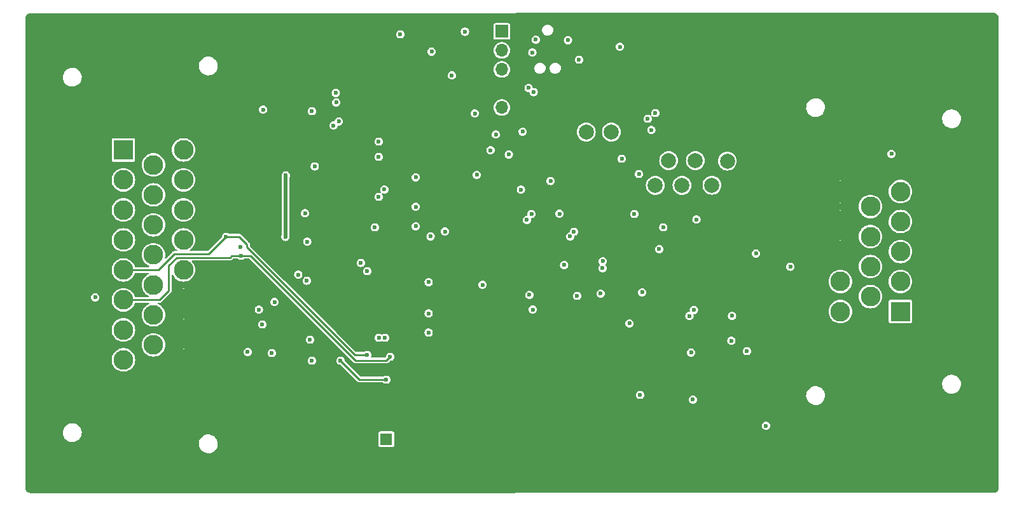
<source format=gbr>
%TF.GenerationSoftware,KiCad,Pcbnew,7.0.0-rc1-unknown-0.4.rc2.fc37*%
%TF.CreationDate,2023-02-14T20:33:30-08:00*%
%TF.ProjectId,prius_gen2,70726975-735f-4676-956e-322e6b696361,rev?*%
%TF.SameCoordinates,Original*%
%TF.FileFunction,Copper,L2,Inr*%
%TF.FilePolarity,Positive*%
%FSLAX46Y46*%
G04 Gerber Fmt 4.6, Leading zero omitted, Abs format (unit mm)*
G04 Created by KiCad (PCBNEW 7.0.0-rc1-unknown-0.4.rc2.fc37) date 2023-02-14 20:33:30*
%MOMM*%
%LPD*%
G01*
G04 APERTURE LIST*
%TA.AperFunction,ComponentPad*%
%ADD10R,1.600000X1.600000*%
%TD*%
%TA.AperFunction,ComponentPad*%
%ADD11C,1.600000*%
%TD*%
%TA.AperFunction,ComponentPad*%
%ADD12R,2.625000X2.625000*%
%TD*%
%TA.AperFunction,ComponentPad*%
%ADD13C,2.625000*%
%TD*%
%TA.AperFunction,ComponentPad*%
%ADD14R,1.700000X1.700000*%
%TD*%
%TA.AperFunction,ComponentPad*%
%ADD15O,1.700000X1.700000*%
%TD*%
%TA.AperFunction,ComponentPad*%
%ADD16C,2.000000*%
%TD*%
%TA.AperFunction,ViaPad*%
%ADD17C,0.600000*%
%TD*%
%TA.AperFunction,Conductor*%
%ADD18C,0.254000*%
%TD*%
%TA.AperFunction,Conductor*%
%ADD19C,0.508000*%
%TD*%
G04 APERTURE END LIST*
D10*
%TO.N,Net-(U5-EN)*%
%TO.C,C30*%
X130873499Y-124844999D03*
D11*
%TO.N,GND*%
X130873500Y-128345000D03*
%TD*%
D12*
%TO.N,/SIN+*%
%TO.C,J3*%
X95882999Y-86254499D03*
D13*
%TO.N,/SIN-*%
X95883000Y-90254500D03*
%TO.N,/COS+*%
X95883000Y-94254500D03*
%TO.N,/COS-*%
X95883000Y-98254500D03*
%TO.N,/EXC+*%
X95883000Y-102254500D03*
%TO.N,/EXC-*%
X95883000Y-106254500D03*
%TO.N,+5V*%
X95883000Y-110254500D03*
%TO.N,unconnected-(J3-Pin_8-Pad8)*%
X95883000Y-114254500D03*
%TO.N,unconnected-(J3-Pin_9-Pad9)*%
X99883000Y-88254500D03*
%TO.N,unconnected-(J3-Pin_10-Pad10)*%
X99883000Y-92254500D03*
%TO.N,unconnected-(J3-Pin_11-Pad11)*%
X99883000Y-96254500D03*
%TO.N,unconnected-(J3-Pin_12-Pad12)*%
X99883000Y-100254500D03*
%TO.N,/MTEMP-*%
X99883000Y-104254500D03*
%TO.N,/MTEMP+*%
X99883000Y-108254500D03*
%TO.N,unconnected-(J3-Pin_15-Pad15)*%
X99883000Y-112254500D03*
%TO.N,unconnected-(J3-Pin_16-Pad16)*%
X103883000Y-86254500D03*
%TO.N,/Communication/CANL*%
X103883000Y-90254500D03*
%TO.N,/Communication/CANH*%
X103883000Y-94254500D03*
%TO.N,+5V*%
X103883000Y-98254500D03*
%TO.N,+12V*%
X103883000Y-102254500D03*
%TO.N,GND*%
X103883000Y-106254500D03*
X103883000Y-110254500D03*
X103883000Y-114254500D03*
%TD*%
D12*
%TO.N,/Connectors/GIVA*%
%TO.C,J4*%
X199322999Y-107809499D03*
D13*
%TO.N,/Connectors/MIVA*%
X199323000Y-103809500D03*
%TO.N,/Connectors/GIWA*%
X199323000Y-99809500D03*
%TO.N,/Connectors/MIWA*%
X199323000Y-95809500D03*
%TO.N,/VH*%
X199323000Y-91809500D03*
%TO.N,/MIVT*%
X195323000Y-105809500D03*
%TO.N,/MFIV*%
X195323000Y-101809500D03*
%TO.N,unconnected-(J4-Pin_8-Pad8)*%
X195323000Y-97809500D03*
%TO.N,/Connectors/MWU*%
X195323000Y-93809500D03*
%TO.N,/Connectors/MVU*%
X191323000Y-107809500D03*
%TO.N,/Connectors/MUU*%
X191323000Y-103809500D03*
%TO.N,GND*%
X191323000Y-99809500D03*
X191323000Y-95809500D03*
X191323000Y-91809500D03*
%TD*%
D14*
%TO.N,Net-(D11-A)*%
%TO.C,J5*%
X146249999Y-70454999D03*
D15*
%TO.N,/USB_D-*%
X146249999Y-72994999D03*
%TO.N,/USB_D+*%
X146249999Y-75534999D03*
%TO.N,GND*%
X146249999Y-78074999D03*
%TO.N,Net-(J5-Pin_5)*%
X146249999Y-80614999D03*
%TD*%
D16*
%TO.N,/TIM1_CH1*%
%TO.C,TP6*%
X170241000Y-90983500D03*
%TD*%
%TO.N,/TIM1_CH3N*%
%TO.C,TP3*%
X157500000Y-83871500D03*
%TD*%
%TO.N,/TIM1_CH3*%
%TO.C,TP4*%
X172019000Y-87681500D03*
%TD*%
%TO.N,/TIM1_BKIN*%
%TO.C,TP7*%
X166685000Y-90983500D03*
%TD*%
%TO.N,/UART3_RX*%
%TO.C,TP9*%
X176275000Y-87750000D03*
%TD*%
%TO.N,/UART3_TX*%
%TO.C,TP8*%
X174225000Y-90975000D03*
%TD*%
%TO.N,/TIM1_CH1N*%
%TO.C,TP1*%
X160843000Y-83871500D03*
%TD*%
%TO.N,/TIM1_CH2*%
%TO.C,TP5*%
X168463000Y-87681500D03*
%TD*%
D17*
%TO.N,GND*%
X190750000Y-84558500D03*
X168209000Y-122035000D03*
X164335500Y-85395500D03*
X208339500Y-102783000D03*
X168000000Y-94475000D03*
X158000000Y-90750000D03*
X169240000Y-98971500D03*
X114424500Y-77394500D03*
X165575000Y-89550000D03*
X148270000Y-117272500D03*
X158250000Y-93750000D03*
X144800000Y-103775000D03*
X136332000Y-126543500D03*
X145075000Y-76725000D03*
X178115000Y-117272500D03*
X166192000Y-98971500D03*
X144975000Y-79425000D03*
X149222500Y-117272500D03*
X142555000Y-130290000D03*
X146301500Y-124067000D03*
X168209000Y-123813000D03*
X144075000Y-99650000D03*
X155572500Y-131242500D03*
X152104000Y-105334500D03*
X120393500Y-70854000D03*
X179829500Y-109271500D03*
X88326000Y-106731500D03*
X140396000Y-104255000D03*
X150775000Y-91250000D03*
X150600000Y-99800000D03*
X137348000Y-94857000D03*
X156588500Y-77648500D03*
X149476500Y-109970000D03*
X128077000Y-111557500D03*
X150625000Y-101600000D03*
X163129000Y-101969000D03*
X137348000Y-88316500D03*
X113345000Y-128702500D03*
X150683000Y-126035500D03*
X141285000Y-101715000D03*
X125575000Y-89483500D03*
X130109000Y-100381500D03*
X133157000Y-111811500D03*
X145150000Y-74300000D03*
X122870000Y-128829500D03*
X142555000Y-128258000D03*
X139507000Y-130861500D03*
X144206000Y-101524500D03*
X147762000Y-109970000D03*
X126000000Y-111700000D03*
X208339500Y-100687500D03*
X166304000Y-119177500D03*
X145349000Y-130861500D03*
X177607000Y-118225000D03*
X153162000Y-85852000D03*
X147750000Y-94950000D03*
X157731500Y-130925000D03*
X157985500Y-109970000D03*
X167193000Y-101270500D03*
X175145500Y-98908000D03*
X147317500Y-117272500D03*
X132649000Y-105461500D03*
X125283000Y-106223500D03*
X143375000Y-72100000D03*
X168209000Y-122987500D03*
X154429500Y-113335500D03*
X138554500Y-81649000D03*
X85278000Y-106731500D03*
X162600000Y-104575000D03*
X123251000Y-98857500D03*
X153921500Y-131242500D03*
X154747000Y-131242500D03*
X152842000Y-113335500D03*
X157096500Y-105779000D03*
X158300000Y-100650000D03*
X154048500Y-74092500D03*
X159509500Y-109970000D03*
X112329000Y-128702500D03*
X176654500Y-76315000D03*
X127175000Y-89483500D03*
X146936500Y-118415500D03*
X114361000Y-128702500D03*
X161900000Y-88550000D03*
X123060500Y-70854000D03*
X172161000Y-98908000D03*
X126045000Y-79271500D03*
X122679500Y-76696000D03*
X142555000Y-129274000D03*
%TO.N,+3V3*%
X162225000Y-87425000D03*
X120965000Y-81077500D03*
X132737500Y-70829000D03*
X143698000Y-104255000D03*
X156271000Y-105715500D03*
X142936000Y-89586500D03*
X139600000Y-76325000D03*
X147190500Y-86856000D03*
X149921000Y-105588500D03*
X163891000Y-94793500D03*
X164526000Y-89459500D03*
X163258500Y-109396000D03*
X164653000Y-118923500D03*
X155064500Y-71616000D03*
X150378500Y-107544000D03*
%TO.N,/nRESET*%
X136903500Y-73140000D03*
X153921500Y-94764900D03*
X156525000Y-74219500D03*
%TO.N,+5V*%
X136509500Y-110618000D03*
X161986000Y-72505000D03*
X114488000Y-80887000D03*
X134808000Y-93841000D03*
X171447500Y-113272000D03*
X136509500Y-108052000D03*
X134808000Y-89904000D03*
X181417000Y-123051000D03*
X136509500Y-103887000D03*
X134808000Y-96444500D03*
X129347000Y-96571500D03*
X141350000Y-70500000D03*
%TO.N,/Resolver/VREF*%
X115631000Y-113335500D03*
X112424500Y-113208500D03*
%TO.N,Net-(U8A--)*%
X124775000Y-114351500D03*
X130871000Y-116891500D03*
%TO.N,/TIM3_CH2*%
X138681500Y-97143000D03*
X155856234Y-97159000D03*
%TO.N,/TIM3_CH1*%
X155344929Y-97786000D03*
X136776500Y-97778000D03*
%TO.N,/Communication/CANH*%
X124160000Y-78644500D03*
%TO.N,/Communication/CANL*%
X124223500Y-79914500D03*
%TO.N,+12V*%
X117505000Y-89649500D03*
X117455000Y-97849500D03*
X116005000Y-106549500D03*
%TO.N,/SWCLK*%
X149823500Y-77985618D03*
X145476000Y-84200000D03*
X150325000Y-73275000D03*
%TO.N,/SWDIO*%
X150775000Y-71550000D03*
X150501500Y-78550000D03*
X149032000Y-83825000D03*
%TO.N,/Connectors/GIWA*%
X176908500Y-108382500D03*
%TO.N,/Connectors/MIWA*%
X178877000Y-113081500D03*
%TO.N,Net-(U7B-+)*%
X176816500Y-111713000D03*
X171233675Y-108390275D03*
%TO.N,Net-(D1-K)*%
X144750000Y-86300000D03*
X152750000Y-90400000D03*
%TO.N,/CAN_TX*%
X124561600Y-82453700D03*
X150215600Y-94792800D03*
%TO.N,/CAN_RX*%
X123850400Y-83007200D03*
X149580600Y-95580200D03*
%TO.N,/TIM1_CH3*%
X166685000Y-81331500D03*
%TO.N,/TIM1_CH2*%
X165669000Y-82093500D03*
%TO.N,/TIM1_CH1*%
X166166228Y-83606728D03*
%TO.N,/Connectors/MVU*%
X184654000Y-101830500D03*
%TO.N,Net-(D7-K)*%
X114361000Y-109525500D03*
X113924194Y-107564694D03*
%TO.N,Net-(D7-A)*%
X121355000Y-88449500D03*
X111455000Y-99199500D03*
%TO.N,Net-(D8-K)*%
X119155000Y-102889500D03*
X120055000Y-94699500D03*
%TO.N,Net-(D10-A)*%
X120711000Y-111557500D03*
X120965000Y-114351500D03*
%TO.N,Net-(D9-A)*%
X120355000Y-98499500D03*
X120305000Y-103699500D03*
%TO.N,Net-(U1-BOOT0)*%
X148803000Y-91547000D03*
X142675000Y-81400000D03*
%TO.N,/EXC+*%
X109535000Y-97841500D03*
X128331000Y-113589500D03*
%TO.N,/EXC-*%
X131379000Y-113843500D03*
X111567000Y-100381500D03*
%TO.N,/SIN+*%
X129855000Y-92507500D03*
X129855000Y-87173500D03*
X127492800Y-101321300D03*
%TO.N,/SIN-*%
X128331000Y-102413500D03*
X130617000Y-91526500D03*
X129855000Y-85141500D03*
%TO.N,/COS+*%
X130718600Y-111303500D03*
%TO.N,/COS-*%
X129880400Y-111303500D03*
%TO.N,/ADC123_IN10*%
X92136000Y-105906000D03*
X154550000Y-101600000D03*
%TO.N,/ADC123_IN12*%
X159668003Y-102018003D03*
X180084750Y-100065250D03*
X167750000Y-96571500D03*
%TO.N,/ADC123_IN11*%
X172161000Y-95542500D03*
X167200000Y-99477500D03*
X159700000Y-101100000D03*
X198116000Y-86781000D03*
%TO.N,/ADC123_IN1*%
X171685500Y-119542500D03*
X159400000Y-105400000D03*
%TO.N,/ADC123_IN2*%
X171828500Y-107600000D03*
X164950000Y-105250000D03*
%TD*%
D18*
%TO.N,Net-(U8A--)*%
X130871000Y-116891500D02*
X127315000Y-116891500D01*
X127315000Y-116891500D02*
X124775000Y-114351500D01*
D19*
%TO.N,+12V*%
X117455000Y-97849500D02*
X117455000Y-89699500D01*
X117455000Y-89699500D02*
X117505000Y-89649500D01*
D18*
%TO.N,/EXC+*%
X112329000Y-99231448D02*
X112329000Y-98857500D01*
X111313000Y-97841500D02*
X109535000Y-97841500D01*
X100550000Y-102254500D02*
X95883000Y-102254500D01*
X109535000Y-97841500D02*
X107249000Y-100127500D01*
X126687052Y-113589500D02*
X112329000Y-99231448D01*
X112329000Y-98857500D02*
X111313000Y-97841500D01*
X128331000Y-113589500D02*
X126687052Y-113589500D01*
X102677000Y-100127500D02*
X100550000Y-102254500D01*
X107249000Y-100127500D02*
X102677000Y-100127500D01*
%TO.N,/EXC-*%
X101915000Y-101651500D02*
X102951500Y-100615000D01*
X101915000Y-105015500D02*
X101915000Y-101651500D01*
X110297000Y-100381500D02*
X111567000Y-100381500D01*
X131379000Y-113843500D02*
X130871000Y-114351500D01*
X100676000Y-106254500D02*
X101915000Y-105015500D01*
X102951500Y-100615000D02*
X110063500Y-100615000D01*
X130871000Y-114351500D02*
X126807000Y-114351500D01*
X112837000Y-100381500D02*
X111567000Y-100381500D01*
X95883000Y-106254500D02*
X100676000Y-106254500D01*
X110063500Y-100615000D02*
X110297000Y-100381500D01*
X126807000Y-114351500D02*
X112837000Y-100381500D01*
%TD*%
%TA.AperFunction,Conductor*%
%TO.N,GND*%
G36*
X211716306Y-67989502D02*
G01*
X211838256Y-68001511D01*
X211857274Y-68005295D01*
X211969837Y-68039439D01*
X211987766Y-68046864D01*
X212091506Y-68102313D01*
X212107641Y-68113095D01*
X212198563Y-68187713D01*
X212212286Y-68201436D01*
X212286904Y-68292358D01*
X212297687Y-68308495D01*
X212353134Y-68412231D01*
X212360560Y-68430162D01*
X212394704Y-68542725D01*
X212398489Y-68561751D01*
X212410495Y-68683671D01*
X212410971Y-68693374D01*
X212410971Y-68708516D01*
X212410970Y-68754408D01*
X212410972Y-68754415D01*
X212410972Y-131225585D01*
X212410970Y-131225592D01*
X212410970Y-131225608D01*
X212410970Y-131225609D01*
X212410971Y-131286625D01*
X212410495Y-131296327D01*
X212398489Y-131418246D01*
X212394704Y-131437274D01*
X212360560Y-131549837D01*
X212353134Y-131567768D01*
X212297687Y-131671504D01*
X212286904Y-131687641D01*
X212212286Y-131778563D01*
X212198563Y-131792286D01*
X212107641Y-131866904D01*
X212091504Y-131877687D01*
X211987768Y-131933134D01*
X211969837Y-131940561D01*
X211857279Y-131974703D01*
X211838243Y-131978489D01*
X211716322Y-131990494D01*
X211706621Y-131990970D01*
X211645701Y-131990970D01*
X211645700Y-131990970D01*
X211645592Y-131990970D01*
X211645556Y-131990978D01*
X211645517Y-131990981D01*
X83533376Y-132010970D01*
X83523663Y-132010494D01*
X83401751Y-131998489D01*
X83382725Y-131994704D01*
X83270162Y-131960560D01*
X83252231Y-131953134D01*
X83148495Y-131897687D01*
X83132358Y-131886904D01*
X83041436Y-131812286D01*
X83027713Y-131798563D01*
X82953095Y-131707641D01*
X82942312Y-131691504D01*
X82940247Y-131687641D01*
X82886864Y-131587766D01*
X82879439Y-131569837D01*
X82845295Y-131457274D01*
X82841511Y-131438256D01*
X82829503Y-131316307D01*
X82829028Y-131306624D01*
X82829028Y-131296328D01*
X82829030Y-131245592D01*
X82829028Y-131245585D01*
X82829028Y-125510830D01*
X105928710Y-125510830D01*
X105929305Y-125515228D01*
X105929306Y-125515232D01*
X105958328Y-125729486D01*
X105958330Y-125729495D01*
X105958925Y-125733887D01*
X105960295Y-125738105D01*
X105960296Y-125738107D01*
X106027110Y-125943741D01*
X106027113Y-125943749D01*
X106028483Y-125947964D01*
X106030587Y-125951874D01*
X106030588Y-125951876D01*
X106133039Y-126142263D01*
X106133042Y-126142268D01*
X106135148Y-126146181D01*
X106275492Y-126322166D01*
X106445004Y-126470265D01*
X106638236Y-126585715D01*
X106848976Y-126664807D01*
X107070453Y-126705000D01*
X107236932Y-126705000D01*
X107239155Y-126705000D01*
X107407188Y-126689877D01*
X107624170Y-126629993D01*
X107826973Y-126532329D01*
X108009078Y-126400022D01*
X108164632Y-126237325D01*
X108288635Y-126049468D01*
X108377103Y-125842488D01*
X108416546Y-125669674D01*
X129823000Y-125669674D01*
X129823946Y-125674432D01*
X129823947Y-125674437D01*
X129835631Y-125733177D01*
X129835632Y-125733180D01*
X129837534Y-125742740D01*
X129892899Y-125825601D01*
X129975760Y-125880966D01*
X130048826Y-125895500D01*
X131693316Y-125895500D01*
X131698174Y-125895500D01*
X131771240Y-125880966D01*
X131854101Y-125825601D01*
X131909466Y-125742740D01*
X131924000Y-125669674D01*
X131924000Y-124020326D01*
X131909466Y-123947260D01*
X131854101Y-123864399D01*
X131771240Y-123809034D01*
X131761680Y-123807132D01*
X131761677Y-123807131D01*
X131702937Y-123795447D01*
X131702932Y-123795446D01*
X131698174Y-123794500D01*
X130048826Y-123794500D01*
X130044068Y-123795446D01*
X130044062Y-123795447D01*
X129985322Y-123807131D01*
X129985317Y-123807132D01*
X129975760Y-123809034D01*
X129967656Y-123814448D01*
X129967653Y-123814450D01*
X129901008Y-123858980D01*
X129901005Y-123858982D01*
X129892899Y-123864399D01*
X129887482Y-123872505D01*
X129887480Y-123872508D01*
X129842950Y-123939153D01*
X129842948Y-123939156D01*
X129837534Y-123947260D01*
X129835632Y-123956817D01*
X129835631Y-123956822D01*
X129823947Y-124015562D01*
X129823946Y-124015568D01*
X129823000Y-124020326D01*
X129823000Y-125669674D01*
X108416546Y-125669674D01*
X108427191Y-125623037D01*
X108437290Y-125398170D01*
X108407075Y-125175113D01*
X108337517Y-124961036D01*
X108230852Y-124762819D01*
X108090508Y-124586834D01*
X108051988Y-124553180D01*
X107924343Y-124441659D01*
X107924341Y-124441658D01*
X107920996Y-124438735D01*
X107917182Y-124436456D01*
X107731581Y-124325565D01*
X107731576Y-124325562D01*
X107727764Y-124323285D01*
X107517024Y-124244193D01*
X107512654Y-124243399D01*
X107512647Y-124243398D01*
X107299917Y-124204793D01*
X107299916Y-124204792D01*
X107295547Y-124204000D01*
X107126845Y-124204000D01*
X107124642Y-124204198D01*
X107124625Y-124204199D01*
X106963242Y-124218724D01*
X106963238Y-124218724D01*
X106958812Y-124219123D01*
X106954526Y-124220305D01*
X106954525Y-124220306D01*
X106746114Y-124277824D01*
X106746107Y-124277826D01*
X106741830Y-124279007D01*
X106737831Y-124280932D01*
X106737825Y-124280935D01*
X106543030Y-124374742D01*
X106543019Y-124374748D01*
X106539027Y-124376671D01*
X106535437Y-124379278D01*
X106535434Y-124379281D01*
X106360515Y-124506367D01*
X106360511Y-124506370D01*
X106356922Y-124508978D01*
X106353856Y-124512183D01*
X106353851Y-124512189D01*
X106204439Y-124668462D01*
X106204434Y-124668467D01*
X106201368Y-124671675D01*
X106198926Y-124675372D01*
X106198919Y-124675383D01*
X106079815Y-124855819D01*
X106079810Y-124855826D01*
X106077365Y-124859532D01*
X106075618Y-124863619D01*
X106075616Y-124863623D01*
X105990646Y-125062418D01*
X105990643Y-125062426D01*
X105988897Y-125066512D01*
X105987907Y-125070847D01*
X105987906Y-125070852D01*
X105939797Y-125281631D01*
X105939795Y-125281639D01*
X105938809Y-125285963D01*
X105938609Y-125290396D01*
X105938609Y-125290403D01*
X105933570Y-125402610D01*
X105928710Y-125510830D01*
X82829028Y-125510830D01*
X82829028Y-124010830D01*
X87828710Y-124010830D01*
X87829305Y-124015228D01*
X87829306Y-124015232D01*
X87858328Y-124229486D01*
X87858330Y-124229495D01*
X87858925Y-124233887D01*
X87860295Y-124238105D01*
X87860296Y-124238107D01*
X87927110Y-124443741D01*
X87927113Y-124443749D01*
X87928483Y-124447964D01*
X87930587Y-124451874D01*
X87930588Y-124451876D01*
X88033039Y-124642263D01*
X88033042Y-124642268D01*
X88035148Y-124646181D01*
X88175492Y-124822166D01*
X88345004Y-124970265D01*
X88538236Y-125085715D01*
X88748976Y-125164807D01*
X88970453Y-125205000D01*
X89136932Y-125205000D01*
X89139155Y-125205000D01*
X89307188Y-125189877D01*
X89524170Y-125129993D01*
X89726973Y-125032329D01*
X89909078Y-124900022D01*
X90064632Y-124737325D01*
X90188635Y-124549468D01*
X90277103Y-124342488D01*
X90327191Y-124123037D01*
X90337290Y-123898170D01*
X90307075Y-123675113D01*
X90237517Y-123461036D01*
X90166264Y-123328625D01*
X90132960Y-123266736D01*
X90132959Y-123266734D01*
X90130852Y-123262819D01*
X89990508Y-123086834D01*
X89949493Y-123051000D01*
X180861750Y-123051000D01*
X180862597Y-123057433D01*
X180878125Y-123175383D01*
X180880670Y-123194709D01*
X180883151Y-123200699D01*
X180883152Y-123200702D01*
X180910504Y-123266736D01*
X180936139Y-123328625D01*
X181024379Y-123443621D01*
X181139375Y-123531861D01*
X181273291Y-123587330D01*
X181417000Y-123606250D01*
X181560709Y-123587330D01*
X181694625Y-123531861D01*
X181809621Y-123443621D01*
X181897861Y-123328625D01*
X181953330Y-123194709D01*
X181972250Y-123051000D01*
X181953330Y-122907291D01*
X181897861Y-122773375D01*
X181809621Y-122658379D01*
X181694625Y-122570139D01*
X181688626Y-122567654D01*
X181566702Y-122517152D01*
X181566699Y-122517151D01*
X181560709Y-122514670D01*
X181554278Y-122513823D01*
X181554277Y-122513823D01*
X181423433Y-122496597D01*
X181417000Y-122495750D01*
X181410567Y-122496597D01*
X181279722Y-122513823D01*
X181279719Y-122513823D01*
X181273291Y-122514670D01*
X181267302Y-122517150D01*
X181267297Y-122517152D01*
X181145373Y-122567654D01*
X181145369Y-122567656D01*
X181139375Y-122570139D01*
X181134231Y-122574086D01*
X181134226Y-122574089D01*
X181029527Y-122654428D01*
X181029523Y-122654431D01*
X181024379Y-122658379D01*
X181020431Y-122663523D01*
X181020428Y-122663527D01*
X180940089Y-122768226D01*
X180940086Y-122768231D01*
X180936139Y-122773375D01*
X180933656Y-122779369D01*
X180933654Y-122779373D01*
X180883152Y-122901297D01*
X180883150Y-122901302D01*
X180880670Y-122907291D01*
X180861750Y-123051000D01*
X89949493Y-123051000D01*
X89942130Y-123044567D01*
X89824343Y-122941659D01*
X89824341Y-122941658D01*
X89820996Y-122938735D01*
X89817182Y-122936456D01*
X89631581Y-122825565D01*
X89631576Y-122825562D01*
X89627764Y-122823285D01*
X89417024Y-122744193D01*
X89412654Y-122743399D01*
X89412647Y-122743398D01*
X89199917Y-122704793D01*
X89199916Y-122704792D01*
X89195547Y-122704000D01*
X89026845Y-122704000D01*
X89024642Y-122704198D01*
X89024625Y-122704199D01*
X88863242Y-122718724D01*
X88863238Y-122718724D01*
X88858812Y-122719123D01*
X88854526Y-122720305D01*
X88854525Y-122720306D01*
X88646114Y-122777824D01*
X88646107Y-122777826D01*
X88641830Y-122779007D01*
X88637831Y-122780932D01*
X88637825Y-122780935D01*
X88443030Y-122874742D01*
X88443019Y-122874748D01*
X88439027Y-122876671D01*
X88435437Y-122879278D01*
X88435434Y-122879281D01*
X88260515Y-123006367D01*
X88260511Y-123006370D01*
X88256922Y-123008978D01*
X88253856Y-123012183D01*
X88253851Y-123012189D01*
X88104439Y-123168462D01*
X88104434Y-123168467D01*
X88101368Y-123171675D01*
X88098926Y-123175372D01*
X88098919Y-123175383D01*
X87979815Y-123355819D01*
X87979810Y-123355826D01*
X87977365Y-123359532D01*
X87975618Y-123363619D01*
X87975616Y-123363623D01*
X87890646Y-123562418D01*
X87890643Y-123562426D01*
X87888897Y-123566512D01*
X87887907Y-123570847D01*
X87887906Y-123570852D01*
X87839797Y-123781631D01*
X87839795Y-123781639D01*
X87838809Y-123785963D01*
X87838609Y-123790396D01*
X87838609Y-123790403D01*
X87828909Y-124006388D01*
X87828710Y-124010830D01*
X82829028Y-124010830D01*
X82829028Y-119542500D01*
X171130250Y-119542500D01*
X171149170Y-119686209D01*
X171151651Y-119692199D01*
X171151652Y-119692202D01*
X171156812Y-119704659D01*
X171204639Y-119820125D01*
X171292879Y-119935121D01*
X171407875Y-120023361D01*
X171541791Y-120078830D01*
X171685500Y-120097750D01*
X171829209Y-120078830D01*
X171963125Y-120023361D01*
X172078121Y-119935121D01*
X172166361Y-119820125D01*
X172221830Y-119686209D01*
X172240750Y-119542500D01*
X172221830Y-119398791D01*
X172166361Y-119264875D01*
X172078121Y-119149879D01*
X171968587Y-119065830D01*
X186768710Y-119065830D01*
X186769305Y-119070228D01*
X186769306Y-119070232D01*
X186798328Y-119284486D01*
X186798330Y-119284495D01*
X186798925Y-119288887D01*
X186800295Y-119293105D01*
X186800296Y-119293107D01*
X186867110Y-119498741D01*
X186867113Y-119498749D01*
X186868483Y-119502964D01*
X186870587Y-119506874D01*
X186870588Y-119506876D01*
X186973039Y-119697263D01*
X186973042Y-119697268D01*
X186975148Y-119701181D01*
X187115492Y-119877166D01*
X187285004Y-120025265D01*
X187478236Y-120140715D01*
X187688976Y-120219807D01*
X187910453Y-120260000D01*
X188076932Y-120260000D01*
X188079155Y-120260000D01*
X188247188Y-120244877D01*
X188464170Y-120184993D01*
X188666973Y-120087329D01*
X188849078Y-119955022D01*
X189004632Y-119792325D01*
X189128635Y-119604468D01*
X189217103Y-119397488D01*
X189267191Y-119178037D01*
X189277290Y-118953170D01*
X189247075Y-118730113D01*
X189196710Y-118575106D01*
X189178889Y-118520258D01*
X189178888Y-118520256D01*
X189177517Y-118516036D01*
X189070852Y-118317819D01*
X188930508Y-118141834D01*
X188891988Y-118108180D01*
X188764343Y-117996659D01*
X188764341Y-117996658D01*
X188760996Y-117993735D01*
X188757182Y-117991456D01*
X188571581Y-117880565D01*
X188571576Y-117880562D01*
X188567764Y-117878285D01*
X188357024Y-117799193D01*
X188352654Y-117798399D01*
X188352647Y-117798398D01*
X188139917Y-117759793D01*
X188139916Y-117759792D01*
X188135547Y-117759000D01*
X187966845Y-117759000D01*
X187964642Y-117759198D01*
X187964625Y-117759199D01*
X187803242Y-117773724D01*
X187803238Y-117773724D01*
X187798812Y-117774123D01*
X187794526Y-117775305D01*
X187794525Y-117775306D01*
X187586114Y-117832824D01*
X187586107Y-117832826D01*
X187581830Y-117834007D01*
X187577831Y-117835932D01*
X187577825Y-117835935D01*
X187383030Y-117929742D01*
X187383019Y-117929748D01*
X187379027Y-117931671D01*
X187375437Y-117934278D01*
X187375434Y-117934281D01*
X187200515Y-118061367D01*
X187200511Y-118061370D01*
X187196922Y-118063978D01*
X187193856Y-118067183D01*
X187193851Y-118067189D01*
X187044439Y-118223462D01*
X187044434Y-118223467D01*
X187041368Y-118226675D01*
X187038926Y-118230372D01*
X187038919Y-118230383D01*
X186919815Y-118410819D01*
X186919810Y-118410826D01*
X186917365Y-118414532D01*
X186915618Y-118418619D01*
X186915616Y-118418623D01*
X186830646Y-118617418D01*
X186830643Y-118617426D01*
X186828897Y-118621512D01*
X186827907Y-118625847D01*
X186827906Y-118625852D01*
X186779797Y-118836631D01*
X186779795Y-118836639D01*
X186778809Y-118840963D01*
X186778609Y-118845396D01*
X186778609Y-118845403D01*
X186768909Y-119061388D01*
X186768710Y-119065830D01*
X171968587Y-119065830D01*
X171963125Y-119061639D01*
X171957126Y-119059154D01*
X171835202Y-119008652D01*
X171835199Y-119008651D01*
X171829209Y-119006170D01*
X171822778Y-119005323D01*
X171822777Y-119005323D01*
X171691933Y-118988097D01*
X171685500Y-118987250D01*
X171679067Y-118988097D01*
X171548222Y-119005323D01*
X171548219Y-119005323D01*
X171541791Y-119006170D01*
X171535802Y-119008650D01*
X171535797Y-119008652D01*
X171413873Y-119059154D01*
X171413869Y-119059156D01*
X171407875Y-119061639D01*
X171402731Y-119065586D01*
X171402726Y-119065589D01*
X171298027Y-119145928D01*
X171298023Y-119145931D01*
X171292879Y-119149879D01*
X171288931Y-119155023D01*
X171288928Y-119155027D01*
X171208589Y-119259726D01*
X171208586Y-119259731D01*
X171204639Y-119264875D01*
X171202156Y-119270869D01*
X171202154Y-119270873D01*
X171151652Y-119392797D01*
X171151650Y-119392802D01*
X171149170Y-119398791D01*
X171148323Y-119405219D01*
X171148323Y-119405222D01*
X171138643Y-119478750D01*
X171130250Y-119542500D01*
X82829028Y-119542500D01*
X82829028Y-118923500D01*
X164097750Y-118923500D01*
X164098597Y-118929933D01*
X164115609Y-119059154D01*
X164116670Y-119067209D01*
X164119151Y-119073199D01*
X164119152Y-119073202D01*
X164153045Y-119155027D01*
X164172139Y-119201125D01*
X164176088Y-119206271D01*
X164176089Y-119206273D01*
X164242720Y-119293107D01*
X164260379Y-119316121D01*
X164375375Y-119404361D01*
X164509291Y-119459830D01*
X164653000Y-119478750D01*
X164796709Y-119459830D01*
X164930625Y-119404361D01*
X165045621Y-119316121D01*
X165133861Y-119201125D01*
X165189330Y-119067209D01*
X165208250Y-118923500D01*
X165189330Y-118779791D01*
X165133861Y-118645875D01*
X165045621Y-118530879D01*
X164930625Y-118442639D01*
X164924626Y-118440154D01*
X164802702Y-118389652D01*
X164802699Y-118389651D01*
X164796709Y-118387170D01*
X164790278Y-118386323D01*
X164790277Y-118386323D01*
X164659433Y-118369097D01*
X164653000Y-118368250D01*
X164646567Y-118369097D01*
X164515722Y-118386323D01*
X164515719Y-118386323D01*
X164509291Y-118387170D01*
X164503302Y-118389650D01*
X164503297Y-118389652D01*
X164381373Y-118440154D01*
X164381369Y-118440156D01*
X164375375Y-118442639D01*
X164370231Y-118446586D01*
X164370226Y-118446589D01*
X164265527Y-118526928D01*
X164265523Y-118526931D01*
X164260379Y-118530879D01*
X164256431Y-118536023D01*
X164256428Y-118536027D01*
X164176089Y-118640726D01*
X164176086Y-118640731D01*
X164172139Y-118645875D01*
X164169656Y-118651869D01*
X164169654Y-118651873D01*
X164119152Y-118773797D01*
X164119150Y-118773802D01*
X164116670Y-118779791D01*
X164097750Y-118923500D01*
X82829028Y-118923500D01*
X82829028Y-117565830D01*
X204868710Y-117565830D01*
X204869305Y-117570228D01*
X204869306Y-117570232D01*
X204898328Y-117784486D01*
X204898330Y-117784495D01*
X204898925Y-117788887D01*
X204900295Y-117793105D01*
X204900296Y-117793107D01*
X204967110Y-117998741D01*
X204967113Y-117998749D01*
X204968483Y-118002964D01*
X204970587Y-118006874D01*
X204970588Y-118006876D01*
X205073039Y-118197263D01*
X205073042Y-118197268D01*
X205075148Y-118201181D01*
X205215492Y-118377166D01*
X205385004Y-118525265D01*
X205578236Y-118640715D01*
X205788976Y-118719807D01*
X206010453Y-118760000D01*
X206176932Y-118760000D01*
X206179155Y-118760000D01*
X206347188Y-118744877D01*
X206564170Y-118684993D01*
X206766973Y-118587329D01*
X206949078Y-118455022D01*
X207104632Y-118292325D01*
X207228635Y-118104468D01*
X207317103Y-117897488D01*
X207367191Y-117678037D01*
X207377290Y-117453170D01*
X207347075Y-117230113D01*
X207277517Y-117016036D01*
X207170852Y-116817819D01*
X207030508Y-116641834D01*
X206992613Y-116608726D01*
X206864343Y-116496659D01*
X206864341Y-116496658D01*
X206860996Y-116493735D01*
X206846383Y-116485004D01*
X206671581Y-116380565D01*
X206671576Y-116380562D01*
X206667764Y-116378285D01*
X206457024Y-116299193D01*
X206452654Y-116298399D01*
X206452647Y-116298398D01*
X206239917Y-116259793D01*
X206239916Y-116259792D01*
X206235547Y-116259000D01*
X206066845Y-116259000D01*
X206064642Y-116259198D01*
X206064625Y-116259199D01*
X205903242Y-116273724D01*
X205903238Y-116273724D01*
X205898812Y-116274123D01*
X205894526Y-116275305D01*
X205894525Y-116275306D01*
X205686114Y-116332824D01*
X205686107Y-116332826D01*
X205681830Y-116334007D01*
X205677831Y-116335932D01*
X205677825Y-116335935D01*
X205483030Y-116429742D01*
X205483019Y-116429748D01*
X205479027Y-116431671D01*
X205475437Y-116434278D01*
X205475434Y-116434281D01*
X205300515Y-116561367D01*
X205300511Y-116561370D01*
X205296922Y-116563978D01*
X205293856Y-116567183D01*
X205293851Y-116567189D01*
X205144439Y-116723462D01*
X205144434Y-116723467D01*
X205141368Y-116726675D01*
X205138926Y-116730372D01*
X205138919Y-116730383D01*
X205019815Y-116910819D01*
X205019810Y-116910826D01*
X205017365Y-116914532D01*
X205015618Y-116918619D01*
X205015616Y-116918623D01*
X204930646Y-117117418D01*
X204930643Y-117117426D01*
X204928897Y-117121512D01*
X204927907Y-117125847D01*
X204927906Y-117125852D01*
X204879797Y-117336631D01*
X204879795Y-117336639D01*
X204878809Y-117340963D01*
X204878609Y-117345396D01*
X204878609Y-117345403D01*
X204873570Y-117457610D01*
X204868710Y-117565830D01*
X82829028Y-117565830D01*
X82829028Y-114254500D01*
X94315167Y-114254500D01*
X94315472Y-114258375D01*
X94334111Y-114495209D01*
X94334470Y-114499763D01*
X94335375Y-114503536D01*
X94335376Y-114503537D01*
X94389585Y-114729338D01*
X94391902Y-114738987D01*
X94393388Y-114742576D01*
X94393389Y-114742577D01*
X94472577Y-114933754D01*
X94486051Y-114966281D01*
X94614596Y-115176049D01*
X94774375Y-115363125D01*
X94961451Y-115522904D01*
X95171219Y-115651449D01*
X95398513Y-115745598D01*
X95637737Y-115803030D01*
X95883000Y-115822333D01*
X96128263Y-115803030D01*
X96298905Y-115762063D01*
X103793240Y-115762063D01*
X103801695Y-115765277D01*
X103879125Y-115771372D01*
X103886875Y-115771372D01*
X103964303Y-115765277D01*
X103972758Y-115762063D01*
X103968418Y-115754132D01*
X103892214Y-115677928D01*
X103882999Y-115672608D01*
X103873785Y-115677928D01*
X103797581Y-115754131D01*
X103793240Y-115762063D01*
X96298905Y-115762063D01*
X96367487Y-115745598D01*
X96594781Y-115651449D01*
X96804549Y-115522904D01*
X96991625Y-115363125D01*
X97151404Y-115176049D01*
X97279949Y-114966281D01*
X97374098Y-114738987D01*
X97431530Y-114499763D01*
X97443199Y-114351500D01*
X120409750Y-114351500D01*
X120410597Y-114357933D01*
X120416120Y-114399888D01*
X120428670Y-114495209D01*
X120431151Y-114501199D01*
X120431152Y-114501202D01*
X120478597Y-114615746D01*
X120484139Y-114629125D01*
X120488088Y-114634271D01*
X120488089Y-114634273D01*
X120550363Y-114715429D01*
X120572379Y-114744121D01*
X120687375Y-114832361D01*
X120821291Y-114887830D01*
X120965000Y-114906750D01*
X121108709Y-114887830D01*
X121242625Y-114832361D01*
X121357621Y-114744121D01*
X121445861Y-114629125D01*
X121501330Y-114495209D01*
X121520250Y-114351500D01*
X124219750Y-114351500D01*
X124220597Y-114357933D01*
X124226120Y-114399888D01*
X124238670Y-114495209D01*
X124241151Y-114501199D01*
X124241152Y-114501202D01*
X124288597Y-114615746D01*
X124294139Y-114629125D01*
X124298088Y-114634271D01*
X124298089Y-114634273D01*
X124360363Y-114715429D01*
X124382379Y-114744121D01*
X124497375Y-114832361D01*
X124631291Y-114887830D01*
X124766308Y-114905605D01*
X124797171Y-114914968D01*
X124823388Y-114933754D01*
X127013124Y-117123490D01*
X127025997Y-117139342D01*
X127033424Y-117150709D01*
X127057085Y-117169125D01*
X127059782Y-117171224D01*
X127064123Y-117175057D01*
X127064164Y-117175009D01*
X127067292Y-117177658D01*
X127070186Y-117180552D01*
X127073521Y-117182933D01*
X127073522Y-117182934D01*
X127087631Y-117193008D01*
X127090901Y-117195446D01*
X127132845Y-117228092D01*
X127140356Y-117230670D01*
X127140448Y-117230717D01*
X127146911Y-117235332D01*
X127197845Y-117250495D01*
X127201718Y-117251735D01*
X127252006Y-117269000D01*
X127259950Y-117269000D01*
X127260051Y-117269014D01*
X127267660Y-117271280D01*
X127320733Y-117269085D01*
X127324825Y-117269000D01*
X130425066Y-117269000D01*
X130456889Y-117274254D01*
X130485333Y-117289458D01*
X130588222Y-117368407D01*
X130593375Y-117372361D01*
X130727291Y-117427830D01*
X130871000Y-117446750D01*
X131014709Y-117427830D01*
X131148625Y-117372361D01*
X131263621Y-117284121D01*
X131351861Y-117169125D01*
X131407330Y-117035209D01*
X131426250Y-116891500D01*
X131407330Y-116747791D01*
X131351861Y-116613875D01*
X131263621Y-116498879D01*
X131179436Y-116434281D01*
X131153773Y-116414589D01*
X131153771Y-116414588D01*
X131148625Y-116410639D01*
X131142626Y-116408154D01*
X131020702Y-116357652D01*
X131020699Y-116357651D01*
X131014709Y-116355170D01*
X131008278Y-116354323D01*
X131008277Y-116354323D01*
X130877433Y-116337097D01*
X130871000Y-116336250D01*
X130864567Y-116337097D01*
X130733722Y-116354323D01*
X130733719Y-116354323D01*
X130727291Y-116355170D01*
X130721302Y-116357650D01*
X130721297Y-116357652D01*
X130599373Y-116408154D01*
X130599369Y-116408156D01*
X130593375Y-116410639D01*
X130588227Y-116414588D01*
X130588222Y-116414592D01*
X130485333Y-116493542D01*
X130456889Y-116508746D01*
X130425066Y-116514000D01*
X127512374Y-116514000D01*
X127474488Y-116506464D01*
X127442370Y-116485004D01*
X125357254Y-114399888D01*
X125338468Y-114373671D01*
X125329105Y-114342806D01*
X125328725Y-114339916D01*
X125311330Y-114207791D01*
X125255861Y-114073875D01*
X125167621Y-113958879D01*
X125129988Y-113930002D01*
X125057773Y-113874589D01*
X125057771Y-113874588D01*
X125052625Y-113870639D01*
X125046626Y-113868154D01*
X124924702Y-113817652D01*
X124924699Y-113817651D01*
X124918709Y-113815170D01*
X124912278Y-113814323D01*
X124912277Y-113814323D01*
X124781433Y-113797097D01*
X124775000Y-113796250D01*
X124768567Y-113797097D01*
X124637722Y-113814323D01*
X124637719Y-113814323D01*
X124631291Y-113815170D01*
X124625302Y-113817650D01*
X124625297Y-113817652D01*
X124503373Y-113868154D01*
X124503369Y-113868156D01*
X124497375Y-113870639D01*
X124492231Y-113874586D01*
X124492226Y-113874589D01*
X124387527Y-113954928D01*
X124387523Y-113954931D01*
X124382379Y-113958879D01*
X124378431Y-113964023D01*
X124378428Y-113964027D01*
X124298089Y-114068726D01*
X124298086Y-114068731D01*
X124294139Y-114073875D01*
X124291656Y-114079869D01*
X124291654Y-114079873D01*
X124241152Y-114201797D01*
X124241150Y-114201802D01*
X124238670Y-114207791D01*
X124237823Y-114214219D01*
X124237823Y-114214222D01*
X124232010Y-114258375D01*
X124219750Y-114351500D01*
X121520250Y-114351500D01*
X121501330Y-114207791D01*
X121445861Y-114073875D01*
X121357621Y-113958879D01*
X121319988Y-113930002D01*
X121247773Y-113874589D01*
X121247771Y-113874588D01*
X121242625Y-113870639D01*
X121236626Y-113868154D01*
X121114702Y-113817652D01*
X121114699Y-113817651D01*
X121108709Y-113815170D01*
X121102278Y-113814323D01*
X121102277Y-113814323D01*
X120971433Y-113797097D01*
X120965000Y-113796250D01*
X120958567Y-113797097D01*
X120827722Y-113814323D01*
X120827719Y-113814323D01*
X120821291Y-113815170D01*
X120815302Y-113817650D01*
X120815297Y-113817652D01*
X120693373Y-113868154D01*
X120693369Y-113868156D01*
X120687375Y-113870639D01*
X120682231Y-113874586D01*
X120682226Y-113874589D01*
X120577527Y-113954928D01*
X120577523Y-113954931D01*
X120572379Y-113958879D01*
X120568431Y-113964023D01*
X120568428Y-113964027D01*
X120488089Y-114068726D01*
X120488086Y-114068731D01*
X120484139Y-114073875D01*
X120481656Y-114079869D01*
X120481654Y-114079873D01*
X120431152Y-114201797D01*
X120431150Y-114201802D01*
X120428670Y-114207791D01*
X120427823Y-114214219D01*
X120427823Y-114214222D01*
X120422010Y-114258375D01*
X120409750Y-114351500D01*
X97443199Y-114351500D01*
X97450528Y-114258375D01*
X102366128Y-114258375D01*
X102372221Y-114335806D01*
X102375434Y-114344258D01*
X102383368Y-114339916D01*
X102459569Y-114263716D01*
X102464891Y-114254499D01*
X105301108Y-114254499D01*
X105306428Y-114263714D01*
X105382632Y-114339918D01*
X105390563Y-114344258D01*
X105393777Y-114335803D01*
X105399872Y-114258375D01*
X105399872Y-114250625D01*
X105393777Y-114173195D01*
X105390563Y-114164740D01*
X105382631Y-114169081D01*
X105306428Y-114245285D01*
X105301108Y-114254499D01*
X102464891Y-114254499D01*
X102459571Y-114245285D01*
X102383366Y-114169080D01*
X102375434Y-114164740D01*
X102372221Y-114173192D01*
X102366128Y-114250625D01*
X102366128Y-114258375D01*
X97450528Y-114258375D01*
X97450833Y-114254500D01*
X97431530Y-114009237D01*
X97374098Y-113770013D01*
X97279949Y-113542719D01*
X97151404Y-113332951D01*
X97133403Y-113311875D01*
X96994153Y-113148835D01*
X96991625Y-113145875D01*
X96904218Y-113071222D01*
X96807500Y-112988616D01*
X96807496Y-112988613D01*
X96804549Y-112986096D01*
X96594781Y-112857551D01*
X96591189Y-112856063D01*
X96591185Y-112856061D01*
X96371077Y-112764889D01*
X96371076Y-112764888D01*
X96367487Y-112763402D01*
X96363712Y-112762495D01*
X96363710Y-112762495D01*
X96132037Y-112706876D01*
X96132036Y-112706875D01*
X96128263Y-112705970D01*
X96124396Y-112705665D01*
X96124392Y-112705665D01*
X95886875Y-112686972D01*
X95883000Y-112686667D01*
X95879125Y-112686972D01*
X95641607Y-112705665D01*
X95641601Y-112705665D01*
X95637737Y-112705970D01*
X95633965Y-112706875D01*
X95633962Y-112706876D01*
X95402289Y-112762495D01*
X95402283Y-112762496D01*
X95398513Y-112763402D01*
X95394927Y-112764887D01*
X95394922Y-112764889D01*
X95174814Y-112856061D01*
X95174804Y-112856065D01*
X95171219Y-112857551D01*
X95167908Y-112859579D01*
X95167902Y-112859583D01*
X94993786Y-112966281D01*
X94961451Y-112986096D01*
X94958508Y-112988608D01*
X94958499Y-112988616D01*
X94777335Y-113143346D01*
X94777328Y-113143352D01*
X94774375Y-113145875D01*
X94771852Y-113148828D01*
X94771846Y-113148835D01*
X94617116Y-113329999D01*
X94617108Y-113330008D01*
X94614596Y-113332951D01*
X94612569Y-113336257D01*
X94612568Y-113336260D01*
X94488083Y-113539402D01*
X94488079Y-113539408D01*
X94486051Y-113542719D01*
X94484565Y-113546304D01*
X94484561Y-113546314D01*
X94394847Y-113762903D01*
X94391902Y-113770013D01*
X94390996Y-113773783D01*
X94390995Y-113773789D01*
X94335376Y-114005462D01*
X94334470Y-114009237D01*
X94334165Y-114013101D01*
X94334165Y-114013107D01*
X94326136Y-114115126D01*
X94315167Y-114254500D01*
X82829028Y-114254500D01*
X82829028Y-112254500D01*
X98315167Y-112254500D01*
X98334470Y-112499763D01*
X98335375Y-112503536D01*
X98335376Y-112503537D01*
X98389177Y-112727639D01*
X98391902Y-112738987D01*
X98393388Y-112742576D01*
X98393389Y-112742577D01*
X98478489Y-112948027D01*
X98486051Y-112966281D01*
X98614596Y-113176049D01*
X98617113Y-113178996D01*
X98617116Y-113179000D01*
X98771846Y-113360164D01*
X98774375Y-113363125D01*
X98777335Y-113365653D01*
X98918388Y-113486125D01*
X98961451Y-113522904D01*
X99171219Y-113651449D01*
X99398513Y-113745598D01*
X99637737Y-113803030D01*
X99883000Y-113822333D01*
X100128263Y-113803030D01*
X100367487Y-113745598D01*
X100594781Y-113651449D01*
X100804549Y-113522904D01*
X100991625Y-113363125D01*
X101123688Y-113208500D01*
X111869250Y-113208500D01*
X111870097Y-113214933D01*
X111885634Y-113332951D01*
X111888170Y-113352209D01*
X111890651Y-113358199D01*
X111890652Y-113358202D01*
X111926932Y-113445791D01*
X111943639Y-113486125D01*
X111947588Y-113491271D01*
X111947589Y-113491273D01*
X112000883Y-113560726D01*
X112031879Y-113601121D01*
X112146875Y-113689361D01*
X112280791Y-113744830D01*
X112424500Y-113763750D01*
X112568209Y-113744830D01*
X112702125Y-113689361D01*
X112817121Y-113601121D01*
X112905361Y-113486125D01*
X112960830Y-113352209D01*
X112963030Y-113335500D01*
X115075750Y-113335500D01*
X115094670Y-113479209D01*
X115097151Y-113485199D01*
X115097152Y-113485202D01*
X115133052Y-113571873D01*
X115150139Y-113613125D01*
X115154088Y-113618271D01*
X115154089Y-113618273D01*
X115221574Y-113706221D01*
X115238379Y-113728121D01*
X115353375Y-113816361D01*
X115487291Y-113871830D01*
X115631000Y-113890750D01*
X115774709Y-113871830D01*
X115908625Y-113816361D01*
X116023621Y-113728121D01*
X116111861Y-113613125D01*
X116167330Y-113479209D01*
X116186250Y-113335500D01*
X116167330Y-113191791D01*
X116111861Y-113057875D01*
X116023621Y-112942879D01*
X115908625Y-112854639D01*
X115864570Y-112836391D01*
X115780702Y-112801652D01*
X115780699Y-112801651D01*
X115774709Y-112799170D01*
X115768278Y-112798323D01*
X115768277Y-112798323D01*
X115637433Y-112781097D01*
X115631000Y-112780250D01*
X115624567Y-112781097D01*
X115493722Y-112798323D01*
X115493719Y-112798323D01*
X115487291Y-112799170D01*
X115481302Y-112801650D01*
X115481297Y-112801652D01*
X115359373Y-112852154D01*
X115359369Y-112852156D01*
X115353375Y-112854639D01*
X115348231Y-112858586D01*
X115348226Y-112858589D01*
X115243527Y-112938928D01*
X115243523Y-112938931D01*
X115238379Y-112942879D01*
X115234431Y-112948023D01*
X115234428Y-112948027D01*
X115154089Y-113052726D01*
X115154086Y-113052731D01*
X115150139Y-113057875D01*
X115147656Y-113063869D01*
X115147654Y-113063873D01*
X115097152Y-113185797D01*
X115097150Y-113185802D01*
X115094670Y-113191791D01*
X115093823Y-113198219D01*
X115093823Y-113198222D01*
X115092701Y-113206746D01*
X115075750Y-113335500D01*
X112963030Y-113335500D01*
X112979750Y-113208500D01*
X112960830Y-113064791D01*
X112905361Y-112930875D01*
X112817121Y-112815879D01*
X112781641Y-112788654D01*
X112707273Y-112731589D01*
X112707271Y-112731588D01*
X112702125Y-112727639D01*
X112696126Y-112725154D01*
X112574202Y-112674652D01*
X112574199Y-112674651D01*
X112568209Y-112672170D01*
X112561778Y-112671323D01*
X112561777Y-112671323D01*
X112430933Y-112654097D01*
X112424500Y-112653250D01*
X112418067Y-112654097D01*
X112287222Y-112671323D01*
X112287219Y-112671323D01*
X112280791Y-112672170D01*
X112274802Y-112674650D01*
X112274797Y-112674652D01*
X112152873Y-112725154D01*
X112152869Y-112725156D01*
X112146875Y-112727639D01*
X112141731Y-112731586D01*
X112141726Y-112731589D01*
X112037027Y-112811928D01*
X112037023Y-112811931D01*
X112031879Y-112815879D01*
X112027931Y-112821023D01*
X112027928Y-112821027D01*
X111947589Y-112925726D01*
X111947586Y-112925731D01*
X111943639Y-112930875D01*
X111941156Y-112936869D01*
X111941154Y-112936873D01*
X111890652Y-113058797D01*
X111890650Y-113058802D01*
X111888170Y-113064791D01*
X111869250Y-113208500D01*
X101123688Y-113208500D01*
X101151404Y-113176049D01*
X101279949Y-112966281D01*
X101370806Y-112746934D01*
X103793240Y-112746934D01*
X103797580Y-112754866D01*
X103873785Y-112831071D01*
X103882999Y-112836391D01*
X103892216Y-112831069D01*
X103968416Y-112754868D01*
X103972758Y-112746934D01*
X103964306Y-112743721D01*
X103886875Y-112737628D01*
X103879125Y-112737628D01*
X103801692Y-112743721D01*
X103793240Y-112746934D01*
X101370806Y-112746934D01*
X101374098Y-112738987D01*
X101431530Y-112499763D01*
X101450833Y-112254500D01*
X101431530Y-112009237D01*
X101374098Y-111770013D01*
X101370805Y-111762063D01*
X103793240Y-111762063D01*
X103801695Y-111765277D01*
X103879125Y-111771372D01*
X103886875Y-111771372D01*
X103964303Y-111765277D01*
X103972758Y-111762063D01*
X103968418Y-111754132D01*
X103892214Y-111677928D01*
X103882999Y-111672608D01*
X103873785Y-111677928D01*
X103797581Y-111754131D01*
X103793240Y-111762063D01*
X101370805Y-111762063D01*
X101286072Y-111557500D01*
X120155750Y-111557500D01*
X120156597Y-111563933D01*
X120170904Y-111672608D01*
X120174670Y-111701209D01*
X120177151Y-111707199D01*
X120177152Y-111707202D01*
X120209112Y-111784361D01*
X120230139Y-111835125D01*
X120234088Y-111840271D01*
X120234089Y-111840273D01*
X120246701Y-111856709D01*
X120318379Y-111950121D01*
X120433375Y-112038361D01*
X120567291Y-112093830D01*
X120711000Y-112112750D01*
X120854709Y-112093830D01*
X120988625Y-112038361D01*
X121103621Y-111950121D01*
X121191861Y-111835125D01*
X121247330Y-111701209D01*
X121266250Y-111557500D01*
X121247330Y-111413791D01*
X121191861Y-111279875D01*
X121103621Y-111164879D01*
X121089179Y-111153797D01*
X120993773Y-111080589D01*
X120993771Y-111080588D01*
X120988625Y-111076639D01*
X120880549Y-111031873D01*
X120860702Y-111023652D01*
X120860699Y-111023651D01*
X120854709Y-111021170D01*
X120848278Y-111020323D01*
X120848277Y-111020323D01*
X120717433Y-111003097D01*
X120711000Y-111002250D01*
X120704567Y-111003097D01*
X120573722Y-111020323D01*
X120573719Y-111020323D01*
X120567291Y-111021170D01*
X120561302Y-111023650D01*
X120561297Y-111023652D01*
X120439373Y-111074154D01*
X120439369Y-111074156D01*
X120433375Y-111076639D01*
X120428231Y-111080586D01*
X120428226Y-111080589D01*
X120323527Y-111160928D01*
X120323523Y-111160931D01*
X120318379Y-111164879D01*
X120314431Y-111170023D01*
X120314428Y-111170027D01*
X120234089Y-111274726D01*
X120234086Y-111274731D01*
X120230139Y-111279875D01*
X120227656Y-111285869D01*
X120227654Y-111285873D01*
X120177152Y-111407797D01*
X120177150Y-111407802D01*
X120174670Y-111413791D01*
X120173823Y-111420219D01*
X120173823Y-111420222D01*
X120170270Y-111447209D01*
X120155750Y-111557500D01*
X101286072Y-111557500D01*
X101279949Y-111542719D01*
X101151404Y-111332951D01*
X101145063Y-111325527D01*
X101007856Y-111164879D01*
X100991625Y-111145875D01*
X100988664Y-111143346D01*
X100807500Y-110988616D01*
X100807496Y-110988613D01*
X100804549Y-110986096D01*
X100594781Y-110857551D01*
X100591189Y-110856063D01*
X100591185Y-110856061D01*
X100371077Y-110764889D01*
X100371076Y-110764888D01*
X100367487Y-110763402D01*
X100363712Y-110762495D01*
X100363710Y-110762495D01*
X100132037Y-110706876D01*
X100132036Y-110706875D01*
X100128263Y-110705970D01*
X100124396Y-110705665D01*
X100124392Y-110705665D01*
X99886875Y-110686972D01*
X99883000Y-110686667D01*
X99879125Y-110686972D01*
X99641607Y-110705665D01*
X99641601Y-110705665D01*
X99637737Y-110705970D01*
X99633965Y-110706875D01*
X99633962Y-110706876D01*
X99402289Y-110762495D01*
X99402283Y-110762496D01*
X99398513Y-110763402D01*
X99394927Y-110764887D01*
X99394922Y-110764889D01*
X99174814Y-110856061D01*
X99174804Y-110856065D01*
X99171219Y-110857551D01*
X99167908Y-110859579D01*
X99167902Y-110859583D01*
X98993786Y-110966281D01*
X98961451Y-110986096D01*
X98958508Y-110988608D01*
X98958499Y-110988616D01*
X98777335Y-111143346D01*
X98777328Y-111143352D01*
X98774375Y-111145875D01*
X98771852Y-111148828D01*
X98771846Y-111148835D01*
X98617116Y-111329999D01*
X98617108Y-111330008D01*
X98614596Y-111332951D01*
X98612569Y-111336257D01*
X98612568Y-111336260D01*
X98488083Y-111539402D01*
X98488079Y-111539408D01*
X98486051Y-111542719D01*
X98484565Y-111546304D01*
X98484561Y-111546314D01*
X98393389Y-111766422D01*
X98391902Y-111770013D01*
X98390996Y-111773783D01*
X98390995Y-111773789D01*
X98338938Y-111990625D01*
X98334470Y-112009237D01*
X98334165Y-112013101D01*
X98334165Y-112013107D01*
X98326884Y-112105621D01*
X98315167Y-112254500D01*
X82829028Y-112254500D01*
X82829028Y-110254500D01*
X94315167Y-110254500D01*
X94315472Y-110258375D01*
X94331993Y-110468297D01*
X94334470Y-110499763D01*
X94391902Y-110738987D01*
X94393388Y-110742576D01*
X94393389Y-110742577D01*
X94477395Y-110945386D01*
X94486051Y-110966281D01*
X94614596Y-111176049D01*
X94617113Y-111178996D01*
X94617116Y-111179000D01*
X94748604Y-111332951D01*
X94774375Y-111363125D01*
X94961451Y-111522904D01*
X95171219Y-111651449D01*
X95398513Y-111745598D01*
X95637737Y-111803030D01*
X95883000Y-111822333D01*
X96128263Y-111803030D01*
X96367487Y-111745598D01*
X96594781Y-111651449D01*
X96804549Y-111522904D01*
X96991625Y-111363125D01*
X97151404Y-111176049D01*
X97279949Y-110966281D01*
X97374098Y-110738987D01*
X97431530Y-110499763D01*
X97450528Y-110258375D01*
X102366128Y-110258375D01*
X102372221Y-110335806D01*
X102375434Y-110344258D01*
X102383368Y-110339916D01*
X102459569Y-110263716D01*
X102464891Y-110254499D01*
X105301108Y-110254499D01*
X105306428Y-110263714D01*
X105382632Y-110339918D01*
X105390563Y-110344258D01*
X105393777Y-110335803D01*
X105399872Y-110258375D01*
X105399872Y-110250625D01*
X105393777Y-110173195D01*
X105390563Y-110164740D01*
X105382631Y-110169081D01*
X105306428Y-110245285D01*
X105301108Y-110254499D01*
X102464891Y-110254499D01*
X102459571Y-110245285D01*
X102383366Y-110169080D01*
X102375434Y-110164740D01*
X102372221Y-110173192D01*
X102366128Y-110250625D01*
X102366128Y-110258375D01*
X97450528Y-110258375D01*
X97450833Y-110254500D01*
X97431530Y-110009237D01*
X97374098Y-109770013D01*
X97279949Y-109542719D01*
X97151404Y-109332951D01*
X97125482Y-109302601D01*
X96994153Y-109148835D01*
X96991625Y-109145875D01*
X96909090Y-109075383D01*
X96807500Y-108988616D01*
X96807496Y-108988613D01*
X96804549Y-108986096D01*
X96594781Y-108857551D01*
X96591189Y-108856063D01*
X96591185Y-108856061D01*
X96371077Y-108764889D01*
X96371076Y-108764888D01*
X96367487Y-108763402D01*
X96363712Y-108762495D01*
X96363710Y-108762495D01*
X96132037Y-108706876D01*
X96132036Y-108706875D01*
X96128263Y-108705970D01*
X96124396Y-108705665D01*
X96124392Y-108705665D01*
X95886875Y-108686972D01*
X95883000Y-108686667D01*
X95879125Y-108686972D01*
X95641607Y-108705665D01*
X95641601Y-108705665D01*
X95637737Y-108705970D01*
X95633965Y-108706875D01*
X95633962Y-108706876D01*
X95402289Y-108762495D01*
X95402283Y-108762496D01*
X95398513Y-108763402D01*
X95394927Y-108764887D01*
X95394922Y-108764889D01*
X95174814Y-108856061D01*
X95174804Y-108856065D01*
X95171219Y-108857551D01*
X95167908Y-108859579D01*
X95167902Y-108859583D01*
X94985927Y-108971097D01*
X94961451Y-108986096D01*
X94958508Y-108988608D01*
X94958499Y-108988616D01*
X94777335Y-109143346D01*
X94777328Y-109143352D01*
X94774375Y-109145875D01*
X94771852Y-109148828D01*
X94771846Y-109148835D01*
X94617116Y-109329999D01*
X94617108Y-109330008D01*
X94614596Y-109332951D01*
X94612569Y-109336257D01*
X94612568Y-109336260D01*
X94488083Y-109539402D01*
X94488079Y-109539408D01*
X94486051Y-109542719D01*
X94484565Y-109546304D01*
X94484561Y-109546314D01*
X94393389Y-109766422D01*
X94391902Y-109770013D01*
X94390996Y-109773783D01*
X94390995Y-109773789D01*
X94348391Y-109951250D01*
X94334470Y-110009237D01*
X94334165Y-110013101D01*
X94334165Y-110013107D01*
X94328836Y-110080823D01*
X94315167Y-110254500D01*
X82829028Y-110254500D01*
X82829028Y-105906000D01*
X91580750Y-105906000D01*
X91581597Y-105912433D01*
X91592368Y-105994250D01*
X91599670Y-106049709D01*
X91602151Y-106055699D01*
X91602152Y-106055702D01*
X91650819Y-106173195D01*
X91655139Y-106183625D01*
X91659088Y-106188771D01*
X91659089Y-106188773D01*
X91712497Y-106258375D01*
X91743379Y-106298621D01*
X91858375Y-106386861D01*
X91992291Y-106442330D01*
X92136000Y-106461250D01*
X92279709Y-106442330D01*
X92413625Y-106386861D01*
X92528621Y-106298621D01*
X92562476Y-106254500D01*
X94315167Y-106254500D01*
X94315472Y-106258375D01*
X94332310Y-106472326D01*
X94334470Y-106499763D01*
X94335375Y-106503536D01*
X94335376Y-106503537D01*
X94389201Y-106727739D01*
X94391902Y-106738987D01*
X94393388Y-106742576D01*
X94393389Y-106742577D01*
X94477679Y-106946071D01*
X94486051Y-106966281D01*
X94614596Y-107176049D01*
X94617113Y-107178996D01*
X94617116Y-107179000D01*
X94748604Y-107332951D01*
X94774375Y-107363125D01*
X94961451Y-107522904D01*
X95171219Y-107651449D01*
X95398513Y-107745598D01*
X95637737Y-107803030D01*
X95883000Y-107822333D01*
X96128263Y-107803030D01*
X96367487Y-107745598D01*
X96594781Y-107651449D01*
X96804549Y-107522904D01*
X96991625Y-107363125D01*
X97151404Y-107176049D01*
X97279949Y-106966281D01*
X97374098Y-106738987D01*
X97381563Y-106707889D01*
X97400892Y-106668697D01*
X97435208Y-106641644D01*
X97477829Y-106632000D01*
X99218040Y-106632000D01*
X99269767Y-106646589D01*
X99306250Y-106686055D01*
X99316735Y-106738767D01*
X99298133Y-106789191D01*
X99255926Y-106822464D01*
X99174813Y-106856061D01*
X99174799Y-106856067D01*
X99171219Y-106857551D01*
X99167908Y-106859579D01*
X99167902Y-106859583D01*
X98993786Y-106966281D01*
X98961451Y-106986096D01*
X98958508Y-106988608D01*
X98958499Y-106988616D01*
X98777335Y-107143346D01*
X98777328Y-107143352D01*
X98774375Y-107145875D01*
X98771852Y-107148828D01*
X98771846Y-107148835D01*
X98617116Y-107329999D01*
X98617108Y-107330008D01*
X98614596Y-107332951D01*
X98612569Y-107336257D01*
X98612568Y-107336260D01*
X98488083Y-107539402D01*
X98488079Y-107539408D01*
X98486051Y-107542719D01*
X98484565Y-107546304D01*
X98484561Y-107546314D01*
X98393389Y-107766422D01*
X98391902Y-107770013D01*
X98390996Y-107773783D01*
X98390995Y-107773789D01*
X98351903Y-107936621D01*
X98334470Y-108009237D01*
X98334165Y-108013101D01*
X98334165Y-108013107D01*
X98325757Y-108119944D01*
X98315167Y-108254500D01*
X98315472Y-108258375D01*
X98325346Y-108383842D01*
X98334470Y-108499763D01*
X98335375Y-108503536D01*
X98335376Y-108503537D01*
X98389201Y-108727739D01*
X98391902Y-108738987D01*
X98393388Y-108742576D01*
X98393389Y-108742577D01*
X98477453Y-108945525D01*
X98486051Y-108966281D01*
X98614596Y-109176049D01*
X98617113Y-109178996D01*
X98617116Y-109179000D01*
X98748604Y-109332951D01*
X98774375Y-109363125D01*
X98961451Y-109522904D01*
X99171219Y-109651449D01*
X99398513Y-109745598D01*
X99637737Y-109803030D01*
X99883000Y-109822333D01*
X100128263Y-109803030D01*
X100367487Y-109745598D01*
X100594781Y-109651449D01*
X100800313Y-109525500D01*
X113805750Y-109525500D01*
X113824670Y-109669209D01*
X113827151Y-109675199D01*
X113827152Y-109675202D01*
X113874131Y-109788621D01*
X113880139Y-109803125D01*
X113968379Y-109918121D01*
X114083375Y-110006361D01*
X114217291Y-110061830D01*
X114361000Y-110080750D01*
X114504709Y-110061830D01*
X114638625Y-110006361D01*
X114753621Y-109918121D01*
X114841861Y-109803125D01*
X114897330Y-109669209D01*
X114916250Y-109525500D01*
X114897330Y-109381791D01*
X114841861Y-109247875D01*
X114753621Y-109132879D01*
X114638625Y-109044639D01*
X114551442Y-109008527D01*
X114510702Y-108991652D01*
X114510699Y-108991651D01*
X114504709Y-108989170D01*
X114498278Y-108988323D01*
X114498277Y-108988323D01*
X114367433Y-108971097D01*
X114361000Y-108970250D01*
X114354567Y-108971097D01*
X114223722Y-108988323D01*
X114223719Y-108988323D01*
X114217291Y-108989170D01*
X114211302Y-108991650D01*
X114211297Y-108991652D01*
X114089373Y-109042154D01*
X114089369Y-109042156D01*
X114083375Y-109044639D01*
X114078231Y-109048586D01*
X114078226Y-109048589D01*
X113973527Y-109128928D01*
X113973523Y-109128931D01*
X113968379Y-109132879D01*
X113964431Y-109138023D01*
X113964428Y-109138027D01*
X113884089Y-109242726D01*
X113884086Y-109242731D01*
X113880139Y-109247875D01*
X113877656Y-109253869D01*
X113877654Y-109253873D01*
X113827152Y-109375797D01*
X113827150Y-109375802D01*
X113824670Y-109381791D01*
X113805750Y-109525500D01*
X100800313Y-109525500D01*
X100804549Y-109522904D01*
X100991625Y-109363125D01*
X101151404Y-109176049D01*
X101279949Y-108966281D01*
X101370806Y-108746934D01*
X103793240Y-108746934D01*
X103797580Y-108754866D01*
X103873785Y-108831071D01*
X103882999Y-108836391D01*
X103892216Y-108831069D01*
X103968416Y-108754868D01*
X103972758Y-108746934D01*
X103964306Y-108743721D01*
X103886875Y-108737628D01*
X103879125Y-108737628D01*
X103801692Y-108743721D01*
X103793240Y-108746934D01*
X101370806Y-108746934D01*
X101374098Y-108738987D01*
X101431530Y-108499763D01*
X101450833Y-108254500D01*
X101431530Y-108009237D01*
X101374098Y-107770013D01*
X101370805Y-107762063D01*
X103793240Y-107762063D01*
X103801695Y-107765277D01*
X103879125Y-107771372D01*
X103886875Y-107771372D01*
X103964303Y-107765277D01*
X103972758Y-107762063D01*
X103968418Y-107754132D01*
X103892214Y-107677928D01*
X103882999Y-107672608D01*
X103873785Y-107677928D01*
X103797581Y-107754131D01*
X103793240Y-107762063D01*
X101370805Y-107762063D01*
X101289051Y-107564694D01*
X113368944Y-107564694D01*
X113369791Y-107571127D01*
X113385928Y-107693702D01*
X113387864Y-107708403D01*
X113390345Y-107714393D01*
X113390346Y-107714396D01*
X113436894Y-107826773D01*
X113443333Y-107842319D01*
X113447282Y-107847465D01*
X113447283Y-107847467D01*
X113486944Y-107899154D01*
X113531573Y-107957315D01*
X113646569Y-108045555D01*
X113780485Y-108101024D01*
X113924194Y-108119944D01*
X114067903Y-108101024D01*
X114201819Y-108045555D01*
X114316815Y-107957315D01*
X114405055Y-107842319D01*
X114460524Y-107708403D01*
X114479444Y-107564694D01*
X114460524Y-107420985D01*
X114405055Y-107287069D01*
X114316815Y-107172073D01*
X114282673Y-107145875D01*
X114206967Y-107087783D01*
X114206965Y-107087782D01*
X114201819Y-107083833D01*
X114159133Y-107066152D01*
X114073896Y-107030846D01*
X114073893Y-107030845D01*
X114067903Y-107028364D01*
X114061472Y-107027517D01*
X114061471Y-107027517D01*
X113930627Y-107010291D01*
X113924194Y-107009444D01*
X113917761Y-107010291D01*
X113786916Y-107027517D01*
X113786913Y-107027517D01*
X113780485Y-107028364D01*
X113774496Y-107030844D01*
X113774491Y-107030846D01*
X113652567Y-107081348D01*
X113652563Y-107081350D01*
X113646569Y-107083833D01*
X113641425Y-107087780D01*
X113641420Y-107087783D01*
X113536721Y-107168122D01*
X113536717Y-107168125D01*
X113531573Y-107172073D01*
X113527625Y-107177217D01*
X113527622Y-107177221D01*
X113447283Y-107281920D01*
X113447280Y-107281925D01*
X113443333Y-107287069D01*
X113440850Y-107293063D01*
X113440848Y-107293067D01*
X113390346Y-107414991D01*
X113390344Y-107414996D01*
X113387864Y-107420985D01*
X113368944Y-107564694D01*
X101289051Y-107564694D01*
X101279949Y-107542719D01*
X101151404Y-107332951D01*
X101147849Y-107328789D01*
X100994153Y-107148835D01*
X100991625Y-107145875D01*
X100943474Y-107104750D01*
X100807500Y-106988616D01*
X100807496Y-106988613D01*
X100804549Y-106986096D01*
X100594781Y-106857551D01*
X100591195Y-106856065D01*
X100591186Y-106856061D01*
X100510074Y-106822464D01*
X100467867Y-106789191D01*
X100449265Y-106738767D01*
X100459750Y-106686055D01*
X100496233Y-106646589D01*
X100547960Y-106632000D01*
X100626581Y-106632000D01*
X100646896Y-106634106D01*
X100660184Y-106636893D01*
X100693341Y-106632760D01*
X100699107Y-106632402D01*
X100699102Y-106632338D01*
X100703178Y-106632000D01*
X100707281Y-106632000D01*
X100728401Y-106628475D01*
X100732443Y-106627885D01*
X100785203Y-106621310D01*
X100792338Y-106617820D01*
X100792435Y-106617789D01*
X100800269Y-106616483D01*
X100847051Y-106591164D01*
X100850592Y-106589341D01*
X100898389Y-106565976D01*
X100904007Y-106560356D01*
X100904080Y-106560301D01*
X100911071Y-106556520D01*
X100917533Y-106549500D01*
X115449750Y-106549500D01*
X115454834Y-106588122D01*
X115460611Y-106632000D01*
X115468670Y-106693209D01*
X115471151Y-106699199D01*
X115471152Y-106699202D01*
X115497744Y-106763402D01*
X115524139Y-106827125D01*
X115528088Y-106832271D01*
X115528089Y-106832273D01*
X115570813Y-106887951D01*
X115612379Y-106942121D01*
X115727375Y-107030361D01*
X115861291Y-107085830D01*
X116005000Y-107104750D01*
X116148709Y-107085830D01*
X116282625Y-107030361D01*
X116397621Y-106942121D01*
X116485861Y-106827125D01*
X116541330Y-106693209D01*
X116560250Y-106549500D01*
X116541330Y-106405791D01*
X116485861Y-106271875D01*
X116397621Y-106156879D01*
X116352618Y-106122347D01*
X116287773Y-106072589D01*
X116287771Y-106072588D01*
X116282625Y-106068639D01*
X116276626Y-106066154D01*
X116154702Y-106015652D01*
X116154699Y-106015651D01*
X116148709Y-106013170D01*
X116142278Y-106012323D01*
X116142277Y-106012323D01*
X116011433Y-105995097D01*
X116005000Y-105994250D01*
X115998567Y-105995097D01*
X115867722Y-106012323D01*
X115867719Y-106012323D01*
X115861291Y-106013170D01*
X115855302Y-106015650D01*
X115855297Y-106015652D01*
X115733373Y-106066154D01*
X115733369Y-106066156D01*
X115727375Y-106068639D01*
X115722231Y-106072586D01*
X115722226Y-106072589D01*
X115617527Y-106152928D01*
X115617523Y-106152931D01*
X115612379Y-106156879D01*
X115608431Y-106162023D01*
X115608428Y-106162027D01*
X115528089Y-106266726D01*
X115528086Y-106266731D01*
X115524139Y-106271875D01*
X115521656Y-106277869D01*
X115521654Y-106277873D01*
X115471152Y-106399797D01*
X115471150Y-106399802D01*
X115468670Y-106405791D01*
X115467823Y-106412219D01*
X115467823Y-106412222D01*
X115459910Y-106472326D01*
X115449750Y-106549500D01*
X100917533Y-106549500D01*
X100947066Y-106517417D01*
X100949875Y-106514488D01*
X101205988Y-106258375D01*
X102366128Y-106258375D01*
X102372221Y-106335806D01*
X102375434Y-106344258D01*
X102383368Y-106339916D01*
X102459569Y-106263716D01*
X102464891Y-106254499D01*
X105301108Y-106254499D01*
X105306428Y-106263714D01*
X105382632Y-106339918D01*
X105390563Y-106344258D01*
X105393777Y-106335803D01*
X105399872Y-106258375D01*
X105399872Y-106250625D01*
X105393777Y-106173195D01*
X105390563Y-106164740D01*
X105382631Y-106169081D01*
X105306428Y-106245285D01*
X105301108Y-106254499D01*
X102464891Y-106254499D01*
X102459571Y-106245285D01*
X102383366Y-106169080D01*
X102375434Y-106164740D01*
X102372221Y-106173192D01*
X102366128Y-106250625D01*
X102366128Y-106258375D01*
X101205988Y-106258375D01*
X102146997Y-105317367D01*
X102162839Y-105304503D01*
X102174209Y-105297076D01*
X102194733Y-105270705D01*
X102198555Y-105266379D01*
X102198506Y-105266338D01*
X102201153Y-105263212D01*
X102204052Y-105260314D01*
X102216506Y-105242869D01*
X102218939Y-105239605D01*
X102251592Y-105197655D01*
X102254172Y-105190135D01*
X102254213Y-105190055D01*
X102258832Y-105183589D01*
X102274004Y-105132621D01*
X102275231Y-105128791D01*
X102292500Y-105078494D01*
X102292500Y-105070558D01*
X102292515Y-105070448D01*
X102294781Y-105062840D01*
X102292585Y-105009741D01*
X102292500Y-105005650D01*
X102292500Y-104746934D01*
X103793240Y-104746934D01*
X103797580Y-104754866D01*
X103873785Y-104831071D01*
X103882999Y-104836391D01*
X103892216Y-104831069D01*
X103968416Y-104754868D01*
X103972758Y-104746934D01*
X103964306Y-104743721D01*
X103886875Y-104737628D01*
X103879125Y-104737628D01*
X103801692Y-104743721D01*
X103793240Y-104746934D01*
X102292500Y-104746934D01*
X102292500Y-102996714D01*
X102307089Y-102944986D01*
X102346555Y-102908504D01*
X102399268Y-102898019D01*
X102449692Y-102916622D01*
X102482964Y-102958829D01*
X102486051Y-102966281D01*
X102614596Y-103176049D01*
X102617113Y-103178996D01*
X102617116Y-103179000D01*
X102747578Y-103331750D01*
X102774375Y-103363125D01*
X102777335Y-103365653D01*
X102928052Y-103494379D01*
X102961451Y-103522904D01*
X103171219Y-103651449D01*
X103398513Y-103745598D01*
X103637737Y-103803030D01*
X103883000Y-103822333D01*
X104128263Y-103803030D01*
X104367487Y-103745598D01*
X104594781Y-103651449D01*
X104804549Y-103522904D01*
X104991625Y-103363125D01*
X105151404Y-103176049D01*
X105279949Y-102966281D01*
X105374098Y-102738987D01*
X105431530Y-102499763D01*
X105450833Y-102254500D01*
X105431530Y-102009237D01*
X105374098Y-101770013D01*
X105279949Y-101542719D01*
X105151404Y-101332951D01*
X105147849Y-101328789D01*
X105061432Y-101227608D01*
X105000097Y-101155795D01*
X104977312Y-101105065D01*
X104985472Y-101050053D01*
X105022003Y-101008121D01*
X105075378Y-100992500D01*
X110014081Y-100992500D01*
X110034396Y-100994606D01*
X110047684Y-100997393D01*
X110080841Y-100993260D01*
X110086607Y-100992902D01*
X110086602Y-100992838D01*
X110090678Y-100992500D01*
X110094781Y-100992500D01*
X110115901Y-100988975D01*
X110119943Y-100988385D01*
X110172703Y-100981810D01*
X110179838Y-100978320D01*
X110179935Y-100978289D01*
X110187769Y-100976983D01*
X110234551Y-100951664D01*
X110238092Y-100949841D01*
X110285889Y-100926476D01*
X110291507Y-100920856D01*
X110291580Y-100920801D01*
X110298571Y-100917020D01*
X110334599Y-100877881D01*
X110337386Y-100874977D01*
X110424369Y-100787995D01*
X110456488Y-100766536D01*
X110494373Y-100759000D01*
X111121066Y-100759000D01*
X111152889Y-100764254D01*
X111181333Y-100779458D01*
X111284222Y-100858407D01*
X111289375Y-100862361D01*
X111423291Y-100917830D01*
X111567000Y-100936750D01*
X111710709Y-100917830D01*
X111844625Y-100862361D01*
X111893021Y-100825224D01*
X111952667Y-100779458D01*
X111981111Y-100764254D01*
X112012934Y-100759000D01*
X112639627Y-100759000D01*
X112677513Y-100766536D01*
X112709631Y-100787996D01*
X126505125Y-114583490D01*
X126517997Y-114599341D01*
X126525424Y-114610709D01*
X126549085Y-114629125D01*
X126551787Y-114631228D01*
X126556122Y-114635056D01*
X126556163Y-114635008D01*
X126559297Y-114637662D01*
X126562186Y-114640551D01*
X126579641Y-114653014D01*
X126582884Y-114655432D01*
X126624845Y-114688092D01*
X126632354Y-114690670D01*
X126632446Y-114690717D01*
X126638910Y-114695332D01*
X126686758Y-114709576D01*
X126689835Y-114710492D01*
X126693736Y-114711742D01*
X126736244Y-114726336D01*
X126736248Y-114726336D01*
X126744006Y-114729000D01*
X126751949Y-114729000D01*
X126752050Y-114729014D01*
X126759660Y-114731280D01*
X126812733Y-114729085D01*
X126816825Y-114729000D01*
X130821581Y-114729000D01*
X130841896Y-114731106D01*
X130855184Y-114733893D01*
X130888341Y-114729760D01*
X130894107Y-114729402D01*
X130894102Y-114729338D01*
X130898178Y-114729000D01*
X130902281Y-114729000D01*
X130923401Y-114725475D01*
X130927443Y-114724885D01*
X130980203Y-114718310D01*
X130987338Y-114714820D01*
X130987435Y-114714789D01*
X130995269Y-114713483D01*
X131042051Y-114688164D01*
X131045592Y-114686341D01*
X131093389Y-114662976D01*
X131099007Y-114657356D01*
X131099080Y-114657301D01*
X131106071Y-114653520D01*
X131142066Y-114614417D01*
X131144875Y-114611488D01*
X131330612Y-114425751D01*
X131356827Y-114406968D01*
X131387686Y-114397606D01*
X131522709Y-114379830D01*
X131656625Y-114324361D01*
X131771621Y-114236121D01*
X131859861Y-114121125D01*
X131915330Y-113987209D01*
X131934250Y-113843500D01*
X131915330Y-113699791D01*
X131859861Y-113565875D01*
X131771621Y-113450879D01*
X131656625Y-113362639D01*
X131650626Y-113360154D01*
X131528702Y-113309652D01*
X131528699Y-113309651D01*
X131522709Y-113307170D01*
X131516278Y-113306323D01*
X131516277Y-113306323D01*
X131385433Y-113289097D01*
X131379000Y-113288250D01*
X131372567Y-113289097D01*
X131241722Y-113306323D01*
X131241719Y-113306323D01*
X131235291Y-113307170D01*
X131229302Y-113309650D01*
X131229297Y-113309652D01*
X131107373Y-113360154D01*
X131107369Y-113360156D01*
X131101375Y-113362639D01*
X131096231Y-113366586D01*
X131096226Y-113366589D01*
X130991527Y-113446928D01*
X130991523Y-113446931D01*
X130986379Y-113450879D01*
X130982431Y-113456023D01*
X130982428Y-113456027D01*
X130902089Y-113560726D01*
X130902086Y-113560731D01*
X130898139Y-113565875D01*
X130895656Y-113571869D01*
X130895654Y-113571873D01*
X130845152Y-113693797D01*
X130845150Y-113693802D01*
X130842670Y-113699791D01*
X130841823Y-113706217D01*
X130841823Y-113706221D01*
X130824894Y-113834807D01*
X130815532Y-113865670D01*
X130796746Y-113891886D01*
X130743632Y-113945002D01*
X130711514Y-113966464D01*
X130673627Y-113974000D01*
X128915755Y-113974000D01*
X128869087Y-113962310D01*
X128833440Y-113930002D01*
X128817232Y-113884704D01*
X128824291Y-113837115D01*
X128825247Y-113834807D01*
X128867330Y-113733209D01*
X128886250Y-113589500D01*
X128867330Y-113445791D01*
X128811861Y-113311875D01*
X128781264Y-113272000D01*
X170892250Y-113272000D01*
X170893097Y-113278433D01*
X170900274Y-113332951D01*
X170911170Y-113415709D01*
X170913651Y-113421699D01*
X170913652Y-113421702D01*
X170963778Y-113542719D01*
X170966639Y-113549625D01*
X170970588Y-113554771D01*
X170970589Y-113554773D01*
X171018975Y-113617830D01*
X171054879Y-113664621D01*
X171169875Y-113752861D01*
X171303791Y-113808330D01*
X171447500Y-113827250D01*
X171591209Y-113808330D01*
X171725125Y-113752861D01*
X171840121Y-113664621D01*
X171928361Y-113549625D01*
X171983830Y-113415709D01*
X172002750Y-113272000D01*
X171983830Y-113128291D01*
X171964449Y-113081500D01*
X178321750Y-113081500D01*
X178322597Y-113087933D01*
X178336237Y-113191542D01*
X178340670Y-113225209D01*
X178343151Y-113231199D01*
X178343152Y-113231202D01*
X178386353Y-113335500D01*
X178396139Y-113359125D01*
X178400088Y-113364271D01*
X178400089Y-113364273D01*
X178463513Y-113446928D01*
X178484379Y-113474121D01*
X178599375Y-113562361D01*
X178733291Y-113617830D01*
X178877000Y-113636750D01*
X179020709Y-113617830D01*
X179154625Y-113562361D01*
X179269621Y-113474121D01*
X179357861Y-113359125D01*
X179413330Y-113225209D01*
X179432250Y-113081500D01*
X179413330Y-112937791D01*
X179357861Y-112803875D01*
X179269621Y-112688879D01*
X179246742Y-112671323D01*
X179159773Y-112604589D01*
X179159771Y-112604588D01*
X179154625Y-112600639D01*
X179148626Y-112598154D01*
X179026702Y-112547652D01*
X179026699Y-112547651D01*
X179020709Y-112545170D01*
X179014278Y-112544323D01*
X179014277Y-112544323D01*
X178883433Y-112527097D01*
X178877000Y-112526250D01*
X178870567Y-112527097D01*
X178739722Y-112544323D01*
X178739719Y-112544323D01*
X178733291Y-112545170D01*
X178727302Y-112547650D01*
X178727297Y-112547652D01*
X178605373Y-112598154D01*
X178605369Y-112598156D01*
X178599375Y-112600639D01*
X178594231Y-112604586D01*
X178594226Y-112604589D01*
X178489527Y-112684928D01*
X178489523Y-112684931D01*
X178484379Y-112688879D01*
X178480431Y-112694023D01*
X178480428Y-112694027D01*
X178400089Y-112798726D01*
X178400086Y-112798731D01*
X178396139Y-112803875D01*
X178393656Y-112809869D01*
X178393654Y-112809873D01*
X178343152Y-112931797D01*
X178343150Y-112931802D01*
X178340670Y-112937791D01*
X178339823Y-112944219D01*
X178339823Y-112944222D01*
X178333898Y-112989226D01*
X178321750Y-113081500D01*
X171964449Y-113081500D01*
X171928361Y-112994375D01*
X171840121Y-112879379D01*
X171834972Y-112875428D01*
X171730273Y-112795089D01*
X171730271Y-112795088D01*
X171725125Y-112791139D01*
X171719126Y-112788654D01*
X171597202Y-112738152D01*
X171597199Y-112738151D01*
X171591209Y-112735670D01*
X171584778Y-112734823D01*
X171584777Y-112734823D01*
X171453933Y-112717597D01*
X171447500Y-112716750D01*
X171441067Y-112717597D01*
X171310222Y-112734823D01*
X171310219Y-112734823D01*
X171303791Y-112735670D01*
X171297802Y-112738150D01*
X171297797Y-112738152D01*
X171175873Y-112788654D01*
X171175869Y-112788656D01*
X171169875Y-112791139D01*
X171164731Y-112795086D01*
X171164726Y-112795089D01*
X171060027Y-112875428D01*
X171060023Y-112875431D01*
X171054879Y-112879379D01*
X171050931Y-112884523D01*
X171050928Y-112884527D01*
X170970589Y-112989226D01*
X170970586Y-112989231D01*
X170966639Y-112994375D01*
X170964156Y-113000369D01*
X170964154Y-113000373D01*
X170913652Y-113122297D01*
X170913650Y-113122302D01*
X170911170Y-113128291D01*
X170892250Y-113272000D01*
X128781264Y-113272000D01*
X128723621Y-113196879D01*
X128634236Y-113128291D01*
X128613773Y-113112589D01*
X128613771Y-113112588D01*
X128608625Y-113108639D01*
X128527574Y-113075067D01*
X128480702Y-113055652D01*
X128480699Y-113055651D01*
X128474709Y-113053170D01*
X128468278Y-113052323D01*
X128468277Y-113052323D01*
X128337433Y-113035097D01*
X128331000Y-113034250D01*
X128324567Y-113035097D01*
X128193722Y-113052323D01*
X128193719Y-113052323D01*
X128187291Y-113053170D01*
X128181302Y-113055650D01*
X128181297Y-113055652D01*
X128059373Y-113106154D01*
X128059369Y-113106156D01*
X128053375Y-113108639D01*
X128048227Y-113112588D01*
X128048222Y-113112592D01*
X127945333Y-113191542D01*
X127916889Y-113206746D01*
X127885066Y-113212000D01*
X126884425Y-113212000D01*
X126846539Y-113204464D01*
X126814421Y-113183004D01*
X124934917Y-111303500D01*
X129325150Y-111303500D01*
X129344070Y-111447209D01*
X129346551Y-111453199D01*
X129346552Y-111453202D01*
X129392418Y-111563933D01*
X129399539Y-111581125D01*
X129487779Y-111696121D01*
X129602775Y-111784361D01*
X129736691Y-111839830D01*
X129880400Y-111858750D01*
X130024109Y-111839830D01*
X130158025Y-111784361D01*
X130239233Y-111722047D01*
X130278072Y-111703937D01*
X130320928Y-111703937D01*
X130359766Y-111722047D01*
X130440975Y-111784361D01*
X130574891Y-111839830D01*
X130718600Y-111858750D01*
X130862309Y-111839830D01*
X130996225Y-111784361D01*
X131089224Y-111713000D01*
X176261250Y-111713000D01*
X176262097Y-111719433D01*
X176276538Y-111829126D01*
X176280170Y-111856709D01*
X176335639Y-111990625D01*
X176339588Y-111995771D01*
X176339589Y-111995773D01*
X176372268Y-112038361D01*
X176423879Y-112105621D01*
X176538875Y-112193861D01*
X176672791Y-112249330D01*
X176816500Y-112268250D01*
X176960209Y-112249330D01*
X177094125Y-112193861D01*
X177209121Y-112105621D01*
X177297361Y-111990625D01*
X177352830Y-111856709D01*
X177371750Y-111713000D01*
X177352830Y-111569291D01*
X177297361Y-111435375D01*
X177209121Y-111320379D01*
X177164152Y-111285873D01*
X177099273Y-111236089D01*
X177099271Y-111236088D01*
X177094125Y-111232139D01*
X177088126Y-111229654D01*
X176966202Y-111179152D01*
X176966199Y-111179151D01*
X176960209Y-111176670D01*
X176953778Y-111175823D01*
X176953777Y-111175823D01*
X176840639Y-111160928D01*
X176816500Y-111157750D01*
X176792361Y-111160928D01*
X176679222Y-111175823D01*
X176679219Y-111175823D01*
X176672791Y-111176670D01*
X176666802Y-111179150D01*
X176666797Y-111179152D01*
X176544873Y-111229654D01*
X176544869Y-111229656D01*
X176538875Y-111232139D01*
X176533731Y-111236086D01*
X176533726Y-111236089D01*
X176429027Y-111316428D01*
X176429023Y-111316431D01*
X176423879Y-111320379D01*
X176419931Y-111325523D01*
X176419928Y-111325527D01*
X176339589Y-111430226D01*
X176339586Y-111430231D01*
X176335639Y-111435375D01*
X176333156Y-111441369D01*
X176333154Y-111441373D01*
X176282652Y-111563297D01*
X176282650Y-111563302D01*
X176280170Y-111569291D01*
X176261250Y-111713000D01*
X131089224Y-111713000D01*
X131111221Y-111696121D01*
X131199461Y-111581125D01*
X131254930Y-111447209D01*
X131273850Y-111303500D01*
X131254930Y-111159791D01*
X131199461Y-111025875D01*
X131111221Y-110910879D01*
X130996225Y-110822639D01*
X130990226Y-110820154D01*
X130868302Y-110769652D01*
X130868299Y-110769651D01*
X130862309Y-110767170D01*
X130855878Y-110766323D01*
X130855877Y-110766323D01*
X130725033Y-110749097D01*
X130718600Y-110748250D01*
X130712167Y-110749097D01*
X130581322Y-110766323D01*
X130581319Y-110766323D01*
X130574891Y-110767170D01*
X130568902Y-110769650D01*
X130568897Y-110769652D01*
X130446973Y-110820154D01*
X130446969Y-110820156D01*
X130440975Y-110822639D01*
X130435827Y-110826588D01*
X130435822Y-110826592D01*
X130359767Y-110884951D01*
X130320927Y-110903062D01*
X130278073Y-110903062D01*
X130239233Y-110884951D01*
X130163177Y-110826592D01*
X130163175Y-110826591D01*
X130158025Y-110822639D01*
X130152026Y-110820154D01*
X130030102Y-110769652D01*
X130030099Y-110769651D01*
X130024109Y-110767170D01*
X130017678Y-110766323D01*
X130017677Y-110766323D01*
X129886833Y-110749097D01*
X129880400Y-110748250D01*
X129873967Y-110749097D01*
X129743122Y-110766323D01*
X129743119Y-110766323D01*
X129736691Y-110767170D01*
X129730702Y-110769650D01*
X129730697Y-110769652D01*
X129608773Y-110820154D01*
X129608769Y-110820156D01*
X129602775Y-110822639D01*
X129597631Y-110826586D01*
X129597626Y-110826589D01*
X129492927Y-110906928D01*
X129492923Y-110906931D01*
X129487779Y-110910879D01*
X129483831Y-110916023D01*
X129483828Y-110916027D01*
X129403489Y-111020726D01*
X129403486Y-111020731D01*
X129399539Y-111025875D01*
X129397056Y-111031869D01*
X129397054Y-111031873D01*
X129346552Y-111153797D01*
X129346550Y-111153802D01*
X129344070Y-111159791D01*
X129343223Y-111166219D01*
X129343223Y-111166222D01*
X129341848Y-111176670D01*
X129325150Y-111303500D01*
X124934917Y-111303500D01*
X124249417Y-110618000D01*
X135954250Y-110618000D01*
X135955097Y-110624433D01*
X135971509Y-110749097D01*
X135973170Y-110761709D01*
X135975651Y-110767699D01*
X135975652Y-110767702D01*
X136000044Y-110826589D01*
X136028639Y-110895625D01*
X136032588Y-110900771D01*
X136032589Y-110900773D01*
X136085400Y-110969597D01*
X136116879Y-111010621D01*
X136231875Y-111098861D01*
X136365791Y-111154330D01*
X136509500Y-111173250D01*
X136653209Y-111154330D01*
X136787125Y-111098861D01*
X136902121Y-111010621D01*
X136990361Y-110895625D01*
X137045830Y-110761709D01*
X137064750Y-110618000D01*
X137045830Y-110474291D01*
X136990361Y-110340375D01*
X136902121Y-110225379D01*
X136834110Y-110173192D01*
X136792273Y-110141089D01*
X136792271Y-110141088D01*
X136787125Y-110137139D01*
X136781126Y-110134654D01*
X136659202Y-110084152D01*
X136659199Y-110084151D01*
X136653209Y-110081670D01*
X136646778Y-110080823D01*
X136646777Y-110080823D01*
X136515933Y-110063597D01*
X136509500Y-110062750D01*
X136503067Y-110063597D01*
X136372222Y-110080823D01*
X136372219Y-110080823D01*
X136365791Y-110081670D01*
X136359802Y-110084150D01*
X136359797Y-110084152D01*
X136237873Y-110134654D01*
X136237869Y-110134656D01*
X136231875Y-110137139D01*
X136226731Y-110141086D01*
X136226726Y-110141089D01*
X136122027Y-110221428D01*
X136122023Y-110221431D01*
X136116879Y-110225379D01*
X136112931Y-110230523D01*
X136112928Y-110230527D01*
X136032589Y-110335226D01*
X136032586Y-110335231D01*
X136028639Y-110340375D01*
X136026156Y-110346369D01*
X136026154Y-110346373D01*
X135975652Y-110468297D01*
X135975650Y-110468302D01*
X135973170Y-110474291D01*
X135972323Y-110480719D01*
X135972323Y-110480722D01*
X135957907Y-110590220D01*
X135954250Y-110618000D01*
X124249417Y-110618000D01*
X123027417Y-109396000D01*
X162703250Y-109396000D01*
X162704097Y-109402433D01*
X162719957Y-109522904D01*
X162722170Y-109539709D01*
X162724651Y-109545699D01*
X162724652Y-109545702D01*
X162769070Y-109652938D01*
X162777639Y-109673625D01*
X162781588Y-109678771D01*
X162781589Y-109678773D01*
X162854498Y-109773789D01*
X162865879Y-109788621D01*
X162980875Y-109876861D01*
X163114791Y-109932330D01*
X163258500Y-109951250D01*
X163402209Y-109932330D01*
X163536125Y-109876861D01*
X163651121Y-109788621D01*
X163739361Y-109673625D01*
X163794830Y-109539709D01*
X163813750Y-109396000D01*
X163794830Y-109252291D01*
X163739361Y-109118375D01*
X163651121Y-109003379D01*
X163631500Y-108988323D01*
X163541273Y-108919089D01*
X163541271Y-108919088D01*
X163536125Y-108915139D01*
X163530126Y-108912654D01*
X163408202Y-108862152D01*
X163408199Y-108862151D01*
X163402209Y-108859670D01*
X163395778Y-108858823D01*
X163395777Y-108858823D01*
X163264933Y-108841597D01*
X163258500Y-108840750D01*
X163252067Y-108841597D01*
X163121222Y-108858823D01*
X163121219Y-108858823D01*
X163114791Y-108859670D01*
X163108802Y-108862150D01*
X163108797Y-108862152D01*
X162986873Y-108912654D01*
X162986869Y-108912656D01*
X162980875Y-108915139D01*
X162975731Y-108919086D01*
X162975726Y-108919089D01*
X162871027Y-108999428D01*
X162871023Y-108999431D01*
X162865879Y-109003379D01*
X162861931Y-109008523D01*
X162861928Y-109008527D01*
X162781589Y-109113226D01*
X162781586Y-109113231D01*
X162777639Y-109118375D01*
X162775156Y-109124369D01*
X162775154Y-109124373D01*
X162724652Y-109246297D01*
X162724650Y-109246302D01*
X162722170Y-109252291D01*
X162721323Y-109258719D01*
X162721323Y-109258722D01*
X162708368Y-109357123D01*
X162703250Y-109396000D01*
X123027417Y-109396000D01*
X121683417Y-108052000D01*
X135954250Y-108052000D01*
X135955097Y-108058433D01*
X135965025Y-108133847D01*
X135973170Y-108195709D01*
X135975651Y-108201699D01*
X135975652Y-108201702D01*
X136000847Y-108262529D01*
X136028639Y-108329625D01*
X136116879Y-108444621D01*
X136231875Y-108532861D01*
X136365791Y-108588330D01*
X136509500Y-108607250D01*
X136653209Y-108588330D01*
X136787125Y-108532861D01*
X136902121Y-108444621D01*
X136943822Y-108390275D01*
X170678425Y-108390275D01*
X170679272Y-108396708D01*
X170695672Y-108521281D01*
X170697345Y-108533984D01*
X170699826Y-108539974D01*
X170699827Y-108539977D01*
X170750329Y-108661901D01*
X170752814Y-108667900D01*
X170756763Y-108673046D01*
X170756764Y-108673048D01*
X170804463Y-108735210D01*
X170841054Y-108782896D01*
X170956050Y-108871136D01*
X171089966Y-108926605D01*
X171233675Y-108945525D01*
X171377384Y-108926605D01*
X171511300Y-108871136D01*
X171626296Y-108782896D01*
X171714536Y-108667900D01*
X171770005Y-108533984D01*
X171788925Y-108390275D01*
X171787901Y-108382500D01*
X176353250Y-108382500D01*
X176354097Y-108388933D01*
X176368178Y-108495892D01*
X176372170Y-108526209D01*
X176374651Y-108532199D01*
X176374652Y-108532202D01*
X176397901Y-108588330D01*
X176427639Y-108660125D01*
X176431588Y-108665271D01*
X176431589Y-108665273D01*
X176485254Y-108735210D01*
X176515879Y-108775121D01*
X176630875Y-108863361D01*
X176764791Y-108918830D01*
X176908500Y-108937750D01*
X177052209Y-108918830D01*
X177186125Y-108863361D01*
X177301121Y-108775121D01*
X177389361Y-108660125D01*
X177444830Y-108526209D01*
X177463750Y-108382500D01*
X177444830Y-108238791D01*
X177389361Y-108104875D01*
X177301121Y-107989879D01*
X177186125Y-107901639D01*
X177140578Y-107882773D01*
X177058202Y-107848652D01*
X177058199Y-107848651D01*
X177052209Y-107846170D01*
X177045778Y-107845323D01*
X177045777Y-107845323D01*
X176914933Y-107828097D01*
X176908500Y-107827250D01*
X176902067Y-107828097D01*
X176771222Y-107845323D01*
X176771219Y-107845323D01*
X176764791Y-107846170D01*
X176758802Y-107848650D01*
X176758797Y-107848652D01*
X176636873Y-107899154D01*
X176636869Y-107899156D01*
X176630875Y-107901639D01*
X176625731Y-107905586D01*
X176625726Y-107905589D01*
X176521027Y-107985928D01*
X176521023Y-107985931D01*
X176515879Y-107989879D01*
X176511931Y-107995023D01*
X176511928Y-107995027D01*
X176431589Y-108099726D01*
X176431586Y-108099731D01*
X176427639Y-108104875D01*
X176425156Y-108110869D01*
X176425154Y-108110873D01*
X176374652Y-108232797D01*
X176374650Y-108232802D01*
X176372170Y-108238791D01*
X176371323Y-108245219D01*
X176371323Y-108245222D01*
X176361001Y-108323626D01*
X176353250Y-108382500D01*
X171787901Y-108382500D01*
X171772106Y-108262526D01*
X171778795Y-108211721D01*
X171809992Y-108171064D01*
X171857335Y-108151453D01*
X171972209Y-108136330D01*
X172106125Y-108080861D01*
X172221121Y-107992621D01*
X172309361Y-107877625D01*
X172337579Y-107809500D01*
X189755167Y-107809500D01*
X189755472Y-107813375D01*
X189773940Y-108048039D01*
X189774470Y-108054763D01*
X189775375Y-108058536D01*
X189775376Y-108058537D01*
X189824349Y-108262529D01*
X189831902Y-108293987D01*
X189833388Y-108297576D01*
X189833389Y-108297577D01*
X189917137Y-108499763D01*
X189926051Y-108521281D01*
X190054596Y-108731049D01*
X190057113Y-108733996D01*
X190057116Y-108734000D01*
X190163726Y-108858823D01*
X190214375Y-108918125D01*
X190217335Y-108920653D01*
X190300463Y-108991652D01*
X190401451Y-109077904D01*
X190611219Y-109206449D01*
X190838513Y-109300598D01*
X191077737Y-109358030D01*
X191323000Y-109377333D01*
X191568263Y-109358030D01*
X191807487Y-109300598D01*
X192034781Y-109206449D01*
X192132326Y-109146674D01*
X197760000Y-109146674D01*
X197760946Y-109151432D01*
X197760947Y-109151437D01*
X197772631Y-109210177D01*
X197772632Y-109210180D01*
X197774534Y-109219740D01*
X197779949Y-109227845D01*
X197779950Y-109227846D01*
X197797340Y-109253873D01*
X197829899Y-109302601D01*
X197912760Y-109357966D01*
X197985826Y-109372500D01*
X200655316Y-109372500D01*
X200660174Y-109372500D01*
X200733240Y-109357966D01*
X200816101Y-109302601D01*
X200871466Y-109219740D01*
X200886000Y-109146674D01*
X200886000Y-106472326D01*
X200871466Y-106399260D01*
X200816101Y-106316399D01*
X200787931Y-106297577D01*
X200741346Y-106266450D01*
X200741345Y-106266449D01*
X200733240Y-106261034D01*
X200723680Y-106259132D01*
X200723677Y-106259131D01*
X200664937Y-106247447D01*
X200664932Y-106247446D01*
X200660174Y-106246500D01*
X197985826Y-106246500D01*
X197981068Y-106247446D01*
X197981062Y-106247447D01*
X197922322Y-106259131D01*
X197922317Y-106259132D01*
X197912760Y-106261034D01*
X197904656Y-106266448D01*
X197904653Y-106266450D01*
X197838008Y-106310980D01*
X197838005Y-106310982D01*
X197829899Y-106316399D01*
X197824482Y-106324505D01*
X197824480Y-106324508D01*
X197779950Y-106391153D01*
X197779948Y-106391156D01*
X197774534Y-106399260D01*
X197772632Y-106408817D01*
X197772631Y-106408822D01*
X197760947Y-106467562D01*
X197760946Y-106467568D01*
X197760000Y-106472326D01*
X197760000Y-109146674D01*
X192132326Y-109146674D01*
X192244549Y-109077904D01*
X192431625Y-108918125D01*
X192591404Y-108731049D01*
X192719949Y-108521281D01*
X192814098Y-108293987D01*
X192871530Y-108054763D01*
X192890833Y-107809500D01*
X192871530Y-107564237D01*
X192814098Y-107325013D01*
X192719949Y-107097719D01*
X192591404Y-106887951D01*
X192539453Y-106827125D01*
X192454569Y-106727739D01*
X192431625Y-106700875D01*
X192422649Y-106693209D01*
X192247500Y-106543616D01*
X192247496Y-106543613D01*
X192244549Y-106541096D01*
X192034781Y-106412551D01*
X192031189Y-106411063D01*
X192031185Y-106411061D01*
X191811077Y-106319889D01*
X191811076Y-106319888D01*
X191807487Y-106318402D01*
X191803712Y-106317495D01*
X191803710Y-106317495D01*
X191572037Y-106261876D01*
X191572036Y-106261875D01*
X191568263Y-106260970D01*
X191564396Y-106260665D01*
X191564392Y-106260665D01*
X191326875Y-106241972D01*
X191323000Y-106241667D01*
X191319125Y-106241972D01*
X191081607Y-106260665D01*
X191081601Y-106260665D01*
X191077737Y-106260970D01*
X191073965Y-106261875D01*
X191073962Y-106261876D01*
X190842289Y-106317495D01*
X190842283Y-106317496D01*
X190838513Y-106318402D01*
X190834927Y-106319887D01*
X190834922Y-106319889D01*
X190614814Y-106411061D01*
X190614804Y-106411065D01*
X190611219Y-106412551D01*
X190607908Y-106414579D01*
X190607902Y-106414583D01*
X190433786Y-106521281D01*
X190401451Y-106541096D01*
X190398508Y-106543608D01*
X190398499Y-106543616D01*
X190217335Y-106698346D01*
X190217328Y-106698352D01*
X190214375Y-106700875D01*
X190211852Y-106703828D01*
X190211846Y-106703835D01*
X190057116Y-106884999D01*
X190057108Y-106885008D01*
X190054596Y-106887951D01*
X190052569Y-106891257D01*
X190052568Y-106891260D01*
X189928083Y-107094402D01*
X189928079Y-107094408D01*
X189926051Y-107097719D01*
X189924565Y-107101304D01*
X189924561Y-107101314D01*
X189833389Y-107321422D01*
X189831902Y-107325013D01*
X189830996Y-107328783D01*
X189830995Y-107328789D01*
X189775376Y-107560462D01*
X189774470Y-107564237D01*
X189774165Y-107568101D01*
X189774165Y-107568107D01*
X189763630Y-107701971D01*
X189755167Y-107809500D01*
X172337579Y-107809500D01*
X172364830Y-107743709D01*
X172383750Y-107600000D01*
X172364830Y-107456291D01*
X172309361Y-107322375D01*
X172221121Y-107207379D01*
X172148141Y-107151379D01*
X172111273Y-107123089D01*
X172111271Y-107123088D01*
X172106125Y-107119139D01*
X172100126Y-107116654D01*
X171978202Y-107066152D01*
X171978199Y-107066151D01*
X171972209Y-107063670D01*
X171965778Y-107062823D01*
X171965777Y-107062823D01*
X171834933Y-107045597D01*
X171828500Y-107044750D01*
X171822067Y-107045597D01*
X171691222Y-107062823D01*
X171691219Y-107062823D01*
X171684791Y-107063670D01*
X171678802Y-107066150D01*
X171678797Y-107066152D01*
X171556873Y-107116654D01*
X171556869Y-107116656D01*
X171550875Y-107119139D01*
X171545731Y-107123086D01*
X171545726Y-107123089D01*
X171441027Y-107203428D01*
X171441023Y-107203431D01*
X171435879Y-107207379D01*
X171431931Y-107212523D01*
X171431928Y-107212527D01*
X171351589Y-107317226D01*
X171351586Y-107317231D01*
X171347639Y-107322375D01*
X171345156Y-107328369D01*
X171345154Y-107328373D01*
X171294652Y-107450297D01*
X171294650Y-107450302D01*
X171292170Y-107456291D01*
X171273250Y-107600000D01*
X171274097Y-107606433D01*
X171274097Y-107606434D01*
X171290068Y-107727746D01*
X171283379Y-107778553D01*
X171252183Y-107819210D01*
X171204838Y-107838821D01*
X171096396Y-107853098D01*
X171096392Y-107853098D01*
X171089966Y-107853945D01*
X171083977Y-107856425D01*
X171083972Y-107856427D01*
X170962048Y-107906929D01*
X170962044Y-107906931D01*
X170956050Y-107909414D01*
X170950906Y-107913361D01*
X170950901Y-107913364D01*
X170846202Y-107993703D01*
X170846198Y-107993706D01*
X170841054Y-107997654D01*
X170837106Y-108002798D01*
X170837103Y-108002802D01*
X170756764Y-108107501D01*
X170756761Y-108107506D01*
X170752814Y-108112650D01*
X170750331Y-108118644D01*
X170750329Y-108118648D01*
X170699827Y-108240572D01*
X170699825Y-108240577D01*
X170697345Y-108246566D01*
X170678425Y-108390275D01*
X136943822Y-108390275D01*
X136990361Y-108329625D01*
X137045830Y-108195709D01*
X137064750Y-108052000D01*
X137045830Y-107908291D01*
X136990361Y-107774375D01*
X136902121Y-107659379D01*
X136893727Y-107652938D01*
X136792273Y-107575089D01*
X136792271Y-107575088D01*
X136787125Y-107571139D01*
X136779805Y-107568107D01*
X136721605Y-107544000D01*
X149823250Y-107544000D01*
X149826424Y-107568107D01*
X149837128Y-107649416D01*
X149842170Y-107687709D01*
X149844651Y-107693699D01*
X149844652Y-107693702D01*
X149892617Y-107809500D01*
X149897639Y-107821625D01*
X149901588Y-107826771D01*
X149901589Y-107826773D01*
X149965002Y-107909414D01*
X149985879Y-107936621D01*
X150100875Y-108024861D01*
X150234791Y-108080330D01*
X150378500Y-108099250D01*
X150522209Y-108080330D01*
X150656125Y-108024861D01*
X150771121Y-107936621D01*
X150859361Y-107821625D01*
X150914830Y-107687709D01*
X150933750Y-107544000D01*
X150914830Y-107400291D01*
X150859361Y-107266375D01*
X150771121Y-107151379D01*
X150710353Y-107104750D01*
X150661273Y-107067089D01*
X150661271Y-107067088D01*
X150656125Y-107063139D01*
X150650126Y-107060654D01*
X150528202Y-107010152D01*
X150528199Y-107010151D01*
X150522209Y-107007670D01*
X150515778Y-107006823D01*
X150515777Y-107006823D01*
X150384933Y-106989597D01*
X150378500Y-106988750D01*
X150372067Y-106989597D01*
X150241222Y-107006823D01*
X150241219Y-107006823D01*
X150234791Y-107007670D01*
X150228802Y-107010150D01*
X150228797Y-107010152D01*
X150106873Y-107060654D01*
X150106869Y-107060656D01*
X150100875Y-107063139D01*
X150095731Y-107067086D01*
X150095726Y-107067089D01*
X149991027Y-107147428D01*
X149991023Y-107147431D01*
X149985879Y-107151379D01*
X149981931Y-107156523D01*
X149981928Y-107156527D01*
X149901589Y-107261226D01*
X149901586Y-107261231D01*
X149897639Y-107266375D01*
X149895156Y-107272369D01*
X149895154Y-107272373D01*
X149844652Y-107394297D01*
X149844650Y-107394302D01*
X149842170Y-107400291D01*
X149841323Y-107406719D01*
X149841323Y-107406722D01*
X149829471Y-107496750D01*
X149823250Y-107544000D01*
X136721605Y-107544000D01*
X136659202Y-107518152D01*
X136659199Y-107518151D01*
X136653209Y-107515670D01*
X136646778Y-107514823D01*
X136646777Y-107514823D01*
X136515933Y-107497597D01*
X136509500Y-107496750D01*
X136503067Y-107497597D01*
X136372222Y-107514823D01*
X136372219Y-107514823D01*
X136365791Y-107515670D01*
X136359802Y-107518150D01*
X136359797Y-107518152D01*
X136237873Y-107568654D01*
X136237869Y-107568656D01*
X136231875Y-107571139D01*
X136226731Y-107575086D01*
X136226726Y-107575089D01*
X136122027Y-107655428D01*
X136122023Y-107655431D01*
X136116879Y-107659379D01*
X136112931Y-107664523D01*
X136112928Y-107664527D01*
X136032589Y-107769226D01*
X136032586Y-107769231D01*
X136028639Y-107774375D01*
X136026156Y-107780369D01*
X136026154Y-107780373D01*
X135975652Y-107902297D01*
X135975650Y-107902302D01*
X135973170Y-107908291D01*
X135972323Y-107914719D01*
X135972323Y-107914722D01*
X135961405Y-107997654D01*
X135954250Y-108052000D01*
X121683417Y-108052000D01*
X119219918Y-105588500D01*
X149365750Y-105588500D01*
X149366597Y-105594933D01*
X149378161Y-105682773D01*
X149384670Y-105732209D01*
X149387151Y-105738199D01*
X149387152Y-105738202D01*
X149429443Y-105840303D01*
X149440139Y-105866125D01*
X149444088Y-105871271D01*
X149444089Y-105871273D01*
X149492104Y-105933847D01*
X149528379Y-105981121D01*
X149643375Y-106069361D01*
X149777291Y-106124830D01*
X149921000Y-106143750D01*
X150064709Y-106124830D01*
X150198625Y-106069361D01*
X150313621Y-105981121D01*
X150401861Y-105866125D01*
X150457330Y-105732209D01*
X150459530Y-105715500D01*
X155715750Y-105715500D01*
X155716597Y-105721933D01*
X155728125Y-105809500D01*
X155734670Y-105859209D01*
X155737151Y-105865199D01*
X155737152Y-105865202D01*
X155774100Y-105954403D01*
X155790139Y-105993125D01*
X155794088Y-105998271D01*
X155794089Y-105998273D01*
X155846176Y-106066154D01*
X155878379Y-106108121D01*
X155993375Y-106196361D01*
X156127291Y-106251830D01*
X156271000Y-106270750D01*
X156414709Y-106251830D01*
X156548625Y-106196361D01*
X156663621Y-106108121D01*
X156751861Y-105993125D01*
X156807330Y-105859209D01*
X156826250Y-105715500D01*
X156807330Y-105571791D01*
X156751861Y-105437875D01*
X156722798Y-105400000D01*
X158844750Y-105400000D01*
X158845597Y-105406433D01*
X158860762Y-105521626D01*
X158863670Y-105543709D01*
X158866151Y-105549699D01*
X158866152Y-105549702D01*
X158908297Y-105651449D01*
X158919139Y-105677625D01*
X158923088Y-105682771D01*
X158923089Y-105682773D01*
X158956957Y-105726910D01*
X159007379Y-105792621D01*
X159122375Y-105880861D01*
X159256291Y-105936330D01*
X159400000Y-105955250D01*
X159543709Y-105936330D01*
X159677625Y-105880861D01*
X159770624Y-105809500D01*
X193755167Y-105809500D01*
X193755472Y-105813375D01*
X193771191Y-106013107D01*
X193774470Y-106054763D01*
X193775375Y-106058536D01*
X193775376Y-106058537D01*
X193824634Y-106263716D01*
X193831902Y-106293987D01*
X193833388Y-106297576D01*
X193833389Y-106297577D01*
X193917137Y-106499763D01*
X193926051Y-106521281D01*
X194054596Y-106731049D01*
X194057113Y-106733996D01*
X194057116Y-106734000D01*
X194188604Y-106887951D01*
X194214375Y-106918125D01*
X194217335Y-106920653D01*
X194384163Y-107063139D01*
X194401451Y-107077904D01*
X194611219Y-107206449D01*
X194838513Y-107300598D01*
X195077737Y-107358030D01*
X195323000Y-107377333D01*
X195568263Y-107358030D01*
X195807487Y-107300598D01*
X196034781Y-107206449D01*
X196244549Y-107077904D01*
X196431625Y-106918125D01*
X196591404Y-106731049D01*
X196719949Y-106521281D01*
X196814098Y-106293987D01*
X196871530Y-106054763D01*
X196890833Y-105809500D01*
X196871530Y-105564237D01*
X196814098Y-105325013D01*
X196719949Y-105097719D01*
X196591404Y-104887951D01*
X196561918Y-104853428D01*
X196436750Y-104706876D01*
X196431625Y-104700875D01*
X196369273Y-104647621D01*
X196247500Y-104543616D01*
X196247496Y-104543613D01*
X196244549Y-104541096D01*
X196034781Y-104412551D01*
X196031189Y-104411063D01*
X196031185Y-104411061D01*
X195811077Y-104319889D01*
X195811076Y-104319888D01*
X195807487Y-104318402D01*
X195803712Y-104317495D01*
X195803710Y-104317495D01*
X195572037Y-104261876D01*
X195572036Y-104261875D01*
X195568263Y-104260970D01*
X195564396Y-104260665D01*
X195564392Y-104260665D01*
X195326875Y-104241972D01*
X195323000Y-104241667D01*
X195319125Y-104241972D01*
X195081607Y-104260665D01*
X195081601Y-104260665D01*
X195077737Y-104260970D01*
X195073965Y-104261875D01*
X195073962Y-104261876D01*
X194842289Y-104317495D01*
X194842283Y-104317496D01*
X194838513Y-104318402D01*
X194834927Y-104319887D01*
X194834922Y-104319889D01*
X194614814Y-104411061D01*
X194614804Y-104411065D01*
X194611219Y-104412551D01*
X194607908Y-104414579D01*
X194607902Y-104414583D01*
X194404760Y-104539068D01*
X194401451Y-104541096D01*
X194398508Y-104543608D01*
X194398499Y-104543616D01*
X194217335Y-104698346D01*
X194217328Y-104698352D01*
X194214375Y-104700875D01*
X194211852Y-104703828D01*
X194211846Y-104703835D01*
X194057116Y-104884999D01*
X194057108Y-104885008D01*
X194054596Y-104887951D01*
X194052569Y-104891257D01*
X194052568Y-104891260D01*
X193928083Y-105094402D01*
X193928079Y-105094408D01*
X193926051Y-105097719D01*
X193924565Y-105101304D01*
X193924561Y-105101314D01*
X193833389Y-105321422D01*
X193831902Y-105325013D01*
X193830996Y-105328783D01*
X193830995Y-105328789D01*
X193775376Y-105560462D01*
X193774470Y-105564237D01*
X193774165Y-105568101D01*
X193774165Y-105568107D01*
X193758557Y-105766422D01*
X193755167Y-105809500D01*
X159770624Y-105809500D01*
X159792621Y-105792621D01*
X159880861Y-105677625D01*
X159936330Y-105543709D01*
X159955250Y-105400000D01*
X159936330Y-105256291D01*
X159933724Y-105250000D01*
X164394750Y-105250000D01*
X164395597Y-105256433D01*
X164410393Y-105368823D01*
X164413670Y-105393709D01*
X164416151Y-105399699D01*
X164416152Y-105399702D01*
X164466139Y-105520383D01*
X164469139Y-105527625D01*
X164473088Y-105532771D01*
X164473089Y-105532773D01*
X164542497Y-105623226D01*
X164557379Y-105642621D01*
X164672375Y-105730861D01*
X164806291Y-105786330D01*
X164950000Y-105805250D01*
X165093709Y-105786330D01*
X165227625Y-105730861D01*
X165342621Y-105642621D01*
X165430861Y-105527625D01*
X165486330Y-105393709D01*
X165505250Y-105250000D01*
X165486330Y-105106291D01*
X165430861Y-104972375D01*
X165342621Y-104857379D01*
X165337472Y-104853428D01*
X165232773Y-104773089D01*
X165232771Y-104773088D01*
X165227625Y-104769139D01*
X165221626Y-104766654D01*
X165099702Y-104716152D01*
X165099699Y-104716151D01*
X165093709Y-104713670D01*
X165087278Y-104712823D01*
X165087277Y-104712823D01*
X164956433Y-104695597D01*
X164950000Y-104694750D01*
X164943567Y-104695597D01*
X164812722Y-104712823D01*
X164812719Y-104712823D01*
X164806291Y-104713670D01*
X164800302Y-104716150D01*
X164800297Y-104716152D01*
X164678373Y-104766654D01*
X164678369Y-104766656D01*
X164672375Y-104769139D01*
X164667231Y-104773086D01*
X164667226Y-104773089D01*
X164562527Y-104853428D01*
X164562523Y-104853431D01*
X164557379Y-104857379D01*
X164553431Y-104862523D01*
X164553428Y-104862527D01*
X164473089Y-104967226D01*
X164473086Y-104967231D01*
X164469139Y-104972375D01*
X164466656Y-104978369D01*
X164466654Y-104978373D01*
X164416152Y-105100297D01*
X164416150Y-105100302D01*
X164413670Y-105106291D01*
X164412823Y-105112719D01*
X164412823Y-105112722D01*
X164400789Y-105204132D01*
X164394750Y-105250000D01*
X159933724Y-105250000D01*
X159880861Y-105122375D01*
X159792621Y-105007379D01*
X159677625Y-104919139D01*
X159671626Y-104916654D01*
X159549702Y-104866152D01*
X159549699Y-104866151D01*
X159543709Y-104863670D01*
X159537278Y-104862823D01*
X159537277Y-104862823D01*
X159406433Y-104845597D01*
X159400000Y-104844750D01*
X159393567Y-104845597D01*
X159262722Y-104862823D01*
X159262719Y-104862823D01*
X159256291Y-104863670D01*
X159250302Y-104866150D01*
X159250297Y-104866152D01*
X159128373Y-104916654D01*
X159128369Y-104916656D01*
X159122375Y-104919139D01*
X159117231Y-104923086D01*
X159117226Y-104923089D01*
X159012527Y-105003428D01*
X159012523Y-105003431D01*
X159007379Y-105007379D01*
X159003431Y-105012523D01*
X159003428Y-105012527D01*
X158923089Y-105117226D01*
X158923086Y-105117231D01*
X158919139Y-105122375D01*
X158916656Y-105128369D01*
X158916654Y-105128373D01*
X158866152Y-105250297D01*
X158866150Y-105250302D01*
X158863670Y-105256291D01*
X158862823Y-105262719D01*
X158862823Y-105262722D01*
X158849995Y-105360164D01*
X158844750Y-105400000D01*
X156722798Y-105400000D01*
X156663621Y-105322879D01*
X156639659Y-105304492D01*
X156553773Y-105238589D01*
X156553771Y-105238588D01*
X156548625Y-105234639D01*
X156542626Y-105232154D01*
X156420702Y-105181652D01*
X156420699Y-105181651D01*
X156414709Y-105179170D01*
X156408278Y-105178323D01*
X156408277Y-105178323D01*
X156277433Y-105161097D01*
X156271000Y-105160250D01*
X156264567Y-105161097D01*
X156133722Y-105178323D01*
X156133719Y-105178323D01*
X156127291Y-105179170D01*
X156121302Y-105181650D01*
X156121297Y-105181652D01*
X155999373Y-105232154D01*
X155999369Y-105232156D01*
X155993375Y-105234639D01*
X155988231Y-105238586D01*
X155988226Y-105238589D01*
X155883527Y-105318928D01*
X155883523Y-105318931D01*
X155878379Y-105322879D01*
X155874431Y-105328023D01*
X155874428Y-105328027D01*
X155794089Y-105432726D01*
X155794086Y-105432731D01*
X155790139Y-105437875D01*
X155787656Y-105443869D01*
X155787654Y-105443873D01*
X155737152Y-105565797D01*
X155737150Y-105565802D01*
X155734670Y-105571791D01*
X155733823Y-105578219D01*
X155733823Y-105578222D01*
X155721526Y-105671626D01*
X155715750Y-105715500D01*
X150459530Y-105715500D01*
X150476250Y-105588500D01*
X150457330Y-105444791D01*
X150401861Y-105310875D01*
X150313621Y-105195879D01*
X150283465Y-105172739D01*
X150203773Y-105111589D01*
X150203771Y-105111588D01*
X150198625Y-105107639D01*
X150166668Y-105094402D01*
X150070702Y-105054652D01*
X150070699Y-105054651D01*
X150064709Y-105052170D01*
X150058278Y-105051323D01*
X150058277Y-105051323D01*
X149927433Y-105034097D01*
X149921000Y-105033250D01*
X149914567Y-105034097D01*
X149783722Y-105051323D01*
X149783719Y-105051323D01*
X149777291Y-105052170D01*
X149771302Y-105054650D01*
X149771297Y-105054652D01*
X149649373Y-105105154D01*
X149649369Y-105105156D01*
X149643375Y-105107639D01*
X149638231Y-105111586D01*
X149638226Y-105111589D01*
X149533527Y-105191928D01*
X149533523Y-105191931D01*
X149528379Y-105195879D01*
X149524431Y-105201023D01*
X149524428Y-105201027D01*
X149444089Y-105305726D01*
X149444086Y-105305731D01*
X149440139Y-105310875D01*
X149437656Y-105316869D01*
X149437654Y-105316873D01*
X149387152Y-105438797D01*
X149387150Y-105438802D01*
X149384670Y-105444791D01*
X149365750Y-105588500D01*
X119219918Y-105588500D01*
X117330918Y-103699500D01*
X119749750Y-103699500D01*
X119750597Y-103705933D01*
X119765921Y-103822333D01*
X119768670Y-103843209D01*
X119771151Y-103849199D01*
X119771152Y-103849202D01*
X119789473Y-103893433D01*
X119824139Y-103977125D01*
X119828088Y-103982271D01*
X119828089Y-103982273D01*
X119851749Y-104013107D01*
X119912379Y-104092121D01*
X120027375Y-104180361D01*
X120161291Y-104235830D01*
X120305000Y-104254750D01*
X120448709Y-104235830D01*
X120582625Y-104180361D01*
X120697621Y-104092121D01*
X120785861Y-103977125D01*
X120823191Y-103887000D01*
X135954250Y-103887000D01*
X135955097Y-103893433D01*
X135970852Y-104013107D01*
X135973170Y-104030709D01*
X135975651Y-104036699D01*
X135975652Y-104036702D01*
X136009211Y-104117722D01*
X136028639Y-104164625D01*
X136032588Y-104169771D01*
X136032589Y-104169773D01*
X136102923Y-104261433D01*
X136116879Y-104279621D01*
X136231875Y-104367861D01*
X136365791Y-104423330D01*
X136509500Y-104442250D01*
X136653209Y-104423330D01*
X136787125Y-104367861D01*
X136902121Y-104279621D01*
X136921013Y-104255000D01*
X143142750Y-104255000D01*
X143146512Y-104283571D01*
X143157088Y-104363910D01*
X143161670Y-104398709D01*
X143164151Y-104404699D01*
X143164152Y-104404702D01*
X143210951Y-104517685D01*
X143217139Y-104532625D01*
X143305379Y-104647621D01*
X143420375Y-104735861D01*
X143554291Y-104791330D01*
X143698000Y-104810250D01*
X143841709Y-104791330D01*
X143975625Y-104735861D01*
X144090621Y-104647621D01*
X144178861Y-104532625D01*
X144234330Y-104398709D01*
X144253250Y-104255000D01*
X144234330Y-104111291D01*
X144178861Y-103977375D01*
X144090621Y-103862379D01*
X144085472Y-103858428D01*
X144021708Y-103809500D01*
X189755167Y-103809500D01*
X189755472Y-103813375D01*
X189773048Y-104036702D01*
X189774470Y-104054763D01*
X189775375Y-104058536D01*
X189775376Y-104058537D01*
X189824086Y-104261433D01*
X189831902Y-104293987D01*
X189833388Y-104297576D01*
X189833389Y-104297577D01*
X189917137Y-104499763D01*
X189926051Y-104521281D01*
X190054596Y-104731049D01*
X190057113Y-104733996D01*
X190057116Y-104734000D01*
X190188604Y-104887951D01*
X190214375Y-104918125D01*
X190217335Y-104920653D01*
X190397253Y-105074319D01*
X190401451Y-105077904D01*
X190611219Y-105206449D01*
X190838513Y-105300598D01*
X191077737Y-105358030D01*
X191323000Y-105377333D01*
X191568263Y-105358030D01*
X191807487Y-105300598D01*
X192034781Y-105206449D01*
X192244549Y-105077904D01*
X192431625Y-104918125D01*
X192591404Y-104731049D01*
X192719949Y-104521281D01*
X192814098Y-104293987D01*
X192871530Y-104054763D01*
X192890833Y-103809500D01*
X197755167Y-103809500D01*
X197755472Y-103813375D01*
X197773048Y-104036702D01*
X197774470Y-104054763D01*
X197775375Y-104058536D01*
X197775376Y-104058537D01*
X197824086Y-104261433D01*
X197831902Y-104293987D01*
X197833388Y-104297576D01*
X197833389Y-104297577D01*
X197917137Y-104499763D01*
X197926051Y-104521281D01*
X198054596Y-104731049D01*
X198057113Y-104733996D01*
X198057116Y-104734000D01*
X198188604Y-104887951D01*
X198214375Y-104918125D01*
X198217335Y-104920653D01*
X198397253Y-105074319D01*
X198401451Y-105077904D01*
X198611219Y-105206449D01*
X198838513Y-105300598D01*
X199077737Y-105358030D01*
X199323000Y-105377333D01*
X199568263Y-105358030D01*
X199807487Y-105300598D01*
X200034781Y-105206449D01*
X200244549Y-105077904D01*
X200431625Y-104918125D01*
X200591404Y-104731049D01*
X200719949Y-104521281D01*
X200814098Y-104293987D01*
X200871530Y-104054763D01*
X200890833Y-103809500D01*
X200871530Y-103564237D01*
X200814098Y-103325013D01*
X200719949Y-103097719D01*
X200591404Y-102887951D01*
X200535472Y-102822464D01*
X200454569Y-102727739D01*
X200431625Y-102700875D01*
X200414273Y-102686055D01*
X200247500Y-102543616D01*
X200247496Y-102543613D01*
X200244549Y-102541096D01*
X200034781Y-102412551D01*
X200031189Y-102411063D01*
X200031185Y-102411061D01*
X199811077Y-102319889D01*
X199811076Y-102319888D01*
X199807487Y-102318402D01*
X199803712Y-102317495D01*
X199803710Y-102317495D01*
X199572037Y-102261876D01*
X199572036Y-102261875D01*
X199568263Y-102260970D01*
X199564396Y-102260665D01*
X199564392Y-102260665D01*
X199326875Y-102241972D01*
X199323000Y-102241667D01*
X199319125Y-102241972D01*
X199081607Y-102260665D01*
X199081601Y-102260665D01*
X199077737Y-102260970D01*
X199073965Y-102261875D01*
X199073962Y-102261876D01*
X198842289Y-102317495D01*
X198842283Y-102317496D01*
X198838513Y-102318402D01*
X198834927Y-102319887D01*
X198834922Y-102319889D01*
X198614814Y-102411061D01*
X198614804Y-102411065D01*
X198611219Y-102412551D01*
X198607908Y-102414579D01*
X198607902Y-102414583D01*
X198433786Y-102521281D01*
X198401451Y-102541096D01*
X198398508Y-102543608D01*
X198398499Y-102543616D01*
X198217335Y-102698346D01*
X198217328Y-102698352D01*
X198214375Y-102700875D01*
X198211852Y-102703828D01*
X198211846Y-102703835D01*
X198057116Y-102884999D01*
X198057108Y-102885008D01*
X198054596Y-102887951D01*
X198052569Y-102891257D01*
X198052568Y-102891260D01*
X197928083Y-103094402D01*
X197928079Y-103094408D01*
X197926051Y-103097719D01*
X197924565Y-103101304D01*
X197924561Y-103101314D01*
X197839413Y-103306879D01*
X197831902Y-103325013D01*
X197830996Y-103328783D01*
X197830995Y-103328789D01*
X197775376Y-103560462D01*
X197774470Y-103564237D01*
X197774165Y-103568101D01*
X197774165Y-103568107D01*
X197762120Y-103721152D01*
X197755167Y-103809500D01*
X192890833Y-103809500D01*
X192871530Y-103564237D01*
X192814098Y-103325013D01*
X192719949Y-103097719D01*
X192591404Y-102887951D01*
X192535472Y-102822464D01*
X192454569Y-102727739D01*
X192431625Y-102700875D01*
X192414273Y-102686055D01*
X192247500Y-102543616D01*
X192247496Y-102543613D01*
X192244549Y-102541096D01*
X192034781Y-102412551D01*
X192031189Y-102411063D01*
X192031185Y-102411061D01*
X191811077Y-102319889D01*
X191811076Y-102319888D01*
X191807487Y-102318402D01*
X191803712Y-102317495D01*
X191803710Y-102317495D01*
X191572037Y-102261876D01*
X191572036Y-102261875D01*
X191568263Y-102260970D01*
X191564396Y-102260665D01*
X191564392Y-102260665D01*
X191326875Y-102241972D01*
X191323000Y-102241667D01*
X191319125Y-102241972D01*
X191081607Y-102260665D01*
X191081601Y-102260665D01*
X191077737Y-102260970D01*
X191073965Y-102261875D01*
X191073962Y-102261876D01*
X190842289Y-102317495D01*
X190842283Y-102317496D01*
X190838513Y-102318402D01*
X190834927Y-102319887D01*
X190834922Y-102319889D01*
X190614814Y-102411061D01*
X190614804Y-102411065D01*
X190611219Y-102412551D01*
X190607908Y-102414579D01*
X190607902Y-102414583D01*
X190433786Y-102521281D01*
X190401451Y-102541096D01*
X190398508Y-102543608D01*
X190398499Y-102543616D01*
X190217335Y-102698346D01*
X190217328Y-102698352D01*
X190214375Y-102700875D01*
X190211852Y-102703828D01*
X190211846Y-102703835D01*
X190057116Y-102884999D01*
X190057108Y-102885008D01*
X190054596Y-102887951D01*
X190052569Y-102891257D01*
X190052568Y-102891260D01*
X189928083Y-103094402D01*
X189928079Y-103094408D01*
X189926051Y-103097719D01*
X189924565Y-103101304D01*
X189924561Y-103101314D01*
X189839413Y-103306879D01*
X189831902Y-103325013D01*
X189830996Y-103328783D01*
X189830995Y-103328789D01*
X189775376Y-103560462D01*
X189774470Y-103564237D01*
X189774165Y-103568101D01*
X189774165Y-103568107D01*
X189762120Y-103721152D01*
X189755167Y-103809500D01*
X144021708Y-103809500D01*
X143980773Y-103778089D01*
X143980771Y-103778088D01*
X143975625Y-103774139D01*
X143965664Y-103770013D01*
X143847702Y-103721152D01*
X143847699Y-103721151D01*
X143841709Y-103718670D01*
X143835278Y-103717823D01*
X143835277Y-103717823D01*
X143704433Y-103700597D01*
X143698000Y-103699750D01*
X143691567Y-103700597D01*
X143560722Y-103717823D01*
X143560719Y-103717823D01*
X143554291Y-103718670D01*
X143548302Y-103721150D01*
X143548297Y-103721152D01*
X143426373Y-103771654D01*
X143426369Y-103771656D01*
X143420375Y-103774139D01*
X143415231Y-103778086D01*
X143415226Y-103778089D01*
X143310527Y-103858428D01*
X143310523Y-103858431D01*
X143305379Y-103862379D01*
X143301431Y-103867523D01*
X143301428Y-103867527D01*
X143221089Y-103972226D01*
X143221086Y-103972231D01*
X143217139Y-103977375D01*
X143214656Y-103983369D01*
X143214654Y-103983373D01*
X143164152Y-104105297D01*
X143164150Y-104105302D01*
X143161670Y-104111291D01*
X143160823Y-104117719D01*
X143160823Y-104117722D01*
X143146407Y-104227220D01*
X143142750Y-104255000D01*
X136921013Y-104255000D01*
X136990361Y-104164625D01*
X137045830Y-104030709D01*
X137064750Y-103887000D01*
X137045830Y-103743291D01*
X136990361Y-103609375D01*
X136902121Y-103494379D01*
X136809551Y-103423347D01*
X136792273Y-103410089D01*
X136792271Y-103410088D01*
X136787125Y-103406139D01*
X136781126Y-103403654D01*
X136659202Y-103353152D01*
X136659199Y-103353151D01*
X136653209Y-103350670D01*
X136646778Y-103349823D01*
X136646777Y-103349823D01*
X136515933Y-103332597D01*
X136509500Y-103331750D01*
X136503067Y-103332597D01*
X136372222Y-103349823D01*
X136372219Y-103349823D01*
X136365791Y-103350670D01*
X136359802Y-103353150D01*
X136359797Y-103353152D01*
X136237873Y-103403654D01*
X136237869Y-103403656D01*
X136231875Y-103406139D01*
X136226731Y-103410086D01*
X136226726Y-103410089D01*
X136122027Y-103490428D01*
X136122023Y-103490431D01*
X136116879Y-103494379D01*
X136112931Y-103499523D01*
X136112928Y-103499527D01*
X136032589Y-103604226D01*
X136032586Y-103604231D01*
X136028639Y-103609375D01*
X136026156Y-103615369D01*
X136026154Y-103615373D01*
X135975652Y-103737297D01*
X135975650Y-103737302D01*
X135973170Y-103743291D01*
X135972323Y-103749719D01*
X135972323Y-103749722D01*
X135965424Y-103802123D01*
X135954250Y-103887000D01*
X120823191Y-103887000D01*
X120841330Y-103843209D01*
X120860250Y-103699500D01*
X120841330Y-103555791D01*
X120785861Y-103421875D01*
X120697621Y-103306879D01*
X120690616Y-103301504D01*
X120587773Y-103222589D01*
X120587771Y-103222588D01*
X120582625Y-103218639D01*
X120576626Y-103216154D01*
X120454702Y-103165652D01*
X120454699Y-103165651D01*
X120448709Y-103163170D01*
X120442278Y-103162323D01*
X120442277Y-103162323D01*
X120339826Y-103148835D01*
X120305000Y-103144250D01*
X120298567Y-103145097D01*
X120167722Y-103162323D01*
X120167719Y-103162323D01*
X120161291Y-103163170D01*
X120155302Y-103165650D01*
X120155297Y-103165652D01*
X120033373Y-103216154D01*
X120033369Y-103216156D01*
X120027375Y-103218639D01*
X120022231Y-103222586D01*
X120022226Y-103222589D01*
X119917527Y-103302928D01*
X119917523Y-103302931D01*
X119912379Y-103306879D01*
X119908431Y-103312023D01*
X119908428Y-103312027D01*
X119828089Y-103416726D01*
X119828086Y-103416731D01*
X119824139Y-103421875D01*
X119821656Y-103427869D01*
X119821654Y-103427873D01*
X119771152Y-103549797D01*
X119771150Y-103549802D01*
X119768670Y-103555791D01*
X119767823Y-103562219D01*
X119767823Y-103562222D01*
X119762293Y-103604226D01*
X119749750Y-103699500D01*
X117330918Y-103699500D01*
X116520918Y-102889500D01*
X118599750Y-102889500D01*
X118600597Y-102895933D01*
X118609385Y-102962688D01*
X118618670Y-103033209D01*
X118621151Y-103039199D01*
X118621152Y-103039202D01*
X118664664Y-103144250D01*
X118674139Y-103167125D01*
X118678088Y-103172271D01*
X118678089Y-103172273D01*
X118705456Y-103207938D01*
X118762379Y-103282121D01*
X118877375Y-103370361D01*
X119011291Y-103425830D01*
X119155000Y-103444750D01*
X119298709Y-103425830D01*
X119432625Y-103370361D01*
X119547621Y-103282121D01*
X119635861Y-103167125D01*
X119691330Y-103033209D01*
X119710250Y-102889500D01*
X119691330Y-102745791D01*
X119635861Y-102611875D01*
X119547621Y-102496879D01*
X119447344Y-102419933D01*
X119438960Y-102413500D01*
X127775750Y-102413500D01*
X127776597Y-102419933D01*
X127792548Y-102541096D01*
X127794670Y-102557209D01*
X127797151Y-102563199D01*
X127797152Y-102563202D01*
X127831692Y-102646589D01*
X127850139Y-102691125D01*
X127854088Y-102696271D01*
X127854089Y-102696273D01*
X127889620Y-102742577D01*
X127938379Y-102806121D01*
X128053375Y-102894361D01*
X128187291Y-102949830D01*
X128331000Y-102968750D01*
X128474709Y-102949830D01*
X128608625Y-102894361D01*
X128723621Y-102806121D01*
X128811861Y-102691125D01*
X128867330Y-102557209D01*
X128886250Y-102413500D01*
X128867330Y-102269791D01*
X128811861Y-102135875D01*
X128723621Y-102020879D01*
X128657144Y-101969869D01*
X128613773Y-101936589D01*
X128613771Y-101936588D01*
X128608625Y-101932639D01*
X128602626Y-101930154D01*
X128480702Y-101879652D01*
X128480699Y-101879651D01*
X128474709Y-101877170D01*
X128468278Y-101876323D01*
X128468277Y-101876323D01*
X128337433Y-101859097D01*
X128331000Y-101858250D01*
X128324567Y-101859097D01*
X128193722Y-101876323D01*
X128193719Y-101876323D01*
X128187291Y-101877170D01*
X128181302Y-101879650D01*
X128181297Y-101879652D01*
X128059373Y-101930154D01*
X128059369Y-101930156D01*
X128053375Y-101932639D01*
X128048231Y-101936586D01*
X128048226Y-101936589D01*
X127943527Y-102016928D01*
X127943523Y-102016931D01*
X127938379Y-102020879D01*
X127934431Y-102026023D01*
X127934428Y-102026027D01*
X127854089Y-102130726D01*
X127854086Y-102130731D01*
X127850139Y-102135875D01*
X127847656Y-102141869D01*
X127847654Y-102141873D01*
X127797152Y-102263797D01*
X127797150Y-102263802D01*
X127794670Y-102269791D01*
X127793823Y-102276219D01*
X127793823Y-102276222D01*
X127788270Y-102318402D01*
X127775750Y-102413500D01*
X119438960Y-102413500D01*
X119437773Y-102412589D01*
X119437771Y-102412588D01*
X119432625Y-102408639D01*
X119426626Y-102406154D01*
X119304702Y-102355652D01*
X119304699Y-102355651D01*
X119298709Y-102353170D01*
X119292278Y-102352323D01*
X119292277Y-102352323D01*
X119161433Y-102335097D01*
X119155000Y-102334250D01*
X119148567Y-102335097D01*
X119017722Y-102352323D01*
X119017719Y-102352323D01*
X119011291Y-102353170D01*
X119005302Y-102355650D01*
X119005297Y-102355652D01*
X118883373Y-102406154D01*
X118883369Y-102406156D01*
X118877375Y-102408639D01*
X118872231Y-102412586D01*
X118872226Y-102412589D01*
X118767527Y-102492928D01*
X118767523Y-102492931D01*
X118762379Y-102496879D01*
X118758431Y-102502023D01*
X118758428Y-102502027D01*
X118678089Y-102606726D01*
X118678086Y-102606731D01*
X118674139Y-102611875D01*
X118671656Y-102617869D01*
X118671654Y-102617873D01*
X118621152Y-102739797D01*
X118621150Y-102739802D01*
X118618670Y-102745791D01*
X118599750Y-102889500D01*
X116520918Y-102889500D01*
X114952718Y-101321300D01*
X126937550Y-101321300D01*
X126956470Y-101465009D01*
X126958951Y-101470999D01*
X126958952Y-101471002D01*
X126987284Y-101539402D01*
X127011939Y-101598925D01*
X127015888Y-101604071D01*
X127015889Y-101604073D01*
X127050682Y-101649416D01*
X127100179Y-101713921D01*
X127215175Y-101802161D01*
X127349091Y-101857630D01*
X127492800Y-101876550D01*
X127636509Y-101857630D01*
X127770425Y-101802161D01*
X127885421Y-101713921D01*
X127972836Y-101600000D01*
X153994750Y-101600000D01*
X153997513Y-101620990D01*
X154012553Y-101735229D01*
X154013670Y-101743709D01*
X154016151Y-101749699D01*
X154016152Y-101749702D01*
X154066654Y-101871626D01*
X154069139Y-101877625D01*
X154073088Y-101882771D01*
X154073089Y-101882773D01*
X154151433Y-101984872D01*
X154157379Y-101992621D01*
X154272375Y-102080861D01*
X154406291Y-102136330D01*
X154550000Y-102155250D01*
X154693709Y-102136330D01*
X154827625Y-102080861D01*
X154909543Y-102018003D01*
X159112753Y-102018003D01*
X159113600Y-102024436D01*
X159127593Y-102130726D01*
X159131673Y-102161712D01*
X159134154Y-102167702D01*
X159134155Y-102167705D01*
X159173957Y-102263797D01*
X159187142Y-102295628D01*
X159191091Y-102300774D01*
X159191092Y-102300776D01*
X159242427Y-102367676D01*
X159275382Y-102410624D01*
X159390378Y-102498864D01*
X159524294Y-102554333D01*
X159668003Y-102573253D01*
X159811712Y-102554333D01*
X159945628Y-102498864D01*
X160060624Y-102410624D01*
X160148864Y-102295628D01*
X160204333Y-102161712D01*
X160223253Y-102018003D01*
X160204333Y-101874294D01*
X160186193Y-101830500D01*
X184098750Y-101830500D01*
X184099597Y-101836933D01*
X184113531Y-101942775D01*
X184117670Y-101974209D01*
X184120151Y-101980199D01*
X184120152Y-101980202D01*
X184161846Y-102080861D01*
X184173139Y-102108125D01*
X184177088Y-102113271D01*
X184177089Y-102113273D01*
X184257428Y-102217972D01*
X184261379Y-102223121D01*
X184376375Y-102311361D01*
X184510291Y-102366830D01*
X184654000Y-102385750D01*
X184797709Y-102366830D01*
X184931625Y-102311361D01*
X185046621Y-102223121D01*
X185134861Y-102108125D01*
X185190330Y-101974209D01*
X185209250Y-101830500D01*
X185206485Y-101809500D01*
X193755167Y-101809500D01*
X193755472Y-101813375D01*
X193771191Y-102013107D01*
X193774470Y-102054763D01*
X193775375Y-102058536D01*
X193775376Y-102058537D01*
X193813652Y-102217972D01*
X193831902Y-102293987D01*
X193833388Y-102297576D01*
X193833389Y-102297577D01*
X193918075Y-102502027D01*
X193926051Y-102521281D01*
X194054596Y-102731049D01*
X194057113Y-102733996D01*
X194057116Y-102734000D01*
X194188604Y-102887951D01*
X194214375Y-102918125D01*
X194401451Y-103077904D01*
X194611219Y-103206449D01*
X194838513Y-103300598D01*
X195077737Y-103358030D01*
X195323000Y-103377333D01*
X195568263Y-103358030D01*
X195807487Y-103300598D01*
X196034781Y-103206449D01*
X196244549Y-103077904D01*
X196431625Y-102918125D01*
X196591404Y-102731049D01*
X196719949Y-102521281D01*
X196814098Y-102293987D01*
X196871530Y-102054763D01*
X196890833Y-101809500D01*
X196871530Y-101564237D01*
X196814098Y-101325013D01*
X196719949Y-101097719D01*
X196591404Y-100887951D01*
X196582826Y-100877908D01*
X196436750Y-100706876D01*
X196431625Y-100700875D01*
X196335925Y-100619139D01*
X196247500Y-100543616D01*
X196247496Y-100543613D01*
X196244549Y-100541096D01*
X196034781Y-100412551D01*
X196031189Y-100411063D01*
X196031185Y-100411061D01*
X195811077Y-100319889D01*
X195811076Y-100319888D01*
X195807487Y-100318402D01*
X195803712Y-100317495D01*
X195803710Y-100317495D01*
X195572037Y-100261876D01*
X195572036Y-100261875D01*
X195568263Y-100260970D01*
X195564396Y-100260665D01*
X195564392Y-100260665D01*
X195326875Y-100241972D01*
X195323000Y-100241667D01*
X195319125Y-100241972D01*
X195081607Y-100260665D01*
X195081601Y-100260665D01*
X195077737Y-100260970D01*
X195073965Y-100261875D01*
X195073962Y-100261876D01*
X194842289Y-100317495D01*
X194842283Y-100317496D01*
X194838513Y-100318402D01*
X194834927Y-100319887D01*
X194834922Y-100319889D01*
X194614814Y-100411061D01*
X194614804Y-100411065D01*
X194611219Y-100412551D01*
X194607908Y-100414579D01*
X194607902Y-100414583D01*
X194433786Y-100521281D01*
X194401451Y-100541096D01*
X194398508Y-100543608D01*
X194398499Y-100543616D01*
X194217335Y-100698346D01*
X194217328Y-100698352D01*
X194214375Y-100700875D01*
X194211852Y-100703828D01*
X194211846Y-100703835D01*
X194057116Y-100884999D01*
X194057108Y-100885008D01*
X194054596Y-100887951D01*
X194052569Y-100891257D01*
X194052568Y-100891260D01*
X193928083Y-101094402D01*
X193928079Y-101094408D01*
X193926051Y-101097719D01*
X193924565Y-101101304D01*
X193924561Y-101101314D01*
X193833440Y-101321300D01*
X193831902Y-101325013D01*
X193830996Y-101328783D01*
X193830995Y-101328789D01*
X193775376Y-101560462D01*
X193774470Y-101564237D01*
X193774165Y-101568101D01*
X193774165Y-101568107D01*
X193762226Y-101719809D01*
X193755167Y-101809500D01*
X185206485Y-101809500D01*
X185190330Y-101686791D01*
X185134861Y-101552875D01*
X185046621Y-101437879D01*
X184968097Y-101377625D01*
X184936773Y-101353589D01*
X184936771Y-101353588D01*
X184931625Y-101349639D01*
X184899325Y-101336260D01*
X184852979Y-101317063D01*
X191233240Y-101317063D01*
X191241695Y-101320277D01*
X191319125Y-101326372D01*
X191326875Y-101326372D01*
X191404303Y-101320277D01*
X191412758Y-101317063D01*
X191408418Y-101309132D01*
X191332214Y-101232928D01*
X191322999Y-101227608D01*
X191313785Y-101232928D01*
X191237581Y-101309131D01*
X191233240Y-101317063D01*
X184852979Y-101317063D01*
X184803702Y-101296652D01*
X184803699Y-101296651D01*
X184797709Y-101294170D01*
X184791278Y-101293323D01*
X184791277Y-101293323D01*
X184660433Y-101276097D01*
X184654000Y-101275250D01*
X184647567Y-101276097D01*
X184516722Y-101293323D01*
X184516719Y-101293323D01*
X184510291Y-101294170D01*
X184504302Y-101296650D01*
X184504297Y-101296652D01*
X184382373Y-101347154D01*
X184382369Y-101347156D01*
X184376375Y-101349639D01*
X184371231Y-101353586D01*
X184371226Y-101353589D01*
X184266527Y-101433928D01*
X184266523Y-101433931D01*
X184261379Y-101437879D01*
X184257431Y-101443023D01*
X184257428Y-101443027D01*
X184177089Y-101547726D01*
X184177086Y-101547731D01*
X184173139Y-101552875D01*
X184170656Y-101558869D01*
X184170654Y-101558873D01*
X184120152Y-101680797D01*
X184120150Y-101680802D01*
X184117670Y-101686791D01*
X184098750Y-101830500D01*
X160186193Y-101830500D01*
X160148864Y-101740378D01*
X160068629Y-101635815D01*
X160049019Y-101588467D01*
X160055711Y-101537655D01*
X160083358Y-101501631D01*
X160082886Y-101501158D01*
X160086480Y-101497563D01*
X160086911Y-101497001D01*
X160092621Y-101492621D01*
X160180861Y-101377625D01*
X160236330Y-101243709D01*
X160255250Y-101100000D01*
X160236330Y-100956291D01*
X160180861Y-100822375D01*
X160092621Y-100707379D01*
X159977625Y-100619139D01*
X159937276Y-100602426D01*
X159849702Y-100566152D01*
X159849699Y-100566151D01*
X159843709Y-100563670D01*
X159837278Y-100562823D01*
X159837277Y-100562823D01*
X159729205Y-100548595D01*
X159700000Y-100544750D01*
X159672220Y-100548407D01*
X159562722Y-100562823D01*
X159562719Y-100562823D01*
X159556291Y-100563670D01*
X159550302Y-100566150D01*
X159550297Y-100566152D01*
X159428373Y-100616654D01*
X159428369Y-100616656D01*
X159422375Y-100619139D01*
X159417231Y-100623086D01*
X159417226Y-100623089D01*
X159312527Y-100703428D01*
X159312523Y-100703431D01*
X159307379Y-100707379D01*
X159303431Y-100712523D01*
X159303428Y-100712527D01*
X159223089Y-100817226D01*
X159223086Y-100817231D01*
X159219139Y-100822375D01*
X159216656Y-100828369D01*
X159216654Y-100828373D01*
X159166152Y-100950297D01*
X159166150Y-100950302D01*
X159163670Y-100956291D01*
X159162823Y-100962719D01*
X159162823Y-100962722D01*
X159156846Y-101008121D01*
X159144750Y-101100000D01*
X159145597Y-101106433D01*
X159162250Y-101232928D01*
X159163670Y-101243709D01*
X159166151Y-101249699D01*
X159166152Y-101249702D01*
X159213133Y-101363125D01*
X159219139Y-101377625D01*
X159223088Y-101382771D01*
X159223089Y-101382773D01*
X159299372Y-101482186D01*
X159318983Y-101529528D01*
X159312297Y-101580333D01*
X159284645Y-101616375D01*
X159285116Y-101616846D01*
X159281548Y-101620413D01*
X159281106Y-101620989D01*
X159275382Y-101625382D01*
X159271437Y-101630522D01*
X159271433Y-101630527D01*
X159191092Y-101735229D01*
X159191089Y-101735234D01*
X159187142Y-101740378D01*
X159184659Y-101746372D01*
X159184657Y-101746376D01*
X159134155Y-101868300D01*
X159134153Y-101868305D01*
X159131673Y-101874294D01*
X159130826Y-101880722D01*
X159130826Y-101880725D01*
X159119090Y-101969869D01*
X159112753Y-102018003D01*
X154909543Y-102018003D01*
X154942621Y-101992621D01*
X155030861Y-101877625D01*
X155086330Y-101743709D01*
X155105250Y-101600000D01*
X155086330Y-101456291D01*
X155030861Y-101322375D01*
X154942621Y-101207379D01*
X154875397Y-101155796D01*
X154832773Y-101123089D01*
X154832771Y-101123088D01*
X154827625Y-101119139D01*
X154793647Y-101105065D01*
X154699702Y-101066152D01*
X154699699Y-101066151D01*
X154693709Y-101063670D01*
X154687278Y-101062823D01*
X154687277Y-101062823D01*
X154556433Y-101045597D01*
X154550000Y-101044750D01*
X154543567Y-101045597D01*
X154412722Y-101062823D01*
X154412719Y-101062823D01*
X154406291Y-101063670D01*
X154400302Y-101066150D01*
X154400297Y-101066152D01*
X154278373Y-101116654D01*
X154278369Y-101116656D01*
X154272375Y-101119139D01*
X154267231Y-101123086D01*
X154267226Y-101123089D01*
X154162527Y-101203428D01*
X154162523Y-101203431D01*
X154157379Y-101207379D01*
X154153431Y-101212523D01*
X154153428Y-101212527D01*
X154073089Y-101317226D01*
X154073086Y-101317231D01*
X154069139Y-101322375D01*
X154066656Y-101328369D01*
X154066654Y-101328373D01*
X154016152Y-101450297D01*
X154016150Y-101450302D01*
X154013670Y-101456291D01*
X154012823Y-101462719D01*
X154012823Y-101462722D01*
X154008236Y-101497563D01*
X153994750Y-101600000D01*
X127972836Y-101600000D01*
X127973661Y-101598925D01*
X128029130Y-101465009D01*
X128048050Y-101321300D01*
X128029130Y-101177591D01*
X127973661Y-101043675D01*
X127885421Y-100928679D01*
X127874961Y-100920653D01*
X127775573Y-100844389D01*
X127775571Y-100844388D01*
X127770425Y-100840439D01*
X127741295Y-100828373D01*
X127642502Y-100787452D01*
X127642499Y-100787451D01*
X127636509Y-100784970D01*
X127630078Y-100784123D01*
X127630077Y-100784123D01*
X127499233Y-100766897D01*
X127492800Y-100766050D01*
X127486367Y-100766897D01*
X127355522Y-100784123D01*
X127355519Y-100784123D01*
X127349091Y-100784970D01*
X127343102Y-100787450D01*
X127343097Y-100787452D01*
X127221173Y-100837954D01*
X127221169Y-100837956D01*
X127215175Y-100840439D01*
X127210031Y-100844386D01*
X127210026Y-100844389D01*
X127105327Y-100924728D01*
X127105323Y-100924731D01*
X127100179Y-100928679D01*
X127096231Y-100933823D01*
X127096228Y-100933827D01*
X127015889Y-101038526D01*
X127015886Y-101038531D01*
X127011939Y-101043675D01*
X127009456Y-101049669D01*
X127009454Y-101049673D01*
X126958952Y-101171597D01*
X126958950Y-101171602D01*
X126956470Y-101177591D01*
X126955623Y-101184019D01*
X126955623Y-101184022D01*
X126948612Y-101237277D01*
X126937550Y-101321300D01*
X114952718Y-101321300D01*
X113696668Y-100065250D01*
X179529500Y-100065250D01*
X179531170Y-100077938D01*
X179544131Y-100176386D01*
X179548420Y-100208959D01*
X179550901Y-100214949D01*
X179550902Y-100214952D01*
X179582075Y-100290210D01*
X179603889Y-100342875D01*
X179607838Y-100348021D01*
X179607839Y-100348023D01*
X179658913Y-100414583D01*
X179692129Y-100457871D01*
X179807125Y-100546111D01*
X179941041Y-100601580D01*
X180084750Y-100620500D01*
X180228459Y-100601580D01*
X180362375Y-100546111D01*
X180477371Y-100457871D01*
X180565611Y-100342875D01*
X180621080Y-100208959D01*
X180640000Y-100065250D01*
X180621080Y-99921541D01*
X180576277Y-99813375D01*
X189806128Y-99813375D01*
X189812221Y-99890806D01*
X189815434Y-99899258D01*
X189823368Y-99894916D01*
X189899569Y-99818716D01*
X189904891Y-99809499D01*
X192741108Y-99809499D01*
X192746428Y-99818714D01*
X192822632Y-99894918D01*
X192830563Y-99899258D01*
X192833777Y-99890803D01*
X192839872Y-99813375D01*
X192839872Y-99809500D01*
X197755167Y-99809500D01*
X197755472Y-99813375D01*
X197773833Y-100046678D01*
X197774470Y-100054763D01*
X197775375Y-100058536D01*
X197775376Y-100058537D01*
X197816531Y-100229964D01*
X197831902Y-100293987D01*
X197833388Y-100297576D01*
X197833389Y-100297577D01*
X197917137Y-100499763D01*
X197926051Y-100521281D01*
X198054596Y-100731049D01*
X198057113Y-100733996D01*
X198057116Y-100734000D01*
X198211846Y-100915164D01*
X198214375Y-100918125D01*
X198217335Y-100920653D01*
X198383793Y-101062823D01*
X198401451Y-101077904D01*
X198611219Y-101206449D01*
X198838513Y-101300598D01*
X199077737Y-101358030D01*
X199323000Y-101377333D01*
X199568263Y-101358030D01*
X199807487Y-101300598D01*
X200034781Y-101206449D01*
X200244549Y-101077904D01*
X200431625Y-100918125D01*
X200591404Y-100731049D01*
X200719949Y-100521281D01*
X200814098Y-100293987D01*
X200871530Y-100054763D01*
X200890833Y-99809500D01*
X200871530Y-99564237D01*
X200814098Y-99325013D01*
X200719949Y-99097719D01*
X200591404Y-98887951D01*
X200585758Y-98881341D01*
X200436750Y-98706876D01*
X200431625Y-98700875D01*
X200410518Y-98682848D01*
X200247500Y-98543616D01*
X200247496Y-98543613D01*
X200244549Y-98541096D01*
X200034781Y-98412551D01*
X200031189Y-98411063D01*
X200031185Y-98411061D01*
X199811077Y-98319889D01*
X199811076Y-98319888D01*
X199807487Y-98318402D01*
X199803712Y-98317495D01*
X199803710Y-98317495D01*
X199572037Y-98261876D01*
X199572036Y-98261875D01*
X199568263Y-98260970D01*
X199564396Y-98260665D01*
X199564392Y-98260665D01*
X199343056Y-98243245D01*
X199323000Y-98241667D01*
X199305817Y-98243019D01*
X199081607Y-98260665D01*
X199081601Y-98260665D01*
X199077737Y-98260970D01*
X199073965Y-98261875D01*
X199073962Y-98261876D01*
X198842289Y-98317495D01*
X198842283Y-98317496D01*
X198838513Y-98318402D01*
X198834927Y-98319887D01*
X198834922Y-98319889D01*
X198614814Y-98411061D01*
X198614804Y-98411065D01*
X198611219Y-98412551D01*
X198607908Y-98414579D01*
X198607902Y-98414583D01*
X198433786Y-98521281D01*
X198401451Y-98541096D01*
X198398508Y-98543608D01*
X198398499Y-98543616D01*
X198217335Y-98698346D01*
X198217328Y-98698352D01*
X198214375Y-98700875D01*
X198211852Y-98703828D01*
X198211846Y-98703835D01*
X198057116Y-98884999D01*
X198057108Y-98885008D01*
X198054596Y-98887951D01*
X198052569Y-98891257D01*
X198052568Y-98891260D01*
X197928083Y-99094402D01*
X197928079Y-99094408D01*
X197926051Y-99097719D01*
X197924565Y-99101304D01*
X197924561Y-99101314D01*
X197833389Y-99321422D01*
X197831902Y-99325013D01*
X197830996Y-99328783D01*
X197830995Y-99328789D01*
X197782353Y-99531402D01*
X197774470Y-99564237D01*
X197774165Y-99568101D01*
X197774165Y-99568107D01*
X197760016Y-99747893D01*
X197755167Y-99809500D01*
X192839872Y-99809500D01*
X192839872Y-99805625D01*
X192833777Y-99728195D01*
X192830563Y-99719740D01*
X192822631Y-99724081D01*
X192746428Y-99800285D01*
X192741108Y-99809499D01*
X189904891Y-99809499D01*
X189899571Y-99800285D01*
X189823366Y-99724080D01*
X189815434Y-99719740D01*
X189812221Y-99728192D01*
X189806128Y-99805625D01*
X189806128Y-99813375D01*
X180576277Y-99813375D01*
X180565611Y-99787625D01*
X180477371Y-99672629D01*
X180377599Y-99596071D01*
X180367523Y-99588339D01*
X180367521Y-99588338D01*
X180362375Y-99584389D01*
X180356376Y-99581904D01*
X180234452Y-99531402D01*
X180234449Y-99531401D01*
X180228459Y-99528920D01*
X180222028Y-99528073D01*
X180222027Y-99528073D01*
X180091183Y-99510847D01*
X180084750Y-99510000D01*
X180078317Y-99510847D01*
X179947472Y-99528073D01*
X179947469Y-99528073D01*
X179941041Y-99528920D01*
X179935052Y-99531400D01*
X179935047Y-99531402D01*
X179813123Y-99581904D01*
X179813119Y-99581906D01*
X179807125Y-99584389D01*
X179801981Y-99588336D01*
X179801976Y-99588339D01*
X179697277Y-99668678D01*
X179697273Y-99668681D01*
X179692129Y-99672629D01*
X179688181Y-99677773D01*
X179688178Y-99677777D01*
X179607839Y-99782476D01*
X179607836Y-99782481D01*
X179603889Y-99787625D01*
X179601406Y-99793619D01*
X179601404Y-99793623D01*
X179550902Y-99915547D01*
X179550900Y-99915552D01*
X179548420Y-99921541D01*
X179547573Y-99927969D01*
X179547573Y-99927972D01*
X179537841Y-100001893D01*
X179529500Y-100065250D01*
X113696668Y-100065250D01*
X113108918Y-99477500D01*
X166644750Y-99477500D01*
X166648043Y-99502514D01*
X166659342Y-99588339D01*
X166663670Y-99621209D01*
X166666151Y-99627199D01*
X166666152Y-99627202D01*
X166714989Y-99745107D01*
X166719139Y-99755125D01*
X166723088Y-99760271D01*
X166723089Y-99760273D01*
X166773246Y-99825638D01*
X166807379Y-99870121D01*
X166922375Y-99958361D01*
X167056291Y-100013830D01*
X167200000Y-100032750D01*
X167343709Y-100013830D01*
X167477625Y-99958361D01*
X167592621Y-99870121D01*
X167680861Y-99755125D01*
X167736330Y-99621209D01*
X167755250Y-99477500D01*
X167736330Y-99333791D01*
X167680861Y-99199875D01*
X167592621Y-99084879D01*
X167552253Y-99053903D01*
X167482773Y-99000589D01*
X167482771Y-99000588D01*
X167477625Y-98996639D01*
X167471626Y-98994154D01*
X167349702Y-98943652D01*
X167349699Y-98943651D01*
X167343709Y-98941170D01*
X167337278Y-98940323D01*
X167337277Y-98940323D01*
X167206433Y-98923097D01*
X167200000Y-98922250D01*
X167193567Y-98923097D01*
X167062722Y-98940323D01*
X167062719Y-98940323D01*
X167056291Y-98941170D01*
X167050302Y-98943650D01*
X167050297Y-98943652D01*
X166928373Y-98994154D01*
X166928369Y-98994156D01*
X166922375Y-98996639D01*
X166917231Y-99000586D01*
X166917226Y-99000589D01*
X166812527Y-99080928D01*
X166812523Y-99080931D01*
X166807379Y-99084879D01*
X166803431Y-99090023D01*
X166803428Y-99090027D01*
X166723089Y-99194726D01*
X166723086Y-99194731D01*
X166719139Y-99199875D01*
X166716656Y-99205869D01*
X166716654Y-99205873D01*
X166666152Y-99327797D01*
X166666150Y-99327802D01*
X166663670Y-99333791D01*
X166662823Y-99340219D01*
X166662823Y-99340222D01*
X166657937Y-99377333D01*
X166644750Y-99477500D01*
X113108918Y-99477500D01*
X112735496Y-99104078D01*
X112714036Y-99071960D01*
X112706500Y-99034074D01*
X112706500Y-98906919D01*
X112708607Y-98886603D01*
X112709710Y-98881341D01*
X112711393Y-98873316D01*
X112707260Y-98840158D01*
X112706901Y-98834386D01*
X112706838Y-98834392D01*
X112706500Y-98830315D01*
X112706500Y-98826219D01*
X112704132Y-98812027D01*
X112702974Y-98805085D01*
X112702383Y-98801033D01*
X112696825Y-98756439D01*
X112696824Y-98756437D01*
X112695810Y-98748297D01*
X112692320Y-98741160D01*
X112692289Y-98741063D01*
X112690983Y-98733231D01*
X112665686Y-98686487D01*
X112663813Y-98682848D01*
X112644079Y-98642481D01*
X112644078Y-98642480D01*
X112640476Y-98635111D01*
X112634862Y-98629497D01*
X112634797Y-98629410D01*
X112631020Y-98622429D01*
X112591918Y-98586433D01*
X112588965Y-98583600D01*
X112504865Y-98499500D01*
X119799750Y-98499500D01*
X119818670Y-98643209D01*
X119821151Y-98649199D01*
X119821152Y-98649202D01*
X119861779Y-98747285D01*
X119874139Y-98777125D01*
X119878088Y-98782271D01*
X119878089Y-98782273D01*
X119896970Y-98806879D01*
X119962379Y-98892121D01*
X120077375Y-98980361D01*
X120211291Y-99035830D01*
X120355000Y-99054750D01*
X120498709Y-99035830D01*
X120632625Y-98980361D01*
X120747621Y-98892121D01*
X120835861Y-98777125D01*
X120891330Y-98643209D01*
X120910250Y-98499500D01*
X120891330Y-98355791D01*
X120835861Y-98221875D01*
X120747621Y-98106879D01*
X120680826Y-98055625D01*
X120637773Y-98022589D01*
X120637771Y-98022588D01*
X120632625Y-98018639D01*
X120626626Y-98016154D01*
X120504702Y-97965652D01*
X120504699Y-97965651D01*
X120498709Y-97963170D01*
X120492278Y-97962323D01*
X120492277Y-97962323D01*
X120361433Y-97945097D01*
X120355000Y-97944250D01*
X120348567Y-97945097D01*
X120217722Y-97962323D01*
X120217719Y-97962323D01*
X120211291Y-97963170D01*
X120205302Y-97965650D01*
X120205297Y-97965652D01*
X120083373Y-98016154D01*
X120083369Y-98016156D01*
X120077375Y-98018639D01*
X120072231Y-98022586D01*
X120072226Y-98022589D01*
X119967527Y-98102928D01*
X119967523Y-98102931D01*
X119962379Y-98106879D01*
X119958431Y-98112023D01*
X119958428Y-98112027D01*
X119878089Y-98216726D01*
X119878086Y-98216731D01*
X119874139Y-98221875D01*
X119871656Y-98227869D01*
X119871654Y-98227873D01*
X119821152Y-98349797D01*
X119821150Y-98349802D01*
X119818670Y-98355791D01*
X119817823Y-98362219D01*
X119817823Y-98362222D01*
X119811393Y-98411061D01*
X119799750Y-98499500D01*
X112504865Y-98499500D01*
X111854866Y-97849500D01*
X116899750Y-97849500D01*
X116918670Y-97993209D01*
X116921151Y-97999199D01*
X116921152Y-97999202D01*
X116947837Y-98063625D01*
X116974139Y-98127125D01*
X116978088Y-98132271D01*
X116978089Y-98132273D01*
X117046844Y-98221875D01*
X117062379Y-98242121D01*
X117177375Y-98330361D01*
X117311291Y-98385830D01*
X117455000Y-98404750D01*
X117598709Y-98385830D01*
X117732625Y-98330361D01*
X117847621Y-98242121D01*
X117935861Y-98127125D01*
X117991330Y-97993209D01*
X118010250Y-97849500D01*
X118000837Y-97778000D01*
X136221250Y-97778000D01*
X136222097Y-97784433D01*
X136227046Y-97822028D01*
X136240170Y-97921709D01*
X136242651Y-97927699D01*
X136242652Y-97927702D01*
X136269786Y-97993209D01*
X136295639Y-98055625D01*
X136299588Y-98060771D01*
X136299589Y-98060773D01*
X136305728Y-98068773D01*
X136383879Y-98170621D01*
X136498875Y-98258861D01*
X136632791Y-98314330D01*
X136776500Y-98333250D01*
X136920209Y-98314330D01*
X137054125Y-98258861D01*
X137169121Y-98170621D01*
X137257361Y-98055625D01*
X137312830Y-97921709D01*
X137330697Y-97786000D01*
X154789679Y-97786000D01*
X154808599Y-97929709D01*
X154811080Y-97935699D01*
X154811081Y-97935702D01*
X154858794Y-98050892D01*
X154864068Y-98063625D01*
X154868017Y-98068771D01*
X154868018Y-98068773D01*
X154916744Y-98132273D01*
X154952308Y-98178621D01*
X155067304Y-98266861D01*
X155201220Y-98322330D01*
X155344929Y-98341250D01*
X155488638Y-98322330D01*
X155537879Y-98301934D01*
X191233240Y-98301934D01*
X191237580Y-98309866D01*
X191313785Y-98386071D01*
X191322999Y-98391391D01*
X191332216Y-98386069D01*
X191408416Y-98309868D01*
X191412758Y-98301934D01*
X191404306Y-98298721D01*
X191326875Y-98292628D01*
X191319125Y-98292628D01*
X191241692Y-98298721D01*
X191233240Y-98301934D01*
X155537879Y-98301934D01*
X155622554Y-98266861D01*
X155737550Y-98178621D01*
X155825790Y-98063625D01*
X155881259Y-97929709D01*
X155897085Y-97809500D01*
X193755167Y-97809500D01*
X193755472Y-97813375D01*
X193774065Y-98049626D01*
X193774470Y-98054763D01*
X193775375Y-98058536D01*
X193775376Y-98058537D01*
X193825389Y-98266861D01*
X193831902Y-98293987D01*
X193833388Y-98297576D01*
X193833389Y-98297577D01*
X193919693Y-98505933D01*
X193926051Y-98521281D01*
X194054596Y-98731049D01*
X194057113Y-98733996D01*
X194057116Y-98734000D01*
X194187452Y-98886603D01*
X194214375Y-98918125D01*
X194225788Y-98927873D01*
X194394491Y-99071960D01*
X194401451Y-99077904D01*
X194611219Y-99206449D01*
X194838513Y-99300598D01*
X195077737Y-99358030D01*
X195323000Y-99377333D01*
X195568263Y-99358030D01*
X195807487Y-99300598D01*
X196034781Y-99206449D01*
X196244549Y-99077904D01*
X196431625Y-98918125D01*
X196591404Y-98731049D01*
X196719949Y-98521281D01*
X196814098Y-98293987D01*
X196871530Y-98054763D01*
X196890833Y-97809500D01*
X196871530Y-97564237D01*
X196814098Y-97325013D01*
X196719949Y-97097719D01*
X196591404Y-96887951D01*
X196567724Y-96860226D01*
X196436750Y-96706876D01*
X196431625Y-96700875D01*
X196383362Y-96659654D01*
X196247500Y-96543616D01*
X196247496Y-96543613D01*
X196244549Y-96541096D01*
X196034781Y-96412551D01*
X196031189Y-96411063D01*
X196031185Y-96411061D01*
X195811077Y-96319889D01*
X195811076Y-96319888D01*
X195807487Y-96318402D01*
X195803712Y-96317495D01*
X195803710Y-96317495D01*
X195572037Y-96261876D01*
X195572036Y-96261875D01*
X195568263Y-96260970D01*
X195564396Y-96260665D01*
X195564392Y-96260665D01*
X195326875Y-96241972D01*
X195323000Y-96241667D01*
X195319125Y-96241972D01*
X195081607Y-96260665D01*
X195081601Y-96260665D01*
X195077737Y-96260970D01*
X195073965Y-96261875D01*
X195073962Y-96261876D01*
X194842289Y-96317495D01*
X194842283Y-96317496D01*
X194838513Y-96318402D01*
X194834927Y-96319887D01*
X194834922Y-96319889D01*
X194614814Y-96411061D01*
X194614804Y-96411065D01*
X194611219Y-96412551D01*
X194607908Y-96414579D01*
X194607902Y-96414583D01*
X194433786Y-96521281D01*
X194401451Y-96541096D01*
X194398508Y-96543608D01*
X194398499Y-96543616D01*
X194217335Y-96698346D01*
X194217328Y-96698352D01*
X194214375Y-96700875D01*
X194211852Y-96703828D01*
X194211846Y-96703835D01*
X194057116Y-96884999D01*
X194057108Y-96885008D01*
X194054596Y-96887951D01*
X194052569Y-96891257D01*
X194052568Y-96891260D01*
X193928083Y-97094402D01*
X193928079Y-97094408D01*
X193926051Y-97097719D01*
X193924565Y-97101304D01*
X193924561Y-97101314D01*
X193833389Y-97321422D01*
X193831902Y-97325013D01*
X193830996Y-97328783D01*
X193830995Y-97328789D01*
X193775793Y-97558726D01*
X193774470Y-97564237D01*
X193774165Y-97568101D01*
X193774165Y-97568107D01*
X193760313Y-97744110D01*
X193755167Y-97809500D01*
X155897085Y-97809500D01*
X155900179Y-97786000D01*
X155901585Y-97786185D01*
X155910518Y-97749682D01*
X155941549Y-97714299D01*
X155985412Y-97697243D01*
X155999943Y-97695330D01*
X156133859Y-97639861D01*
X156248855Y-97551621D01*
X156337095Y-97436625D01*
X156386618Y-97317063D01*
X191233240Y-97317063D01*
X191241695Y-97320277D01*
X191319125Y-97326372D01*
X191326875Y-97326372D01*
X191404303Y-97320277D01*
X191412758Y-97317063D01*
X191408418Y-97309132D01*
X191332214Y-97232928D01*
X191322999Y-97227608D01*
X191313785Y-97232928D01*
X191237581Y-97309131D01*
X191233240Y-97317063D01*
X156386618Y-97317063D01*
X156392564Y-97302709D01*
X156411484Y-97159000D01*
X156392564Y-97015291D01*
X156337095Y-96881375D01*
X156248855Y-96766379D01*
X156243706Y-96762428D01*
X156139007Y-96682089D01*
X156139005Y-96682088D01*
X156133859Y-96678139D01*
X156127860Y-96675654D01*
X156005936Y-96625152D01*
X156005933Y-96625151D01*
X155999943Y-96622670D01*
X155993512Y-96621823D01*
X155993511Y-96621823D01*
X155878413Y-96606670D01*
X155856234Y-96603750D01*
X155834055Y-96606670D01*
X155718956Y-96621823D01*
X155718953Y-96621823D01*
X155712525Y-96622670D01*
X155706536Y-96625150D01*
X155706531Y-96625152D01*
X155584607Y-96675654D01*
X155584603Y-96675656D01*
X155578609Y-96678139D01*
X155573465Y-96682086D01*
X155573460Y-96682089D01*
X155468761Y-96762428D01*
X155468757Y-96762431D01*
X155463613Y-96766379D01*
X155459665Y-96771523D01*
X155459662Y-96771527D01*
X155379323Y-96876226D01*
X155379320Y-96876231D01*
X155375373Y-96881375D01*
X155372890Y-96887369D01*
X155372888Y-96887373D01*
X155322386Y-97009297D01*
X155322384Y-97009302D01*
X155319904Y-97015291D01*
X155319057Y-97021719D01*
X155319057Y-97021722D01*
X155300984Y-97159000D01*
X155299577Y-97158814D01*
X155290646Y-97195315D01*
X155259617Y-97230698D01*
X155215757Y-97247756D01*
X155207650Y-97248823D01*
X155207646Y-97248823D01*
X155201220Y-97249670D01*
X155195228Y-97252151D01*
X155195224Y-97252153D01*
X155073302Y-97302654D01*
X155073298Y-97302656D01*
X155067304Y-97305139D01*
X155062160Y-97309086D01*
X155062155Y-97309089D01*
X154957456Y-97389428D01*
X154957452Y-97389431D01*
X154952308Y-97393379D01*
X154948360Y-97398523D01*
X154948357Y-97398527D01*
X154868018Y-97503226D01*
X154868015Y-97503231D01*
X154864068Y-97508375D01*
X154861585Y-97514369D01*
X154861583Y-97514373D01*
X154811081Y-97636297D01*
X154811079Y-97636302D01*
X154808599Y-97642291D01*
X154807752Y-97648719D01*
X154807752Y-97648722D01*
X154800239Y-97705791D01*
X154789679Y-97786000D01*
X137330697Y-97786000D01*
X137331750Y-97778000D01*
X137312830Y-97634291D01*
X137257361Y-97500375D01*
X137169121Y-97385379D01*
X137136260Y-97360164D01*
X137059273Y-97301089D01*
X137059271Y-97301088D01*
X137054125Y-97297139D01*
X137043413Y-97292702D01*
X136926202Y-97244152D01*
X136926199Y-97244151D01*
X136920209Y-97241670D01*
X136913778Y-97240823D01*
X136913777Y-97240823D01*
X136782933Y-97223597D01*
X136776500Y-97222750D01*
X136770067Y-97223597D01*
X136639222Y-97240823D01*
X136639219Y-97240823D01*
X136632791Y-97241670D01*
X136626802Y-97244150D01*
X136626797Y-97244152D01*
X136504873Y-97294654D01*
X136504869Y-97294656D01*
X136498875Y-97297139D01*
X136493731Y-97301086D01*
X136493726Y-97301089D01*
X136389027Y-97381428D01*
X136389023Y-97381431D01*
X136383879Y-97385379D01*
X136379931Y-97390523D01*
X136379928Y-97390527D01*
X136299589Y-97495226D01*
X136299586Y-97495231D01*
X136295639Y-97500375D01*
X136293156Y-97506369D01*
X136293154Y-97506373D01*
X136242652Y-97628297D01*
X136242650Y-97628302D01*
X136240170Y-97634291D01*
X136239323Y-97640719D01*
X136239323Y-97640722D01*
X136225712Y-97744110D01*
X136221250Y-97778000D01*
X118000837Y-97778000D01*
X117991330Y-97705791D01*
X117967035Y-97647138D01*
X117959500Y-97609254D01*
X117959500Y-97143000D01*
X138126250Y-97143000D01*
X138129203Y-97165433D01*
X138140620Y-97252153D01*
X138145170Y-97286709D01*
X138147651Y-97292699D01*
X138147652Y-97292702D01*
X138191486Y-97398527D01*
X138200639Y-97420625D01*
X138204588Y-97425771D01*
X138204589Y-97425773D01*
X138248121Y-97482504D01*
X138288879Y-97535621D01*
X138403875Y-97623861D01*
X138537791Y-97679330D01*
X138681500Y-97698250D01*
X138825209Y-97679330D01*
X138959125Y-97623861D01*
X139074121Y-97535621D01*
X139162361Y-97420625D01*
X139217830Y-97286709D01*
X139236750Y-97143000D01*
X139217830Y-96999291D01*
X139162361Y-96865375D01*
X139074121Y-96750379D01*
X139059275Y-96738987D01*
X138964273Y-96666089D01*
X138964271Y-96666088D01*
X138959125Y-96662139D01*
X138953126Y-96659654D01*
X138831202Y-96609152D01*
X138831199Y-96609151D01*
X138825209Y-96606670D01*
X138818778Y-96605823D01*
X138818777Y-96605823D01*
X138687933Y-96588597D01*
X138681500Y-96587750D01*
X138675067Y-96588597D01*
X138544222Y-96605823D01*
X138544219Y-96605823D01*
X138537791Y-96606670D01*
X138531802Y-96609150D01*
X138531797Y-96609152D01*
X138409873Y-96659654D01*
X138409869Y-96659656D01*
X138403875Y-96662139D01*
X138398731Y-96666086D01*
X138398726Y-96666089D01*
X138294027Y-96746428D01*
X138294023Y-96746431D01*
X138288879Y-96750379D01*
X138284931Y-96755523D01*
X138284928Y-96755527D01*
X138204589Y-96860226D01*
X138204586Y-96860231D01*
X138200639Y-96865375D01*
X138198156Y-96871369D01*
X138198154Y-96871373D01*
X138147652Y-96993297D01*
X138147650Y-96993302D01*
X138145170Y-96999291D01*
X138144323Y-97005719D01*
X138144323Y-97005722D01*
X138142217Y-97021722D01*
X138126250Y-97143000D01*
X117959500Y-97143000D01*
X117959500Y-96571500D01*
X128791750Y-96571500D01*
X128792597Y-96577933D01*
X128809453Y-96705970D01*
X128810670Y-96715209D01*
X128813151Y-96721199D01*
X128813152Y-96721202D01*
X128827370Y-96755527D01*
X128866139Y-96849125D01*
X128870088Y-96854271D01*
X128870089Y-96854273D01*
X128924637Y-96925361D01*
X128954379Y-96964121D01*
X129069375Y-97052361D01*
X129203291Y-97107830D01*
X129347000Y-97126750D01*
X129490709Y-97107830D01*
X129624625Y-97052361D01*
X129739621Y-96964121D01*
X129827861Y-96849125D01*
X129883330Y-96715209D01*
X129902250Y-96571500D01*
X129885530Y-96444500D01*
X134252750Y-96444500D01*
X134253597Y-96450933D01*
X134260522Y-96503537D01*
X134271670Y-96588209D01*
X134274151Y-96594199D01*
X134274152Y-96594202D01*
X134318337Y-96700875D01*
X134327139Y-96722125D01*
X134331088Y-96727271D01*
X134331089Y-96727273D01*
X134340078Y-96738987D01*
X134415379Y-96837121D01*
X134530375Y-96925361D01*
X134664291Y-96980830D01*
X134808000Y-96999750D01*
X134951709Y-96980830D01*
X135085625Y-96925361D01*
X135200621Y-96837121D01*
X135288861Y-96722125D01*
X135344330Y-96588209D01*
X135346530Y-96571500D01*
X167194750Y-96571500D01*
X167195597Y-96577933D01*
X167212453Y-96705970D01*
X167213670Y-96715209D01*
X167216151Y-96721199D01*
X167216152Y-96721202D01*
X167230370Y-96755527D01*
X167269139Y-96849125D01*
X167273088Y-96854271D01*
X167273089Y-96854273D01*
X167327637Y-96925361D01*
X167357379Y-96964121D01*
X167472375Y-97052361D01*
X167606291Y-97107830D01*
X167750000Y-97126750D01*
X167893709Y-97107830D01*
X168027625Y-97052361D01*
X168142621Y-96964121D01*
X168230861Y-96849125D01*
X168286330Y-96715209D01*
X168305250Y-96571500D01*
X168286330Y-96427791D01*
X168230861Y-96293875D01*
X168142621Y-96178879D01*
X168036892Y-96097750D01*
X168032773Y-96094589D01*
X168032771Y-96094588D01*
X168027625Y-96090639D01*
X168001158Y-96079676D01*
X167899702Y-96037652D01*
X167899699Y-96037651D01*
X167893709Y-96035170D01*
X167887278Y-96034323D01*
X167887277Y-96034323D01*
X167756433Y-96017097D01*
X167750000Y-96016250D01*
X167743567Y-96017097D01*
X167612722Y-96034323D01*
X167612719Y-96034323D01*
X167606291Y-96035170D01*
X167600302Y-96037650D01*
X167600297Y-96037652D01*
X167478373Y-96088154D01*
X167478369Y-96088156D01*
X167472375Y-96090639D01*
X167467231Y-96094586D01*
X167467226Y-96094589D01*
X167362527Y-96174928D01*
X167362523Y-96174931D01*
X167357379Y-96178879D01*
X167353431Y-96184023D01*
X167353428Y-96184027D01*
X167273089Y-96288726D01*
X167273086Y-96288731D01*
X167269139Y-96293875D01*
X167266656Y-96299869D01*
X167266654Y-96299873D01*
X167216152Y-96421797D01*
X167216150Y-96421802D01*
X167213670Y-96427791D01*
X167212823Y-96434219D01*
X167212823Y-96434222D01*
X167203698Y-96503537D01*
X167194750Y-96571500D01*
X135346530Y-96571500D01*
X135363250Y-96444500D01*
X135344330Y-96300791D01*
X135288861Y-96166875D01*
X135200621Y-96051879D01*
X135158307Y-96019410D01*
X135090773Y-95967589D01*
X135090771Y-95967588D01*
X135085625Y-95963639D01*
X135026312Y-95939071D01*
X134957702Y-95910652D01*
X134957699Y-95910651D01*
X134951709Y-95908170D01*
X134945278Y-95907323D01*
X134945277Y-95907323D01*
X134846622Y-95894334D01*
X134808000Y-95889250D01*
X134780220Y-95892907D01*
X134670722Y-95907323D01*
X134670719Y-95907323D01*
X134664291Y-95908170D01*
X134658302Y-95910650D01*
X134658297Y-95910652D01*
X134536373Y-95961154D01*
X134536369Y-95961156D01*
X134530375Y-95963639D01*
X134525231Y-95967586D01*
X134525226Y-95967589D01*
X134420527Y-96047928D01*
X134420523Y-96047931D01*
X134415379Y-96051879D01*
X134411431Y-96057023D01*
X134411428Y-96057027D01*
X134331089Y-96161726D01*
X134331086Y-96161731D01*
X134327139Y-96166875D01*
X134324656Y-96172869D01*
X134324654Y-96172873D01*
X134274152Y-96294797D01*
X134274150Y-96294802D01*
X134271670Y-96300791D01*
X134270823Y-96307219D01*
X134270823Y-96307222D01*
X134257152Y-96411061D01*
X134252750Y-96444500D01*
X129885530Y-96444500D01*
X129883330Y-96427791D01*
X129827861Y-96293875D01*
X129739621Y-96178879D01*
X129633892Y-96097750D01*
X129629773Y-96094589D01*
X129629771Y-96094588D01*
X129624625Y-96090639D01*
X129598158Y-96079676D01*
X129496702Y-96037652D01*
X129496699Y-96037651D01*
X129490709Y-96035170D01*
X129484278Y-96034323D01*
X129484277Y-96034323D01*
X129353433Y-96017097D01*
X129347000Y-96016250D01*
X129340567Y-96017097D01*
X129209722Y-96034323D01*
X129209719Y-96034323D01*
X129203291Y-96035170D01*
X129197302Y-96037650D01*
X129197297Y-96037652D01*
X129075373Y-96088154D01*
X129075369Y-96088156D01*
X129069375Y-96090639D01*
X129064231Y-96094586D01*
X129064226Y-96094589D01*
X128959527Y-96174928D01*
X128959523Y-96174931D01*
X128954379Y-96178879D01*
X128950431Y-96184023D01*
X128950428Y-96184027D01*
X128870089Y-96288726D01*
X128870086Y-96288731D01*
X128866139Y-96293875D01*
X128863656Y-96299869D01*
X128863654Y-96299873D01*
X128813152Y-96421797D01*
X128813150Y-96421802D01*
X128810670Y-96427791D01*
X128809823Y-96434219D01*
X128809823Y-96434222D01*
X128800698Y-96503537D01*
X128791750Y-96571500D01*
X117959500Y-96571500D01*
X117959500Y-95580200D01*
X149025350Y-95580200D01*
X149026197Y-95586633D01*
X149040095Y-95692202D01*
X149044270Y-95723909D01*
X149046751Y-95729899D01*
X149046752Y-95729902D01*
X149085038Y-95822333D01*
X149099739Y-95857825D01*
X149103688Y-95862971D01*
X149103689Y-95862973D01*
X149131532Y-95899258D01*
X149187979Y-95972821D01*
X149302975Y-96061061D01*
X149436891Y-96116530D01*
X149580600Y-96135450D01*
X149724309Y-96116530D01*
X149858225Y-96061061D01*
X149973221Y-95972821D01*
X150061461Y-95857825D01*
X150116930Y-95723909D01*
X150135850Y-95580200D01*
X150131389Y-95546314D01*
X150130887Y-95542500D01*
X171605750Y-95542500D01*
X171624670Y-95686209D01*
X171627151Y-95692199D01*
X171627152Y-95692202D01*
X171675738Y-95809500D01*
X171680139Y-95820125D01*
X171684088Y-95825271D01*
X171684089Y-95825273D01*
X171733181Y-95889250D01*
X171768379Y-95935121D01*
X171883375Y-96023361D01*
X172017291Y-96078830D01*
X172161000Y-96097750D01*
X172304709Y-96078830D01*
X172438625Y-96023361D01*
X172553621Y-95935121D01*
X172641861Y-95820125D01*
X172644657Y-95813375D01*
X189806128Y-95813375D01*
X189812221Y-95890806D01*
X189815434Y-95899258D01*
X189823368Y-95894916D01*
X189899569Y-95818716D01*
X189904891Y-95809499D01*
X192741108Y-95809499D01*
X192746428Y-95818714D01*
X192822632Y-95894918D01*
X192830563Y-95899258D01*
X192833777Y-95890803D01*
X192839872Y-95813375D01*
X192839872Y-95809500D01*
X197755167Y-95809500D01*
X197755472Y-95813375D01*
X197771998Y-96023361D01*
X197774470Y-96054763D01*
X197831902Y-96293987D01*
X197833388Y-96297576D01*
X197833389Y-96297577D01*
X197917137Y-96499763D01*
X197926051Y-96521281D01*
X198054596Y-96731049D01*
X198057113Y-96733996D01*
X198057116Y-96734000D01*
X198188110Y-96887373D01*
X198214375Y-96918125D01*
X198217335Y-96920653D01*
X198374452Y-97054845D01*
X198401451Y-97077904D01*
X198611219Y-97206449D01*
X198838513Y-97300598D01*
X199077737Y-97358030D01*
X199323000Y-97377333D01*
X199568263Y-97358030D01*
X199807487Y-97300598D01*
X200034781Y-97206449D01*
X200244549Y-97077904D01*
X200431625Y-96918125D01*
X200591404Y-96731049D01*
X200719949Y-96521281D01*
X200814098Y-96293987D01*
X200871530Y-96054763D01*
X200890833Y-95809500D01*
X200871530Y-95564237D01*
X200814098Y-95325013D01*
X200719949Y-95097719D01*
X200591404Y-94887951D01*
X200553190Y-94843209D01*
X200436750Y-94706876D01*
X200431625Y-94700875D01*
X200414990Y-94686667D01*
X200247500Y-94543616D01*
X200247496Y-94543613D01*
X200244549Y-94541096D01*
X200034781Y-94412551D01*
X200031189Y-94411063D01*
X200031185Y-94411061D01*
X199811077Y-94319889D01*
X199811076Y-94319888D01*
X199807487Y-94318402D01*
X199803712Y-94317495D01*
X199803710Y-94317495D01*
X199572037Y-94261876D01*
X199572036Y-94261875D01*
X199568263Y-94260970D01*
X199564396Y-94260665D01*
X199564392Y-94260665D01*
X199326875Y-94241972D01*
X199323000Y-94241667D01*
X199319125Y-94241972D01*
X199081607Y-94260665D01*
X199081601Y-94260665D01*
X199077737Y-94260970D01*
X199073965Y-94261875D01*
X199073962Y-94261876D01*
X198842289Y-94317495D01*
X198842283Y-94317496D01*
X198838513Y-94318402D01*
X198834927Y-94319887D01*
X198834922Y-94319889D01*
X198614814Y-94411061D01*
X198614804Y-94411065D01*
X198611219Y-94412551D01*
X198607908Y-94414579D01*
X198607902Y-94414583D01*
X198433786Y-94521281D01*
X198401451Y-94541096D01*
X198398508Y-94543608D01*
X198398499Y-94543616D01*
X198217335Y-94698346D01*
X198217328Y-94698352D01*
X198214375Y-94700875D01*
X198211852Y-94703828D01*
X198211846Y-94703835D01*
X198057116Y-94884999D01*
X198057108Y-94885008D01*
X198054596Y-94887951D01*
X198052569Y-94891257D01*
X198052568Y-94891260D01*
X197928083Y-95094402D01*
X197928079Y-95094408D01*
X197926051Y-95097719D01*
X197924565Y-95101304D01*
X197924561Y-95101314D01*
X197834267Y-95319303D01*
X197831902Y-95325013D01*
X197830996Y-95328783D01*
X197830995Y-95328789D01*
X197779636Y-95542719D01*
X197774470Y-95564237D01*
X197774165Y-95568101D01*
X197774165Y-95568107D01*
X197762231Y-95719740D01*
X197755167Y-95809500D01*
X192839872Y-95809500D01*
X192839872Y-95805625D01*
X192833777Y-95728195D01*
X192830563Y-95719740D01*
X192822631Y-95724081D01*
X192746428Y-95800285D01*
X192741108Y-95809499D01*
X189904891Y-95809499D01*
X189899571Y-95800285D01*
X189823366Y-95724080D01*
X189815434Y-95719740D01*
X189812221Y-95728192D01*
X189806128Y-95805625D01*
X189806128Y-95813375D01*
X172644657Y-95813375D01*
X172697330Y-95686209D01*
X172716250Y-95542500D01*
X172697330Y-95398791D01*
X172641861Y-95264875D01*
X172553621Y-95149879D01*
X172490330Y-95101314D01*
X172443773Y-95065589D01*
X172443771Y-95065588D01*
X172438625Y-95061639D01*
X172404908Y-95047673D01*
X172310702Y-95008652D01*
X172310699Y-95008651D01*
X172304709Y-95006170D01*
X172298278Y-95005323D01*
X172298277Y-95005323D01*
X172199622Y-94992334D01*
X172161000Y-94987250D01*
X172133220Y-94990907D01*
X172023722Y-95005323D01*
X172023719Y-95005323D01*
X172017291Y-95006170D01*
X172011302Y-95008650D01*
X172011297Y-95008652D01*
X171889373Y-95059154D01*
X171889369Y-95059156D01*
X171883375Y-95061639D01*
X171878231Y-95065586D01*
X171878226Y-95065589D01*
X171773527Y-95145928D01*
X171773523Y-95145931D01*
X171768379Y-95149879D01*
X171764431Y-95155023D01*
X171764428Y-95155027D01*
X171684089Y-95259726D01*
X171684086Y-95259731D01*
X171680139Y-95264875D01*
X171677656Y-95270869D01*
X171677654Y-95270873D01*
X171627152Y-95392797D01*
X171627150Y-95392802D01*
X171624670Y-95398791D01*
X171623823Y-95405219D01*
X171623823Y-95405222D01*
X171618860Y-95442922D01*
X171605750Y-95542500D01*
X150130887Y-95542500D01*
X150119910Y-95459125D01*
X150128338Y-95404364D01*
X150164870Y-95362707D01*
X150215294Y-95348009D01*
X150215600Y-95348050D01*
X150359309Y-95329130D01*
X150493225Y-95273661D01*
X150608221Y-95185421D01*
X150696461Y-95070425D01*
X150751930Y-94936509D01*
X150770850Y-94792800D01*
X150767177Y-94764900D01*
X153366250Y-94764900D01*
X153367097Y-94771333D01*
X153382061Y-94884999D01*
X153385170Y-94908609D01*
X153387651Y-94914599D01*
X153387652Y-94914602D01*
X153427288Y-95010293D01*
X153440639Y-95042525D01*
X153444588Y-95047671D01*
X153444589Y-95047673D01*
X153482327Y-95096854D01*
X153528879Y-95157521D01*
X153643875Y-95245761D01*
X153777791Y-95301230D01*
X153921500Y-95320150D01*
X154065209Y-95301230D01*
X154199125Y-95245761D01*
X154314121Y-95157521D01*
X154402361Y-95042525D01*
X154457830Y-94908609D01*
X154472985Y-94793500D01*
X163335750Y-94793500D01*
X163336597Y-94799933D01*
X163348620Y-94891260D01*
X163354670Y-94937209D01*
X163357151Y-94943199D01*
X163357152Y-94943202D01*
X163406210Y-95061639D01*
X163410139Y-95071125D01*
X163414088Y-95076271D01*
X163414089Y-95076273D01*
X163430545Y-95097719D01*
X163498379Y-95186121D01*
X163613375Y-95274361D01*
X163747291Y-95329830D01*
X163891000Y-95348750D01*
X164034709Y-95329830D01*
X164168625Y-95274361D01*
X164283621Y-95186121D01*
X164371861Y-95071125D01*
X164427330Y-94937209D01*
X164446250Y-94793500D01*
X164427330Y-94649791D01*
X164371861Y-94515875D01*
X164283621Y-94400879D01*
X164241200Y-94368328D01*
X164173773Y-94316589D01*
X164173771Y-94316588D01*
X164168625Y-94312639D01*
X164162626Y-94310154D01*
X164142781Y-94301934D01*
X191233240Y-94301934D01*
X191237580Y-94309866D01*
X191313785Y-94386071D01*
X191322999Y-94391391D01*
X191332216Y-94386069D01*
X191408416Y-94309868D01*
X191412758Y-94301934D01*
X191404306Y-94298721D01*
X191326875Y-94292628D01*
X191319125Y-94292628D01*
X191241692Y-94298721D01*
X191233240Y-94301934D01*
X164142781Y-94301934D01*
X164040702Y-94259652D01*
X164040699Y-94259651D01*
X164034709Y-94257170D01*
X164028278Y-94256323D01*
X164028277Y-94256323D01*
X163897433Y-94239097D01*
X163891000Y-94238250D01*
X163884567Y-94239097D01*
X163753722Y-94256323D01*
X163753719Y-94256323D01*
X163747291Y-94257170D01*
X163741302Y-94259650D01*
X163741297Y-94259652D01*
X163619373Y-94310154D01*
X163619369Y-94310156D01*
X163613375Y-94312639D01*
X163608231Y-94316586D01*
X163608226Y-94316589D01*
X163503527Y-94396928D01*
X163503523Y-94396931D01*
X163498379Y-94400879D01*
X163494431Y-94406023D01*
X163494428Y-94406027D01*
X163414089Y-94510726D01*
X163414086Y-94510731D01*
X163410139Y-94515875D01*
X163407656Y-94521869D01*
X163407654Y-94521873D01*
X163357152Y-94643797D01*
X163357150Y-94643802D01*
X163354670Y-94649791D01*
X163353823Y-94656219D01*
X163353823Y-94656222D01*
X163347274Y-94705970D01*
X163335750Y-94793500D01*
X154472985Y-94793500D01*
X154476750Y-94764900D01*
X154457830Y-94621191D01*
X154402361Y-94487275D01*
X154314121Y-94372279D01*
X154251653Y-94324345D01*
X154204273Y-94287989D01*
X154204271Y-94287988D01*
X154199125Y-94284039D01*
X154193126Y-94281554D01*
X154071202Y-94231052D01*
X154071199Y-94231051D01*
X154065209Y-94228570D01*
X154058778Y-94227723D01*
X154058777Y-94227723D01*
X153927933Y-94210497D01*
X153921500Y-94209650D01*
X153915067Y-94210497D01*
X153784222Y-94227723D01*
X153784219Y-94227723D01*
X153777791Y-94228570D01*
X153771802Y-94231050D01*
X153771797Y-94231052D01*
X153649873Y-94281554D01*
X153649869Y-94281556D01*
X153643875Y-94284039D01*
X153638731Y-94287986D01*
X153638726Y-94287989D01*
X153534027Y-94368328D01*
X153534023Y-94368331D01*
X153528879Y-94372279D01*
X153524931Y-94377423D01*
X153524928Y-94377427D01*
X153444589Y-94482126D01*
X153444586Y-94482131D01*
X153440639Y-94487275D01*
X153438156Y-94493269D01*
X153438154Y-94493273D01*
X153387652Y-94615197D01*
X153387650Y-94615202D01*
X153385170Y-94621191D01*
X153384323Y-94627619D01*
X153384323Y-94627622D01*
X153374013Y-94705933D01*
X153366250Y-94764900D01*
X150767177Y-94764900D01*
X150751930Y-94649091D01*
X150696461Y-94515175D01*
X150608221Y-94400179D01*
X150493225Y-94311939D01*
X150481009Y-94306879D01*
X150365302Y-94258952D01*
X150365299Y-94258951D01*
X150359309Y-94256470D01*
X150352878Y-94255623D01*
X150352877Y-94255623D01*
X150222033Y-94238397D01*
X150215600Y-94237550D01*
X150209167Y-94238397D01*
X150078322Y-94255623D01*
X150078319Y-94255623D01*
X150071891Y-94256470D01*
X150065902Y-94258950D01*
X150065897Y-94258952D01*
X149943973Y-94309454D01*
X149943969Y-94309456D01*
X149937975Y-94311939D01*
X149932831Y-94315886D01*
X149932826Y-94315889D01*
X149828127Y-94396228D01*
X149828123Y-94396231D01*
X149822979Y-94400179D01*
X149819031Y-94405323D01*
X149819028Y-94405327D01*
X149738689Y-94510026D01*
X149738686Y-94510031D01*
X149734739Y-94515175D01*
X149732256Y-94521169D01*
X149732254Y-94521173D01*
X149681752Y-94643097D01*
X149681750Y-94643102D01*
X149679270Y-94649091D01*
X149678423Y-94655519D01*
X149678423Y-94655522D01*
X149668480Y-94731049D01*
X149660350Y-94792800D01*
X149661197Y-94799233D01*
X149661197Y-94799234D01*
X149676290Y-94913875D01*
X149667862Y-94968636D01*
X149631330Y-95010293D01*
X149580905Y-95024990D01*
X149580600Y-95024950D01*
X149574167Y-95025797D01*
X149443322Y-95043023D01*
X149443319Y-95043023D01*
X149436891Y-95043870D01*
X149430902Y-95046350D01*
X149430897Y-95046352D01*
X149308973Y-95096854D01*
X149308969Y-95096856D01*
X149302975Y-95099339D01*
X149297831Y-95103286D01*
X149297826Y-95103289D01*
X149193127Y-95183628D01*
X149193123Y-95183631D01*
X149187979Y-95187579D01*
X149184031Y-95192723D01*
X149184028Y-95192727D01*
X149103689Y-95297426D01*
X149103686Y-95297431D01*
X149099739Y-95302575D01*
X149097256Y-95308569D01*
X149097254Y-95308573D01*
X149046752Y-95430497D01*
X149046750Y-95430502D01*
X149044270Y-95436491D01*
X149025350Y-95580200D01*
X117959500Y-95580200D01*
X117959500Y-94699500D01*
X119499750Y-94699500D01*
X119500597Y-94705933D01*
X119512972Y-94799933D01*
X119518670Y-94843209D01*
X119521151Y-94849199D01*
X119521152Y-94849202D01*
X119557605Y-94937209D01*
X119574139Y-94977125D01*
X119578088Y-94982271D01*
X119578089Y-94982273D01*
X119627259Y-95046352D01*
X119662379Y-95092121D01*
X119777375Y-95180361D01*
X119911291Y-95235830D01*
X120055000Y-95254750D01*
X120198709Y-95235830D01*
X120332625Y-95180361D01*
X120447621Y-95092121D01*
X120535861Y-94977125D01*
X120591330Y-94843209D01*
X120610250Y-94699500D01*
X120591330Y-94555791D01*
X120535861Y-94421875D01*
X120447621Y-94306879D01*
X120423003Y-94287989D01*
X120337773Y-94222589D01*
X120337771Y-94222588D01*
X120332625Y-94218639D01*
X120326626Y-94216154D01*
X120204702Y-94165652D01*
X120204699Y-94165651D01*
X120198709Y-94163170D01*
X120192278Y-94162323D01*
X120192277Y-94162323D01*
X120061433Y-94145097D01*
X120055000Y-94144250D01*
X120048567Y-94145097D01*
X119917722Y-94162323D01*
X119917719Y-94162323D01*
X119911291Y-94163170D01*
X119905302Y-94165650D01*
X119905297Y-94165652D01*
X119783373Y-94216154D01*
X119783369Y-94216156D01*
X119777375Y-94218639D01*
X119772231Y-94222586D01*
X119772226Y-94222589D01*
X119667527Y-94302928D01*
X119667523Y-94302931D01*
X119662379Y-94306879D01*
X119658431Y-94312023D01*
X119658428Y-94312027D01*
X119578089Y-94416726D01*
X119578086Y-94416731D01*
X119574139Y-94421875D01*
X119571656Y-94427869D01*
X119571654Y-94427873D01*
X119521152Y-94549797D01*
X119521150Y-94549802D01*
X119518670Y-94555791D01*
X119517823Y-94562219D01*
X119517823Y-94562222D01*
X119506387Y-94649091D01*
X119499750Y-94699500D01*
X117959500Y-94699500D01*
X117959500Y-93841000D01*
X134252750Y-93841000D01*
X134271670Y-93984709D01*
X134274151Y-93990699D01*
X134274152Y-93990702D01*
X134299083Y-94050892D01*
X134327139Y-94118625D01*
X134415379Y-94233621D01*
X134530375Y-94321861D01*
X134664291Y-94377330D01*
X134808000Y-94396250D01*
X134951709Y-94377330D01*
X135085625Y-94321861D01*
X135200621Y-94233621D01*
X135288861Y-94118625D01*
X135344330Y-93984709D01*
X135363250Y-93841000D01*
X135359103Y-93809500D01*
X193755167Y-93809500D01*
X193755472Y-93813375D01*
X193771191Y-94013107D01*
X193774470Y-94054763D01*
X193775375Y-94058536D01*
X193775376Y-94058537D01*
X193829513Y-94284039D01*
X193831902Y-94293987D01*
X193833388Y-94297576D01*
X193833389Y-94297577D01*
X193923811Y-94515875D01*
X193926051Y-94521281D01*
X194054596Y-94731049D01*
X194057113Y-94733996D01*
X194057116Y-94734000D01*
X194210745Y-94913875D01*
X194214375Y-94918125D01*
X194235900Y-94936509D01*
X194379497Y-95059154D01*
X194401451Y-95077904D01*
X194611219Y-95206449D01*
X194838513Y-95300598D01*
X195077737Y-95358030D01*
X195323000Y-95377333D01*
X195568263Y-95358030D01*
X195807487Y-95300598D01*
X196034781Y-95206449D01*
X196244549Y-95077904D01*
X196431625Y-94918125D01*
X196591404Y-94731049D01*
X196719949Y-94521281D01*
X196814098Y-94293987D01*
X196871530Y-94054763D01*
X196890833Y-93809500D01*
X196871530Y-93564237D01*
X196814098Y-93325013D01*
X196719949Y-93097719D01*
X196591404Y-92887951D01*
X196431625Y-92700875D01*
X196244549Y-92541096D01*
X196034781Y-92412551D01*
X196031189Y-92411063D01*
X196031185Y-92411061D01*
X195811077Y-92319889D01*
X195811076Y-92319888D01*
X195807487Y-92318402D01*
X195803712Y-92317495D01*
X195803710Y-92317495D01*
X195572037Y-92261876D01*
X195572036Y-92261875D01*
X195568263Y-92260970D01*
X195564396Y-92260665D01*
X195564392Y-92260665D01*
X195326875Y-92241972D01*
X195323000Y-92241667D01*
X195319125Y-92241972D01*
X195081607Y-92260665D01*
X195081601Y-92260665D01*
X195077737Y-92260970D01*
X195073965Y-92261875D01*
X195073962Y-92261876D01*
X194842289Y-92317495D01*
X194842283Y-92317496D01*
X194838513Y-92318402D01*
X194834927Y-92319887D01*
X194834922Y-92319889D01*
X194614814Y-92411061D01*
X194614804Y-92411065D01*
X194611219Y-92412551D01*
X194607908Y-92414579D01*
X194607902Y-92414583D01*
X194433786Y-92521281D01*
X194401451Y-92541096D01*
X194398508Y-92543608D01*
X194398499Y-92543616D01*
X194217335Y-92698346D01*
X194217328Y-92698352D01*
X194214375Y-92700875D01*
X194211852Y-92703828D01*
X194211846Y-92703835D01*
X194057116Y-92884999D01*
X194057108Y-92885008D01*
X194054596Y-92887951D01*
X194052569Y-92891257D01*
X194052568Y-92891260D01*
X193928083Y-93094402D01*
X193928079Y-93094408D01*
X193926051Y-93097719D01*
X193924565Y-93101304D01*
X193924561Y-93101314D01*
X193833389Y-93321422D01*
X193831902Y-93325013D01*
X193830996Y-93328783D01*
X193830995Y-93328789D01*
X193784998Y-93520383D01*
X193774470Y-93564237D01*
X193774165Y-93568101D01*
X193774165Y-93568107D01*
X193767766Y-93649416D01*
X193755167Y-93809500D01*
X135359103Y-93809500D01*
X135344330Y-93697291D01*
X135288861Y-93563375D01*
X135200621Y-93448379D01*
X135085625Y-93360139D01*
X135078344Y-93357123D01*
X134981630Y-93317063D01*
X191233240Y-93317063D01*
X191241695Y-93320277D01*
X191319125Y-93326372D01*
X191326875Y-93326372D01*
X191404303Y-93320277D01*
X191412758Y-93317063D01*
X191408418Y-93309132D01*
X191332214Y-93232928D01*
X191322999Y-93227608D01*
X191313785Y-93232928D01*
X191237581Y-93309131D01*
X191233240Y-93317063D01*
X134981630Y-93317063D01*
X134957702Y-93307152D01*
X134957699Y-93307151D01*
X134951709Y-93304670D01*
X134945278Y-93303823D01*
X134945277Y-93303823D01*
X134814433Y-93286597D01*
X134808000Y-93285750D01*
X134801567Y-93286597D01*
X134670722Y-93303823D01*
X134670719Y-93303823D01*
X134664291Y-93304670D01*
X134658302Y-93307150D01*
X134658297Y-93307152D01*
X134536373Y-93357654D01*
X134536369Y-93357656D01*
X134530375Y-93360139D01*
X134525231Y-93364086D01*
X134525226Y-93364089D01*
X134420527Y-93444428D01*
X134420523Y-93444431D01*
X134415379Y-93448379D01*
X134411431Y-93453523D01*
X134411428Y-93453527D01*
X134331089Y-93558226D01*
X134331086Y-93558231D01*
X134327139Y-93563375D01*
X134324656Y-93569369D01*
X134324654Y-93569373D01*
X134274152Y-93691297D01*
X134274150Y-93691302D01*
X134271670Y-93697291D01*
X134270823Y-93703719D01*
X134270823Y-93703722D01*
X134262096Y-93770013D01*
X134252750Y-93841000D01*
X117959500Y-93841000D01*
X117959500Y-92507500D01*
X129299750Y-92507500D01*
X129318670Y-92651209D01*
X129321151Y-92657199D01*
X129321152Y-92657202D01*
X129353464Y-92735210D01*
X129374139Y-92785125D01*
X129462379Y-92900121D01*
X129577375Y-92988361D01*
X129711291Y-93043830D01*
X129855000Y-93062750D01*
X129998709Y-93043830D01*
X130132625Y-92988361D01*
X130247621Y-92900121D01*
X130335861Y-92785125D01*
X130391330Y-92651209D01*
X130410250Y-92507500D01*
X130391330Y-92363791D01*
X130335861Y-92229875D01*
X130308849Y-92194673D01*
X130289239Y-92147329D01*
X130295928Y-92096521D01*
X130327124Y-92055864D01*
X130374470Y-92036253D01*
X130425275Y-92042941D01*
X130473291Y-92062830D01*
X130617000Y-92081750D01*
X130760709Y-92062830D01*
X130894625Y-92007361D01*
X131009621Y-91919121D01*
X131097861Y-91804125D01*
X131153330Y-91670209D01*
X131169551Y-91547000D01*
X148247750Y-91547000D01*
X148248597Y-91553433D01*
X148261233Y-91649416D01*
X148266670Y-91690709D01*
X148269151Y-91696699D01*
X148269152Y-91696702D01*
X148313194Y-91803030D01*
X148322139Y-91824625D01*
X148410379Y-91939621D01*
X148525375Y-92027861D01*
X148659291Y-92083330D01*
X148803000Y-92102250D01*
X148946709Y-92083330D01*
X149080625Y-92027861D01*
X149195621Y-91939621D01*
X149283861Y-91824625D01*
X149339330Y-91690709D01*
X149358250Y-91547000D01*
X149339330Y-91403291D01*
X149283861Y-91269375D01*
X149195621Y-91154379D01*
X149080625Y-91066139D01*
X149074626Y-91063654D01*
X148952702Y-91013152D01*
X148952699Y-91013151D01*
X148946709Y-91010670D01*
X148940278Y-91009823D01*
X148940277Y-91009823D01*
X148809433Y-90992597D01*
X148803000Y-90991750D01*
X148796567Y-90992597D01*
X148665722Y-91009823D01*
X148665719Y-91009823D01*
X148659291Y-91010670D01*
X148653302Y-91013150D01*
X148653297Y-91013152D01*
X148531373Y-91063654D01*
X148531369Y-91063656D01*
X148525375Y-91066139D01*
X148520231Y-91070086D01*
X148520226Y-91070089D01*
X148415527Y-91150428D01*
X148415523Y-91150431D01*
X148410379Y-91154379D01*
X148406431Y-91159523D01*
X148406428Y-91159527D01*
X148326089Y-91264226D01*
X148326086Y-91264231D01*
X148322139Y-91269375D01*
X148319656Y-91275369D01*
X148319654Y-91275373D01*
X148269152Y-91397297D01*
X148269150Y-91397302D01*
X148266670Y-91403291D01*
X148247750Y-91547000D01*
X131169551Y-91547000D01*
X131172250Y-91526500D01*
X131153330Y-91382791D01*
X131097861Y-91248875D01*
X131009621Y-91133879D01*
X130921341Y-91066139D01*
X130899773Y-91049589D01*
X130899771Y-91049588D01*
X130894625Y-91045639D01*
X130888626Y-91043154D01*
X130766702Y-90992652D01*
X130766699Y-90992651D01*
X130760709Y-90990170D01*
X130754278Y-90989323D01*
X130754277Y-90989323D01*
X130710050Y-90983500D01*
X165429723Y-90983500D01*
X165430100Y-90987809D01*
X165448415Y-91197165D01*
X165448416Y-91197173D01*
X165448793Y-91201477D01*
X165449912Y-91205653D01*
X165504306Y-91408656D01*
X165504308Y-91408662D01*
X165505425Y-91412830D01*
X165507250Y-91416744D01*
X165507252Y-91416749D01*
X165596067Y-91607214D01*
X165596070Y-91607220D01*
X165597898Y-91611139D01*
X165600378Y-91614682D01*
X165600380Y-91614684D01*
X165720922Y-91786836D01*
X165720925Y-91786840D01*
X165723402Y-91790377D01*
X165878123Y-91945098D01*
X165881661Y-91947575D01*
X165881663Y-91947577D01*
X165969723Y-92009237D01*
X166057361Y-92070602D01*
X166061283Y-92072430D01*
X166061285Y-92072432D01*
X166112944Y-92096521D01*
X166255670Y-92163075D01*
X166467023Y-92219707D01*
X166685000Y-92238777D01*
X166902977Y-92219707D01*
X167114330Y-92163075D01*
X167312639Y-92070602D01*
X167491877Y-91945098D01*
X167646598Y-91790377D01*
X167772102Y-91611139D01*
X167864575Y-91412830D01*
X167921207Y-91201477D01*
X167940277Y-90983500D01*
X168985723Y-90983500D01*
X168986100Y-90987809D01*
X169004415Y-91197165D01*
X169004416Y-91197173D01*
X169004793Y-91201477D01*
X169005912Y-91205653D01*
X169060306Y-91408656D01*
X169060308Y-91408662D01*
X169061425Y-91412830D01*
X169063250Y-91416744D01*
X169063252Y-91416749D01*
X169152067Y-91607214D01*
X169152070Y-91607220D01*
X169153898Y-91611139D01*
X169156378Y-91614682D01*
X169156380Y-91614684D01*
X169276922Y-91786836D01*
X169276925Y-91786840D01*
X169279402Y-91790377D01*
X169434123Y-91945098D01*
X169437661Y-91947575D01*
X169437663Y-91947577D01*
X169525723Y-92009237D01*
X169613361Y-92070602D01*
X169617283Y-92072430D01*
X169617285Y-92072432D01*
X169668944Y-92096521D01*
X169811670Y-92163075D01*
X170023023Y-92219707D01*
X170241000Y-92238777D01*
X170458977Y-92219707D01*
X170670330Y-92163075D01*
X170868639Y-92070602D01*
X171047877Y-91945098D01*
X171202598Y-91790377D01*
X171328102Y-91611139D01*
X171420575Y-91412830D01*
X171477207Y-91201477D01*
X171496277Y-90983500D01*
X171495533Y-90975000D01*
X172969723Y-90975000D01*
X172970100Y-90979309D01*
X172988415Y-91188665D01*
X172988416Y-91188673D01*
X172988793Y-91192977D01*
X172989912Y-91197153D01*
X173044306Y-91400156D01*
X173044308Y-91400162D01*
X173045425Y-91404330D01*
X173047250Y-91408244D01*
X173047252Y-91408249D01*
X173136067Y-91598714D01*
X173136070Y-91598720D01*
X173137898Y-91602639D01*
X173140378Y-91606182D01*
X173140380Y-91606184D01*
X173260922Y-91778336D01*
X173260925Y-91778340D01*
X173263402Y-91781877D01*
X173418123Y-91936598D01*
X173421661Y-91939075D01*
X173421663Y-91939077D01*
X173477444Y-91978135D01*
X173597361Y-92062102D01*
X173601283Y-92063930D01*
X173601285Y-92063932D01*
X173702069Y-92110928D01*
X173795670Y-92154575D01*
X174007023Y-92211207D01*
X174225000Y-92230277D01*
X174442977Y-92211207D01*
X174654330Y-92154575D01*
X174852639Y-92062102D01*
X175031877Y-91936598D01*
X175155100Y-91813375D01*
X189806128Y-91813375D01*
X189812221Y-91890806D01*
X189815434Y-91899258D01*
X189823368Y-91894916D01*
X189899569Y-91818716D01*
X189904891Y-91809499D01*
X192741108Y-91809499D01*
X192746428Y-91818714D01*
X192822632Y-91894918D01*
X192830563Y-91899258D01*
X192833777Y-91890803D01*
X192839872Y-91813375D01*
X192839872Y-91809500D01*
X197755167Y-91809500D01*
X197755472Y-91813375D01*
X197773539Y-92042942D01*
X197774470Y-92054763D01*
X197775375Y-92058536D01*
X197775376Y-92058537D01*
X197814159Y-92220084D01*
X197831902Y-92293987D01*
X197833388Y-92297576D01*
X197833389Y-92297577D01*
X197920342Y-92507500D01*
X197926051Y-92521281D01*
X198054596Y-92731049D01*
X198057113Y-92733996D01*
X198057116Y-92734000D01*
X198188604Y-92887951D01*
X198214375Y-92918125D01*
X198217335Y-92920653D01*
X198358648Y-93041347D01*
X198401451Y-93077904D01*
X198611219Y-93206449D01*
X198838513Y-93300598D01*
X199077737Y-93358030D01*
X199323000Y-93377333D01*
X199568263Y-93358030D01*
X199807487Y-93300598D01*
X200034781Y-93206449D01*
X200244549Y-93077904D01*
X200431625Y-92918125D01*
X200591404Y-92731049D01*
X200719949Y-92521281D01*
X200814098Y-92293987D01*
X200871530Y-92054763D01*
X200890833Y-91809500D01*
X200871530Y-91564237D01*
X200814098Y-91325013D01*
X200719949Y-91097719D01*
X200591404Y-90887951D01*
X200431625Y-90700875D01*
X200414990Y-90686667D01*
X200247500Y-90543616D01*
X200247496Y-90543613D01*
X200244549Y-90541096D01*
X200034781Y-90412551D01*
X200031189Y-90411063D01*
X200031185Y-90411061D01*
X199811077Y-90319889D01*
X199811076Y-90319888D01*
X199807487Y-90318402D01*
X199803712Y-90317495D01*
X199803710Y-90317495D01*
X199572037Y-90261876D01*
X199572036Y-90261875D01*
X199568263Y-90260970D01*
X199564396Y-90260665D01*
X199564392Y-90260665D01*
X199326875Y-90241972D01*
X199323000Y-90241667D01*
X199319125Y-90241972D01*
X199081607Y-90260665D01*
X199081601Y-90260665D01*
X199077737Y-90260970D01*
X199073965Y-90261875D01*
X199073962Y-90261876D01*
X198842289Y-90317495D01*
X198842283Y-90317496D01*
X198838513Y-90318402D01*
X198834927Y-90319887D01*
X198834922Y-90319889D01*
X198614814Y-90411061D01*
X198614804Y-90411065D01*
X198611219Y-90412551D01*
X198607908Y-90414579D01*
X198607902Y-90414583D01*
X198462742Y-90503537D01*
X198401451Y-90541096D01*
X198398508Y-90543608D01*
X198398499Y-90543616D01*
X198217335Y-90698346D01*
X198217328Y-90698352D01*
X198214375Y-90700875D01*
X198211852Y-90703828D01*
X198211846Y-90703835D01*
X198057116Y-90884999D01*
X198057108Y-90885008D01*
X198054596Y-90887951D01*
X198052569Y-90891257D01*
X198052568Y-90891260D01*
X197928083Y-91094402D01*
X197928079Y-91094408D01*
X197926051Y-91097719D01*
X197924565Y-91101304D01*
X197924561Y-91101314D01*
X197833389Y-91321422D01*
X197831902Y-91325013D01*
X197830996Y-91328783D01*
X197830995Y-91328789D01*
X197775376Y-91560462D01*
X197774470Y-91564237D01*
X197774165Y-91568101D01*
X197774165Y-91568107D01*
X197762231Y-91719740D01*
X197755167Y-91809500D01*
X192839872Y-91809500D01*
X192839872Y-91805625D01*
X192833777Y-91728195D01*
X192830563Y-91719740D01*
X192822631Y-91724081D01*
X192746428Y-91800285D01*
X192741108Y-91809499D01*
X189904891Y-91809499D01*
X189899571Y-91800285D01*
X189823366Y-91724080D01*
X189815434Y-91719740D01*
X189812221Y-91728192D01*
X189806128Y-91805625D01*
X189806128Y-91813375D01*
X175155100Y-91813375D01*
X175186598Y-91781877D01*
X175312102Y-91602639D01*
X175404575Y-91404330D01*
X175461207Y-91192977D01*
X175480277Y-90975000D01*
X175461207Y-90757023D01*
X175404575Y-90545670D01*
X175380964Y-90495038D01*
X175313932Y-90351286D01*
X175313930Y-90351284D01*
X175312102Y-90347362D01*
X175280293Y-90301934D01*
X191233240Y-90301934D01*
X191237580Y-90309866D01*
X191313785Y-90386071D01*
X191322999Y-90391391D01*
X191332216Y-90386069D01*
X191408416Y-90309868D01*
X191412758Y-90301934D01*
X191404306Y-90298721D01*
X191326875Y-90292628D01*
X191319125Y-90292628D01*
X191241692Y-90298721D01*
X191233240Y-90301934D01*
X175280293Y-90301934D01*
X175244137Y-90250297D01*
X175189077Y-90171663D01*
X175189075Y-90171661D01*
X175186598Y-90168123D01*
X175031877Y-90013402D01*
X175028340Y-90010925D01*
X175028336Y-90010922D01*
X174856184Y-89890380D01*
X174856182Y-89890378D01*
X174852639Y-89887898D01*
X174848720Y-89886070D01*
X174848714Y-89886067D01*
X174658249Y-89797252D01*
X174658244Y-89797250D01*
X174654330Y-89795425D01*
X174650162Y-89794308D01*
X174650156Y-89794306D01*
X174457864Y-89742782D01*
X174442977Y-89738793D01*
X174438673Y-89738416D01*
X174438665Y-89738415D01*
X174229309Y-89720100D01*
X174225000Y-89719723D01*
X174220691Y-89720100D01*
X174011334Y-89738415D01*
X174011324Y-89738416D01*
X174007023Y-89738793D01*
X174002848Y-89739911D01*
X174002846Y-89739912D01*
X173799843Y-89794306D01*
X173799834Y-89794309D01*
X173795670Y-89795425D01*
X173791759Y-89797248D01*
X173791750Y-89797252D01*
X173601286Y-89886067D01*
X173601275Y-89886073D01*
X173597362Y-89887898D01*
X173593823Y-89890375D01*
X173593816Y-89890380D01*
X173421663Y-90010922D01*
X173421653Y-90010929D01*
X173418123Y-90013402D01*
X173415075Y-90016449D01*
X173415069Y-90016455D01*
X173266455Y-90165069D01*
X173266449Y-90165075D01*
X173263402Y-90168123D01*
X173260929Y-90171653D01*
X173260922Y-90171663D01*
X173140380Y-90343816D01*
X173140375Y-90343823D01*
X173137898Y-90347362D01*
X173136073Y-90351275D01*
X173136067Y-90351286D01*
X173047252Y-90541750D01*
X173047248Y-90541759D01*
X173045425Y-90545670D01*
X173044309Y-90549834D01*
X173044306Y-90549843D01*
X172992664Y-90742577D01*
X172988793Y-90757023D01*
X172988416Y-90761324D01*
X172988415Y-90761334D01*
X172977049Y-90891260D01*
X172969723Y-90975000D01*
X171495533Y-90975000D01*
X171477207Y-90765523D01*
X171420575Y-90554170D01*
X171367490Y-90440330D01*
X171329932Y-90359786D01*
X171329930Y-90359784D01*
X171328102Y-90355862D01*
X171209705Y-90186773D01*
X171205077Y-90180163D01*
X171205075Y-90180161D01*
X171202598Y-90176623D01*
X171047877Y-90021902D01*
X171044340Y-90019425D01*
X171044336Y-90019422D01*
X170872184Y-89898880D01*
X170872182Y-89898878D01*
X170868639Y-89896398D01*
X170864720Y-89894570D01*
X170864714Y-89894567D01*
X170674249Y-89805752D01*
X170674244Y-89805750D01*
X170670330Y-89803925D01*
X170666162Y-89802808D01*
X170666156Y-89802806D01*
X170463153Y-89748412D01*
X170458977Y-89747293D01*
X170454673Y-89746916D01*
X170454665Y-89746915D01*
X170245309Y-89728600D01*
X170241000Y-89728223D01*
X170236691Y-89728600D01*
X170027334Y-89746915D01*
X170027324Y-89746916D01*
X170023023Y-89747293D01*
X170018848Y-89748411D01*
X170018846Y-89748412D01*
X169815843Y-89802806D01*
X169815834Y-89802809D01*
X169811670Y-89803925D01*
X169807759Y-89805748D01*
X169807750Y-89805752D01*
X169617286Y-89894567D01*
X169617275Y-89894573D01*
X169613362Y-89896398D01*
X169609823Y-89898875D01*
X169609816Y-89898880D01*
X169437663Y-90019422D01*
X169437653Y-90019429D01*
X169434123Y-90021902D01*
X169431075Y-90024949D01*
X169431069Y-90024955D01*
X169282455Y-90173569D01*
X169282449Y-90173575D01*
X169279402Y-90176623D01*
X169276929Y-90180153D01*
X169276922Y-90180163D01*
X169156380Y-90352316D01*
X169156375Y-90352323D01*
X169153898Y-90355862D01*
X169152073Y-90359775D01*
X169152067Y-90359786D01*
X169063252Y-90550250D01*
X169063248Y-90550259D01*
X169061425Y-90554170D01*
X169060309Y-90558334D01*
X169060306Y-90558343D01*
X169005915Y-90761334D01*
X169004793Y-90765523D01*
X169004416Y-90769824D01*
X169004415Y-90769834D01*
X168990067Y-90933847D01*
X168985723Y-90983500D01*
X167940277Y-90983500D01*
X167921207Y-90765523D01*
X167864575Y-90554170D01*
X167811490Y-90440330D01*
X167773932Y-90359786D01*
X167773930Y-90359784D01*
X167772102Y-90355862D01*
X167653705Y-90186773D01*
X167649077Y-90180163D01*
X167649075Y-90180161D01*
X167646598Y-90176623D01*
X167491877Y-90021902D01*
X167488340Y-90019425D01*
X167488336Y-90019422D01*
X167316184Y-89898880D01*
X167316182Y-89898878D01*
X167312639Y-89896398D01*
X167308720Y-89894570D01*
X167308714Y-89894567D01*
X167118249Y-89805752D01*
X167118244Y-89805750D01*
X167114330Y-89803925D01*
X167110162Y-89802808D01*
X167110156Y-89802806D01*
X166907153Y-89748412D01*
X166902977Y-89747293D01*
X166898673Y-89746916D01*
X166898665Y-89746915D01*
X166689309Y-89728600D01*
X166685000Y-89728223D01*
X166680691Y-89728600D01*
X166471334Y-89746915D01*
X166471324Y-89746916D01*
X166467023Y-89747293D01*
X166462848Y-89748411D01*
X166462846Y-89748412D01*
X166259843Y-89802806D01*
X166259834Y-89802809D01*
X166255670Y-89803925D01*
X166251759Y-89805748D01*
X166251750Y-89805752D01*
X166061286Y-89894567D01*
X166061275Y-89894573D01*
X166057362Y-89896398D01*
X166053823Y-89898875D01*
X166053816Y-89898880D01*
X165881663Y-90019422D01*
X165881653Y-90019429D01*
X165878123Y-90021902D01*
X165875075Y-90024949D01*
X165875069Y-90024955D01*
X165726455Y-90173569D01*
X165726449Y-90173575D01*
X165723402Y-90176623D01*
X165720929Y-90180153D01*
X165720922Y-90180163D01*
X165600380Y-90352316D01*
X165600375Y-90352323D01*
X165597898Y-90355862D01*
X165596073Y-90359775D01*
X165596067Y-90359786D01*
X165507252Y-90550250D01*
X165507248Y-90550259D01*
X165505425Y-90554170D01*
X165504309Y-90558334D01*
X165504306Y-90558343D01*
X165449915Y-90761334D01*
X165448793Y-90765523D01*
X165448416Y-90769824D01*
X165448415Y-90769834D01*
X165434067Y-90933847D01*
X165429723Y-90983500D01*
X130710050Y-90983500D01*
X130655622Y-90976334D01*
X130617000Y-90971250D01*
X130610567Y-90972097D01*
X130479722Y-90989323D01*
X130479719Y-90989323D01*
X130473291Y-90990170D01*
X130467302Y-90992650D01*
X130467297Y-90992652D01*
X130345373Y-91043154D01*
X130345369Y-91043156D01*
X130339375Y-91045639D01*
X130334231Y-91049586D01*
X130334226Y-91049589D01*
X130229527Y-91129928D01*
X130229523Y-91129931D01*
X130224379Y-91133879D01*
X130220431Y-91139023D01*
X130220428Y-91139027D01*
X130140089Y-91243726D01*
X130140086Y-91243731D01*
X130136139Y-91248875D01*
X130133656Y-91254869D01*
X130133654Y-91254873D01*
X130083152Y-91376797D01*
X130083150Y-91376802D01*
X130080670Y-91382791D01*
X130079823Y-91389219D01*
X130079823Y-91389222D01*
X130077124Y-91409722D01*
X130061750Y-91526500D01*
X130080670Y-91670209D01*
X130083151Y-91676199D01*
X130083152Y-91676202D01*
X130125457Y-91778336D01*
X130136139Y-91804125D01*
X130140088Y-91809271D01*
X130140089Y-91809273D01*
X130163149Y-91839325D01*
X130182760Y-91886671D01*
X130176071Y-91937478D01*
X130144875Y-91978135D01*
X130097530Y-91997746D01*
X130046724Y-91991058D01*
X129998709Y-91971170D01*
X129992278Y-91970323D01*
X129992277Y-91970323D01*
X129861433Y-91953097D01*
X129855000Y-91952250D01*
X129848567Y-91953097D01*
X129717722Y-91970323D01*
X129717719Y-91970323D01*
X129711291Y-91971170D01*
X129705302Y-91973650D01*
X129705297Y-91973652D01*
X129583373Y-92024154D01*
X129583369Y-92024156D01*
X129577375Y-92026639D01*
X129572231Y-92030586D01*
X129572226Y-92030589D01*
X129467527Y-92110928D01*
X129467523Y-92110931D01*
X129462379Y-92114879D01*
X129458431Y-92120023D01*
X129458428Y-92120027D01*
X129378089Y-92224726D01*
X129378086Y-92224731D01*
X129374139Y-92229875D01*
X129371656Y-92235869D01*
X129371654Y-92235873D01*
X129321152Y-92357797D01*
X129321150Y-92357802D01*
X129318670Y-92363791D01*
X129317823Y-92370219D01*
X129317823Y-92370222D01*
X129311983Y-92414583D01*
X129299750Y-92507500D01*
X117959500Y-92507500D01*
X117959500Y-89995086D01*
X117964754Y-89963264D01*
X117979958Y-89934819D01*
X117981041Y-89933405D01*
X117985861Y-89927125D01*
X117995440Y-89904000D01*
X134252750Y-89904000D01*
X134271670Y-90047709D01*
X134274151Y-90053699D01*
X134274152Y-90053702D01*
X134323802Y-90173569D01*
X134327139Y-90181625D01*
X134331088Y-90186771D01*
X134331089Y-90186773D01*
X134386032Y-90258375D01*
X134415379Y-90296621D01*
X134530375Y-90384861D01*
X134664291Y-90440330D01*
X134808000Y-90459250D01*
X134951709Y-90440330D01*
X135049076Y-90400000D01*
X152194750Y-90400000D01*
X152213670Y-90543709D01*
X152216151Y-90549699D01*
X152216152Y-90549702D01*
X152266654Y-90671626D01*
X152269139Y-90677625D01*
X152273088Y-90682771D01*
X152273089Y-90682773D01*
X152333381Y-90761346D01*
X152357379Y-90792621D01*
X152472375Y-90880861D01*
X152606291Y-90936330D01*
X152750000Y-90955250D01*
X152893709Y-90936330D01*
X153027625Y-90880861D01*
X153142621Y-90792621D01*
X153230861Y-90677625D01*
X153286330Y-90543709D01*
X153305250Y-90400000D01*
X153286330Y-90256291D01*
X153230861Y-90122375D01*
X153142621Y-90007379D01*
X153050133Y-89936410D01*
X153032773Y-89923089D01*
X153032771Y-89923088D01*
X153027625Y-89919139D01*
X152972723Y-89896398D01*
X152899702Y-89866152D01*
X152899699Y-89866151D01*
X152893709Y-89863670D01*
X152887278Y-89862823D01*
X152887277Y-89862823D01*
X152756433Y-89845597D01*
X152750000Y-89844750D01*
X152743567Y-89845597D01*
X152612722Y-89862823D01*
X152612719Y-89862823D01*
X152606291Y-89863670D01*
X152600302Y-89866150D01*
X152600297Y-89866152D01*
X152478373Y-89916654D01*
X152478369Y-89916656D01*
X152472375Y-89919139D01*
X152467231Y-89923086D01*
X152467226Y-89923089D01*
X152362527Y-90003428D01*
X152362523Y-90003431D01*
X152357379Y-90007379D01*
X152353431Y-90012523D01*
X152353428Y-90012527D01*
X152273089Y-90117226D01*
X152273086Y-90117231D01*
X152269139Y-90122375D01*
X152266656Y-90128369D01*
X152266654Y-90128373D01*
X152216152Y-90250297D01*
X152216150Y-90250302D01*
X152213670Y-90256291D01*
X152212823Y-90262719D01*
X152212823Y-90262722D01*
X152206616Y-90309868D01*
X152194750Y-90400000D01*
X135049076Y-90400000D01*
X135085625Y-90384861D01*
X135200621Y-90296621D01*
X135288861Y-90181625D01*
X135344330Y-90047709D01*
X135363250Y-89904000D01*
X135344330Y-89760291D01*
X135288861Y-89626375D01*
X135258264Y-89586500D01*
X142380750Y-89586500D01*
X142382365Y-89598764D01*
X142390876Y-89663417D01*
X142399670Y-89730209D01*
X142402151Y-89736199D01*
X142402152Y-89736202D01*
X142448034Y-89846972D01*
X142455139Y-89864125D01*
X142459088Y-89869271D01*
X142459089Y-89869273D01*
X142513637Y-89940361D01*
X142543379Y-89979121D01*
X142658375Y-90067361D01*
X142792291Y-90122830D01*
X142936000Y-90141750D01*
X143079709Y-90122830D01*
X143213625Y-90067361D01*
X143328621Y-89979121D01*
X143416861Y-89864125D01*
X143472330Y-89730209D01*
X143491250Y-89586500D01*
X143474530Y-89459500D01*
X163970750Y-89459500D01*
X163989670Y-89603209D01*
X163992151Y-89609199D01*
X163992152Y-89609202D01*
X164023551Y-89685007D01*
X164045139Y-89737125D01*
X164049088Y-89742271D01*
X164049089Y-89742273D01*
X164088174Y-89793209D01*
X164133379Y-89852121D01*
X164248375Y-89940361D01*
X164382291Y-89995830D01*
X164526000Y-90014750D01*
X164669709Y-89995830D01*
X164803625Y-89940361D01*
X164918621Y-89852121D01*
X165006861Y-89737125D01*
X165062330Y-89603209D01*
X165081250Y-89459500D01*
X165062330Y-89315791D01*
X165006861Y-89181875D01*
X164918621Y-89066879D01*
X164895742Y-89049323D01*
X164808773Y-88982589D01*
X164808771Y-88982588D01*
X164803625Y-88978639D01*
X164797626Y-88976154D01*
X164675702Y-88925652D01*
X164675699Y-88925651D01*
X164669709Y-88923170D01*
X164663278Y-88922323D01*
X164663277Y-88922323D01*
X164532433Y-88905097D01*
X164526000Y-88904250D01*
X164519567Y-88905097D01*
X164388722Y-88922323D01*
X164388719Y-88922323D01*
X164382291Y-88923170D01*
X164376302Y-88925650D01*
X164376297Y-88925652D01*
X164254373Y-88976154D01*
X164254369Y-88976156D01*
X164248375Y-88978639D01*
X164243231Y-88982586D01*
X164243226Y-88982589D01*
X164138527Y-89062928D01*
X164138523Y-89062931D01*
X164133379Y-89066879D01*
X164129431Y-89072023D01*
X164129428Y-89072027D01*
X164049089Y-89176726D01*
X164049086Y-89176731D01*
X164045139Y-89181875D01*
X164042656Y-89187869D01*
X164042654Y-89187873D01*
X163992152Y-89309797D01*
X163992150Y-89309802D01*
X163989670Y-89315791D01*
X163988823Y-89322219D01*
X163988823Y-89322222D01*
X163975864Y-89420654D01*
X163970750Y-89459500D01*
X143474530Y-89459500D01*
X143472330Y-89442791D01*
X143416861Y-89308875D01*
X143328621Y-89193879D01*
X143301071Y-89172739D01*
X143218773Y-89109589D01*
X143218771Y-89109588D01*
X143213625Y-89105639D01*
X143188174Y-89095097D01*
X143085702Y-89052652D01*
X143085699Y-89052651D01*
X143079709Y-89050170D01*
X143073278Y-89049323D01*
X143073277Y-89049323D01*
X142942433Y-89032097D01*
X142936000Y-89031250D01*
X142929567Y-89032097D01*
X142798722Y-89049323D01*
X142798719Y-89049323D01*
X142792291Y-89050170D01*
X142786302Y-89052650D01*
X142786297Y-89052652D01*
X142664373Y-89103154D01*
X142664369Y-89103156D01*
X142658375Y-89105639D01*
X142653231Y-89109586D01*
X142653226Y-89109589D01*
X142548527Y-89189928D01*
X142548523Y-89189931D01*
X142543379Y-89193879D01*
X142539431Y-89199023D01*
X142539428Y-89199027D01*
X142459089Y-89303726D01*
X142459086Y-89303731D01*
X142455139Y-89308875D01*
X142452656Y-89314869D01*
X142452654Y-89314873D01*
X142402152Y-89436797D01*
X142402150Y-89436802D01*
X142399670Y-89442791D01*
X142380750Y-89586500D01*
X135258264Y-89586500D01*
X135200621Y-89511379D01*
X135141395Y-89465933D01*
X135090773Y-89427089D01*
X135090771Y-89427088D01*
X135085625Y-89423139D01*
X134976342Y-89377873D01*
X134957702Y-89370152D01*
X134957699Y-89370151D01*
X134951709Y-89367670D01*
X134945278Y-89366823D01*
X134945277Y-89366823D01*
X134814433Y-89349597D01*
X134808000Y-89348750D01*
X134801567Y-89349597D01*
X134670722Y-89366823D01*
X134670719Y-89366823D01*
X134664291Y-89367670D01*
X134658302Y-89370150D01*
X134658297Y-89370152D01*
X134536373Y-89420654D01*
X134536369Y-89420656D01*
X134530375Y-89423139D01*
X134525231Y-89427086D01*
X134525226Y-89427089D01*
X134420527Y-89507428D01*
X134420523Y-89507431D01*
X134415379Y-89511379D01*
X134411431Y-89516523D01*
X134411428Y-89516527D01*
X134331089Y-89621226D01*
X134331086Y-89621231D01*
X134327139Y-89626375D01*
X134324656Y-89632369D01*
X134324654Y-89632373D01*
X134274152Y-89754297D01*
X134274150Y-89754302D01*
X134271670Y-89760291D01*
X134270823Y-89766719D01*
X134270823Y-89766722D01*
X134258171Y-89862823D01*
X134252750Y-89904000D01*
X117995440Y-89904000D01*
X118041330Y-89793209D01*
X118060250Y-89649500D01*
X118041330Y-89505791D01*
X117985861Y-89371875D01*
X117897621Y-89256879D01*
X117807691Y-89187873D01*
X117787773Y-89172589D01*
X117787771Y-89172588D01*
X117782625Y-89168639D01*
X117776626Y-89166154D01*
X117654702Y-89115652D01*
X117654699Y-89115651D01*
X117648709Y-89113170D01*
X117642278Y-89112323D01*
X117642277Y-89112323D01*
X117511433Y-89095097D01*
X117505000Y-89094250D01*
X117498567Y-89095097D01*
X117367722Y-89112323D01*
X117367719Y-89112323D01*
X117361291Y-89113170D01*
X117355302Y-89115650D01*
X117355297Y-89115652D01*
X117233373Y-89166154D01*
X117233369Y-89166156D01*
X117227375Y-89168639D01*
X117222231Y-89172586D01*
X117222226Y-89172589D01*
X117117527Y-89252928D01*
X117117523Y-89252931D01*
X117112379Y-89256879D01*
X117108431Y-89262023D01*
X117108428Y-89262027D01*
X117028089Y-89366726D01*
X117028086Y-89366731D01*
X117024139Y-89371875D01*
X117021656Y-89377869D01*
X117021654Y-89377873D01*
X116971153Y-89499795D01*
X116971151Y-89499799D01*
X116968670Y-89505791D01*
X116967823Y-89512222D01*
X116967823Y-89512223D01*
X116957687Y-89589206D01*
X116956121Y-89588999D01*
X116956253Y-89591125D01*
X116956959Y-89591176D01*
X116956607Y-89596078D01*
X116956579Y-89596353D01*
X116956583Y-89596419D01*
X116956455Y-89598201D01*
X116956333Y-89598764D01*
X116956014Y-89601906D01*
X116950596Y-89643064D01*
X116950596Y-89643073D01*
X116949750Y-89649500D01*
X116950596Y-89655930D01*
X116950596Y-89662076D01*
X116950564Y-89662970D01*
X116950500Y-89663417D01*
X116950500Y-89664770D01*
X116950500Y-89677945D01*
X116950248Y-89685006D01*
X116946611Y-89735860D01*
X116948115Y-89742776D01*
X116948116Y-89742782D01*
X116948237Y-89743338D01*
X116950500Y-89764382D01*
X116950500Y-97609254D01*
X116942964Y-97647139D01*
X116921152Y-97699797D01*
X116921150Y-97699802D01*
X116918670Y-97705791D01*
X116917823Y-97712219D01*
X116917823Y-97712222D01*
X116910215Y-97770013D01*
X116899750Y-97849500D01*
X111854866Y-97849500D01*
X111614872Y-97609506D01*
X111601999Y-97593652D01*
X111594576Y-97582291D01*
X111568215Y-97561773D01*
X111563877Y-97557943D01*
X111563837Y-97557991D01*
X111560701Y-97555335D01*
X111557814Y-97552448D01*
X111540356Y-97539983D01*
X111537091Y-97537548D01*
X111501628Y-97509946D01*
X111501627Y-97509945D01*
X111495155Y-97504908D01*
X111487647Y-97502330D01*
X111487545Y-97502278D01*
X111481089Y-97497668D01*
X111473231Y-97495328D01*
X111473228Y-97495327D01*
X111430156Y-97482504D01*
X111426260Y-97481256D01*
X111383754Y-97466664D01*
X111383753Y-97466663D01*
X111375994Y-97464000D01*
X111368058Y-97464000D01*
X111367948Y-97463984D01*
X111360340Y-97461719D01*
X111352143Y-97462058D01*
X111307251Y-97463915D01*
X111303159Y-97464000D01*
X109980934Y-97464000D01*
X109949111Y-97458746D01*
X109920667Y-97443542D01*
X109817777Y-97364592D01*
X109817775Y-97364591D01*
X109812625Y-97360639D01*
X109806626Y-97358154D01*
X109684702Y-97307652D01*
X109684699Y-97307651D01*
X109678709Y-97305170D01*
X109672278Y-97304323D01*
X109672277Y-97304323D01*
X109541433Y-97287097D01*
X109535000Y-97286250D01*
X109528567Y-97287097D01*
X109397722Y-97304323D01*
X109397719Y-97304323D01*
X109391291Y-97305170D01*
X109385302Y-97307650D01*
X109385297Y-97307652D01*
X109263373Y-97358154D01*
X109263369Y-97358156D01*
X109257375Y-97360639D01*
X109252231Y-97364586D01*
X109252226Y-97364589D01*
X109147527Y-97444928D01*
X109147523Y-97444931D01*
X109142379Y-97448879D01*
X109138431Y-97454023D01*
X109138428Y-97454027D01*
X109058089Y-97558726D01*
X109058086Y-97558731D01*
X109054139Y-97563875D01*
X109051656Y-97569869D01*
X109051654Y-97569873D01*
X109001152Y-97691797D01*
X109001150Y-97691802D01*
X108998670Y-97697791D01*
X108997823Y-97704217D01*
X108997823Y-97704221D01*
X108980894Y-97832806D01*
X108971531Y-97863670D01*
X108952745Y-97889887D01*
X107121630Y-99721004D01*
X107089512Y-99742464D01*
X107051626Y-99750000D01*
X104784990Y-99750000D01*
X104735940Y-99736995D01*
X104699777Y-99701395D01*
X104686002Y-99652555D01*
X104698236Y-99603306D01*
X104733263Y-99566589D01*
X104801231Y-99524938D01*
X104801241Y-99524931D01*
X104804549Y-99522904D01*
X104991625Y-99363125D01*
X105151404Y-99176049D01*
X105279949Y-98966281D01*
X105374098Y-98738987D01*
X105431530Y-98499763D01*
X105450833Y-98254500D01*
X105431530Y-98009237D01*
X105374098Y-97770013D01*
X105279949Y-97542719D01*
X105151404Y-97332951D01*
X105147849Y-97328789D01*
X105002676Y-97158814D01*
X104991625Y-97145875D01*
X104909090Y-97075383D01*
X104807500Y-96988616D01*
X104807496Y-96988613D01*
X104804549Y-96986096D01*
X104594781Y-96857551D01*
X104591189Y-96856063D01*
X104591185Y-96856061D01*
X104371077Y-96764889D01*
X104371076Y-96764888D01*
X104367487Y-96763402D01*
X104363712Y-96762495D01*
X104363710Y-96762495D01*
X104132037Y-96706876D01*
X104132036Y-96706875D01*
X104128263Y-96705970D01*
X104124396Y-96705665D01*
X104124392Y-96705665D01*
X103886875Y-96686972D01*
X103883000Y-96686667D01*
X103879125Y-96686972D01*
X103641607Y-96705665D01*
X103641601Y-96705665D01*
X103637737Y-96705970D01*
X103633965Y-96706875D01*
X103633962Y-96706876D01*
X103402289Y-96762495D01*
X103402283Y-96762496D01*
X103398513Y-96763402D01*
X103394927Y-96764887D01*
X103394922Y-96764889D01*
X103174814Y-96856061D01*
X103174804Y-96856065D01*
X103171219Y-96857551D01*
X103167908Y-96859579D01*
X103167902Y-96859583D01*
X102964760Y-96984068D01*
X102961451Y-96986096D01*
X102958508Y-96988608D01*
X102958499Y-96988616D01*
X102777335Y-97143346D01*
X102777328Y-97143352D01*
X102774375Y-97145875D01*
X102771852Y-97148828D01*
X102771846Y-97148835D01*
X102617116Y-97329999D01*
X102617108Y-97330008D01*
X102614596Y-97332951D01*
X102612569Y-97336257D01*
X102612568Y-97336260D01*
X102488083Y-97539402D01*
X102488079Y-97539408D01*
X102486051Y-97542719D01*
X102484565Y-97546304D01*
X102484561Y-97546314D01*
X102400323Y-97749682D01*
X102391902Y-97770013D01*
X102390996Y-97773783D01*
X102390995Y-97773789D01*
X102339862Y-97986777D01*
X102334470Y-98009237D01*
X102334165Y-98013101D01*
X102334165Y-98013107D01*
X102321544Y-98173472D01*
X102315167Y-98254500D01*
X102315472Y-98258375D01*
X102333507Y-98487535D01*
X102334470Y-98499763D01*
X102335375Y-98503536D01*
X102335376Y-98503537D01*
X102389201Y-98727739D01*
X102391902Y-98738987D01*
X102393388Y-98742576D01*
X102393389Y-98742577D01*
X102476677Y-98943652D01*
X102486051Y-98966281D01*
X102614596Y-99176049D01*
X102617113Y-99178996D01*
X102617116Y-99179000D01*
X102769249Y-99357123D01*
X102774375Y-99363125D01*
X102777335Y-99365653D01*
X102937577Y-99502514D01*
X102961451Y-99522904D01*
X102964756Y-99524929D01*
X102964768Y-99524938D01*
X103032737Y-99566589D01*
X103067764Y-99603306D01*
X103079998Y-99652555D01*
X103066223Y-99701395D01*
X103030060Y-99736995D01*
X102981010Y-99750000D01*
X102726419Y-99750000D01*
X102706103Y-99747893D01*
X102700841Y-99746789D01*
X102700837Y-99746788D01*
X102692816Y-99745107D01*
X102684680Y-99746121D01*
X102659660Y-99749240D01*
X102653888Y-99749598D01*
X102653894Y-99749662D01*
X102649812Y-99750000D01*
X102645719Y-99750000D01*
X102641687Y-99750672D01*
X102641671Y-99750674D01*
X102624586Y-99753525D01*
X102620544Y-99754114D01*
X102575934Y-99759675D01*
X102575925Y-99759677D01*
X102567796Y-99760691D01*
X102560671Y-99764173D01*
X102560552Y-99764211D01*
X102552731Y-99765517D01*
X102545519Y-99769419D01*
X102545515Y-99769421D01*
X102505987Y-99790811D01*
X102502354Y-99792681D01*
X102461978Y-99812421D01*
X102461974Y-99812423D01*
X102454610Y-99816024D01*
X102449000Y-99821632D01*
X102448902Y-99821705D01*
X102441929Y-99825480D01*
X102436379Y-99831508D01*
X102436376Y-99831511D01*
X102405944Y-99864568D01*
X102403113Y-99867519D01*
X101572539Y-100698093D01*
X101528658Y-100723580D01*
X101477915Y-100723979D01*
X101433640Y-100699183D01*
X101407466Y-100655709D01*
X101406270Y-100604978D01*
X101407682Y-100599097D01*
X101431530Y-100499763D01*
X101450833Y-100254500D01*
X101431530Y-100009237D01*
X101374098Y-99770013D01*
X101279949Y-99542719D01*
X101151404Y-99332951D01*
X101147849Y-99328789D01*
X100994153Y-99148835D01*
X100991625Y-99145875D01*
X100926236Y-99090027D01*
X100807500Y-98988616D01*
X100807496Y-98988613D01*
X100804549Y-98986096D01*
X100594781Y-98857551D01*
X100591189Y-98856063D01*
X100591185Y-98856061D01*
X100371077Y-98764889D01*
X100371076Y-98764888D01*
X100367487Y-98763402D01*
X100363712Y-98762495D01*
X100363710Y-98762495D01*
X100132037Y-98706876D01*
X100132036Y-98706875D01*
X100128263Y-98705970D01*
X100124396Y-98705665D01*
X100124392Y-98705665D01*
X99886875Y-98686972D01*
X99883000Y-98686667D01*
X99879125Y-98686972D01*
X99641607Y-98705665D01*
X99641601Y-98705665D01*
X99637737Y-98705970D01*
X99633965Y-98706875D01*
X99633962Y-98706876D01*
X99402289Y-98762495D01*
X99402283Y-98762496D01*
X99398513Y-98763402D01*
X99394927Y-98764887D01*
X99394922Y-98764889D01*
X99174814Y-98856061D01*
X99174804Y-98856065D01*
X99171219Y-98857551D01*
X99167908Y-98859579D01*
X99167902Y-98859583D01*
X98966756Y-98982845D01*
X98961451Y-98986096D01*
X98958508Y-98988608D01*
X98958499Y-98988616D01*
X98777335Y-99143346D01*
X98777328Y-99143352D01*
X98774375Y-99145875D01*
X98771852Y-99148828D01*
X98771846Y-99148835D01*
X98617116Y-99329999D01*
X98617108Y-99330008D01*
X98614596Y-99332951D01*
X98612569Y-99336257D01*
X98612568Y-99336260D01*
X98488083Y-99539402D01*
X98488079Y-99539408D01*
X98486051Y-99542719D01*
X98484565Y-99546304D01*
X98484561Y-99546314D01*
X98393764Y-99765517D01*
X98391902Y-99770013D01*
X98390996Y-99773783D01*
X98390995Y-99773789D01*
X98335824Y-100003598D01*
X98334470Y-100009237D01*
X98334165Y-100013101D01*
X98334165Y-100013107D01*
X98325632Y-100121528D01*
X98315167Y-100254500D01*
X98315472Y-100258375D01*
X98330767Y-100452722D01*
X98334470Y-100499763D01*
X98335375Y-100503536D01*
X98335376Y-100503537D01*
X98389201Y-100727739D01*
X98391902Y-100738987D01*
X98393388Y-100742576D01*
X98393389Y-100742577D01*
X98480005Y-100951687D01*
X98486051Y-100966281D01*
X98614596Y-101176049D01*
X98617113Y-101178996D01*
X98617116Y-101179000D01*
X98748604Y-101332951D01*
X98774375Y-101363125D01*
X98777335Y-101365653D01*
X98936543Y-101501631D01*
X98961451Y-101522904D01*
X99171219Y-101651449D01*
X99174809Y-101652936D01*
X99174813Y-101652938D01*
X99255926Y-101686536D01*
X99298133Y-101719809D01*
X99316735Y-101770233D01*
X99306250Y-101822945D01*
X99269767Y-101862411D01*
X99218040Y-101877000D01*
X97477829Y-101877000D01*
X97435208Y-101867356D01*
X97400892Y-101840303D01*
X97381564Y-101801111D01*
X97380677Y-101797419D01*
X97374098Y-101770013D01*
X97279949Y-101542719D01*
X97151404Y-101332951D01*
X97147849Y-101328789D01*
X96994153Y-101148835D01*
X96991625Y-101145875D01*
X96878988Y-101049673D01*
X96807500Y-100988616D01*
X96807496Y-100988613D01*
X96804549Y-100986096D01*
X96594781Y-100857551D01*
X96591189Y-100856063D01*
X96591185Y-100856061D01*
X96371077Y-100764889D01*
X96371076Y-100764888D01*
X96367487Y-100763402D01*
X96363712Y-100762495D01*
X96363710Y-100762495D01*
X96132037Y-100706876D01*
X96132036Y-100706875D01*
X96128263Y-100705970D01*
X96124396Y-100705665D01*
X96124392Y-100705665D01*
X95886875Y-100686972D01*
X95883000Y-100686667D01*
X95879125Y-100686972D01*
X95641607Y-100705665D01*
X95641601Y-100705665D01*
X95637737Y-100705970D01*
X95633965Y-100706875D01*
X95633962Y-100706876D01*
X95402289Y-100762495D01*
X95402283Y-100762496D01*
X95398513Y-100763402D01*
X95394927Y-100764887D01*
X95394922Y-100764889D01*
X95174814Y-100856061D01*
X95174804Y-100856065D01*
X95171219Y-100857551D01*
X95167908Y-100859579D01*
X95167902Y-100859583D01*
X94964760Y-100984068D01*
X94961451Y-100986096D01*
X94958508Y-100988608D01*
X94958499Y-100988616D01*
X94777335Y-101143346D01*
X94777328Y-101143352D01*
X94774375Y-101145875D01*
X94771852Y-101148828D01*
X94771846Y-101148835D01*
X94617116Y-101329999D01*
X94617108Y-101330008D01*
X94614596Y-101332951D01*
X94612569Y-101336257D01*
X94612568Y-101336260D01*
X94488083Y-101539402D01*
X94488079Y-101539408D01*
X94486051Y-101542719D01*
X94484565Y-101546304D01*
X94484561Y-101546314D01*
X94400315Y-101749702D01*
X94391902Y-101770013D01*
X94390996Y-101773783D01*
X94390995Y-101773789D01*
X94340319Y-101984872D01*
X94334470Y-102009237D01*
X94334165Y-102013101D01*
X94334165Y-102013107D01*
X94330887Y-102054763D01*
X94315167Y-102254500D01*
X94315472Y-102258375D01*
X94327174Y-102407067D01*
X94334470Y-102499763D01*
X94335375Y-102503536D01*
X94335376Y-102503537D01*
X94389201Y-102727739D01*
X94391902Y-102738987D01*
X94393388Y-102742576D01*
X94393389Y-102742577D01*
X94482964Y-102958830D01*
X94486051Y-102966281D01*
X94614596Y-103176049D01*
X94617113Y-103178996D01*
X94617116Y-103179000D01*
X94747578Y-103331750D01*
X94774375Y-103363125D01*
X94777335Y-103365653D01*
X94928052Y-103494379D01*
X94961451Y-103522904D01*
X95171219Y-103651449D01*
X95398513Y-103745598D01*
X95637737Y-103803030D01*
X95883000Y-103822333D01*
X96128263Y-103803030D01*
X96367487Y-103745598D01*
X96594781Y-103651449D01*
X96804549Y-103522904D01*
X96991625Y-103363125D01*
X97151404Y-103176049D01*
X97279949Y-102966281D01*
X97374098Y-102738987D01*
X97381563Y-102707889D01*
X97400892Y-102668697D01*
X97435208Y-102641644D01*
X97477829Y-102632000D01*
X99218040Y-102632000D01*
X99269767Y-102646589D01*
X99306250Y-102686055D01*
X99316735Y-102738767D01*
X99298133Y-102789191D01*
X99255926Y-102822464D01*
X99174813
... [111323 chars truncated]
</source>
